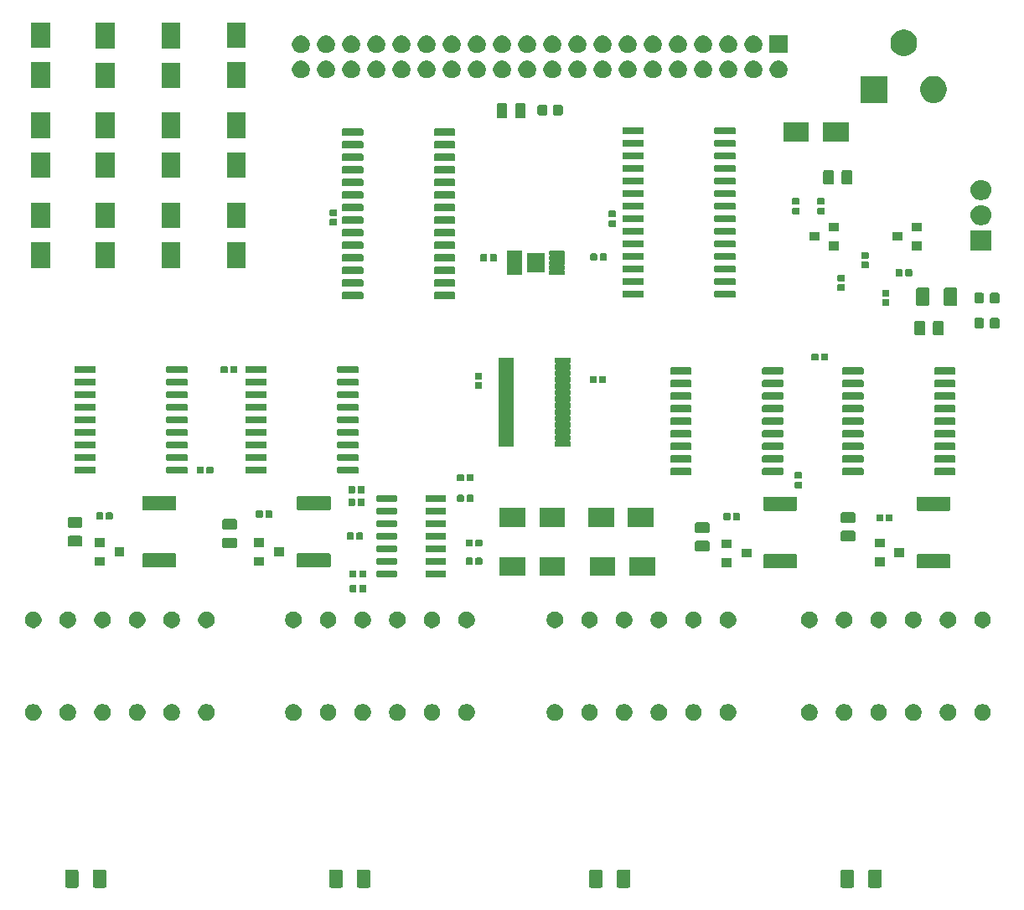
<source format=gbr>
G04 #@! TF.GenerationSoftware,KiCad,Pcbnew,5.1.5*
G04 #@! TF.CreationDate,2020-05-11T18:57:52-04:00*
G04 #@! TF.ProjectId,EVE-PCB-V4,4556452d-5043-4422-9d56-342e6b696361,rev?*
G04 #@! TF.SameCoordinates,Original*
G04 #@! TF.FileFunction,Soldermask,Top*
G04 #@! TF.FilePolarity,Negative*
%FSLAX46Y46*%
G04 Gerber Fmt 4.6, Leading zero omitted, Abs format (unit mm)*
G04 Created by KiCad (PCBNEW 5.1.5) date 2020-05-11 18:57:52*
%MOMM*%
%LPD*%
G04 APERTURE LIST*
%ADD10C,0.100000*%
G04 APERTURE END LIST*
D10*
G36*
X176670604Y-120998347D02*
G01*
X176707144Y-121009432D01*
X176740821Y-121027433D01*
X176770341Y-121051659D01*
X176794567Y-121081179D01*
X176812568Y-121114856D01*
X176823653Y-121151396D01*
X176828000Y-121195538D01*
X176828000Y-122644462D01*
X176823653Y-122688604D01*
X176812568Y-122725144D01*
X176794567Y-122758821D01*
X176770341Y-122788341D01*
X176740821Y-122812567D01*
X176707144Y-122830568D01*
X176670604Y-122841653D01*
X176626462Y-122846000D01*
X175677538Y-122846000D01*
X175633396Y-122841653D01*
X175596856Y-122830568D01*
X175563179Y-122812567D01*
X175533659Y-122788341D01*
X175509433Y-122758821D01*
X175491432Y-122725144D01*
X175480347Y-122688604D01*
X175476000Y-122644462D01*
X175476000Y-121195538D01*
X175480347Y-121151396D01*
X175491432Y-121114856D01*
X175509433Y-121081179D01*
X175533659Y-121051659D01*
X175563179Y-121027433D01*
X175596856Y-121009432D01*
X175633396Y-120998347D01*
X175677538Y-120994000D01*
X176626462Y-120994000D01*
X176670604Y-120998347D01*
G37*
G36*
X173870604Y-120998347D02*
G01*
X173907144Y-121009432D01*
X173940821Y-121027433D01*
X173970341Y-121051659D01*
X173994567Y-121081179D01*
X174012568Y-121114856D01*
X174023653Y-121151396D01*
X174028000Y-121195538D01*
X174028000Y-122644462D01*
X174023653Y-122688604D01*
X174012568Y-122725144D01*
X173994567Y-122758821D01*
X173970341Y-122788341D01*
X173940821Y-122812567D01*
X173907144Y-122830568D01*
X173870604Y-122841653D01*
X173826462Y-122846000D01*
X172877538Y-122846000D01*
X172833396Y-122841653D01*
X172796856Y-122830568D01*
X172763179Y-122812567D01*
X172733659Y-122788341D01*
X172709433Y-122758821D01*
X172691432Y-122725144D01*
X172680347Y-122688604D01*
X172676000Y-122644462D01*
X172676000Y-121195538D01*
X172680347Y-121151396D01*
X172691432Y-121114856D01*
X172709433Y-121081179D01*
X172733659Y-121051659D01*
X172763179Y-121027433D01*
X172796856Y-121009432D01*
X172833396Y-120998347D01*
X172877538Y-120994000D01*
X173826462Y-120994000D01*
X173870604Y-120998347D01*
G37*
G36*
X148470604Y-120998347D02*
G01*
X148507144Y-121009432D01*
X148540821Y-121027433D01*
X148570341Y-121051659D01*
X148594567Y-121081179D01*
X148612568Y-121114856D01*
X148623653Y-121151396D01*
X148628000Y-121195538D01*
X148628000Y-122644462D01*
X148623653Y-122688604D01*
X148612568Y-122725144D01*
X148594567Y-122758821D01*
X148570341Y-122788341D01*
X148540821Y-122812567D01*
X148507144Y-122830568D01*
X148470604Y-122841653D01*
X148426462Y-122846000D01*
X147477538Y-122846000D01*
X147433396Y-122841653D01*
X147396856Y-122830568D01*
X147363179Y-122812567D01*
X147333659Y-122788341D01*
X147309433Y-122758821D01*
X147291432Y-122725144D01*
X147280347Y-122688604D01*
X147276000Y-122644462D01*
X147276000Y-121195538D01*
X147280347Y-121151396D01*
X147291432Y-121114856D01*
X147309433Y-121081179D01*
X147333659Y-121051659D01*
X147363179Y-121027433D01*
X147396856Y-121009432D01*
X147433396Y-120998347D01*
X147477538Y-120994000D01*
X148426462Y-120994000D01*
X148470604Y-120998347D01*
G37*
G36*
X151270604Y-120998347D02*
G01*
X151307144Y-121009432D01*
X151340821Y-121027433D01*
X151370341Y-121051659D01*
X151394567Y-121081179D01*
X151412568Y-121114856D01*
X151423653Y-121151396D01*
X151428000Y-121195538D01*
X151428000Y-122644462D01*
X151423653Y-122688604D01*
X151412568Y-122725144D01*
X151394567Y-122758821D01*
X151370341Y-122788341D01*
X151340821Y-122812567D01*
X151307144Y-122830568D01*
X151270604Y-122841653D01*
X151226462Y-122846000D01*
X150277538Y-122846000D01*
X150233396Y-122841653D01*
X150196856Y-122830568D01*
X150163179Y-122812567D01*
X150133659Y-122788341D01*
X150109433Y-122758821D01*
X150091432Y-122725144D01*
X150080347Y-122688604D01*
X150076000Y-122644462D01*
X150076000Y-121195538D01*
X150080347Y-121151396D01*
X150091432Y-121114856D01*
X150109433Y-121081179D01*
X150133659Y-121051659D01*
X150163179Y-121027433D01*
X150196856Y-121009432D01*
X150233396Y-120998347D01*
X150277538Y-120994000D01*
X151226462Y-120994000D01*
X151270604Y-120998347D01*
G37*
G36*
X124984604Y-120998347D02*
G01*
X125021144Y-121009432D01*
X125054821Y-121027433D01*
X125084341Y-121051659D01*
X125108567Y-121081179D01*
X125126568Y-121114856D01*
X125137653Y-121151396D01*
X125142000Y-121195538D01*
X125142000Y-122644462D01*
X125137653Y-122688604D01*
X125126568Y-122725144D01*
X125108567Y-122758821D01*
X125084341Y-122788341D01*
X125054821Y-122812567D01*
X125021144Y-122830568D01*
X124984604Y-122841653D01*
X124940462Y-122846000D01*
X123991538Y-122846000D01*
X123947396Y-122841653D01*
X123910856Y-122830568D01*
X123877179Y-122812567D01*
X123847659Y-122788341D01*
X123823433Y-122758821D01*
X123805432Y-122725144D01*
X123794347Y-122688604D01*
X123790000Y-122644462D01*
X123790000Y-121195538D01*
X123794347Y-121151396D01*
X123805432Y-121114856D01*
X123823433Y-121081179D01*
X123847659Y-121051659D01*
X123877179Y-121027433D01*
X123910856Y-121009432D01*
X123947396Y-120998347D01*
X123991538Y-120994000D01*
X124940462Y-120994000D01*
X124984604Y-120998347D01*
G37*
G36*
X95508604Y-120998347D02*
G01*
X95545144Y-121009432D01*
X95578821Y-121027433D01*
X95608341Y-121051659D01*
X95632567Y-121081179D01*
X95650568Y-121114856D01*
X95661653Y-121151396D01*
X95666000Y-121195538D01*
X95666000Y-122644462D01*
X95661653Y-122688604D01*
X95650568Y-122725144D01*
X95632567Y-122758821D01*
X95608341Y-122788341D01*
X95578821Y-122812567D01*
X95545144Y-122830568D01*
X95508604Y-122841653D01*
X95464462Y-122846000D01*
X94515538Y-122846000D01*
X94471396Y-122841653D01*
X94434856Y-122830568D01*
X94401179Y-122812567D01*
X94371659Y-122788341D01*
X94347433Y-122758821D01*
X94329432Y-122725144D01*
X94318347Y-122688604D01*
X94314000Y-122644462D01*
X94314000Y-121195538D01*
X94318347Y-121151396D01*
X94329432Y-121114856D01*
X94347433Y-121081179D01*
X94371659Y-121051659D01*
X94401179Y-121027433D01*
X94434856Y-121009432D01*
X94471396Y-120998347D01*
X94515538Y-120994000D01*
X95464462Y-120994000D01*
X95508604Y-120998347D01*
G37*
G36*
X122184604Y-120998347D02*
G01*
X122221144Y-121009432D01*
X122254821Y-121027433D01*
X122284341Y-121051659D01*
X122308567Y-121081179D01*
X122326568Y-121114856D01*
X122337653Y-121151396D01*
X122342000Y-121195538D01*
X122342000Y-122644462D01*
X122337653Y-122688604D01*
X122326568Y-122725144D01*
X122308567Y-122758821D01*
X122284341Y-122788341D01*
X122254821Y-122812567D01*
X122221144Y-122830568D01*
X122184604Y-122841653D01*
X122140462Y-122846000D01*
X121191538Y-122846000D01*
X121147396Y-122841653D01*
X121110856Y-122830568D01*
X121077179Y-122812567D01*
X121047659Y-122788341D01*
X121023433Y-122758821D01*
X121005432Y-122725144D01*
X120994347Y-122688604D01*
X120990000Y-122644462D01*
X120990000Y-121195538D01*
X120994347Y-121151396D01*
X121005432Y-121114856D01*
X121023433Y-121081179D01*
X121047659Y-121051659D01*
X121077179Y-121027433D01*
X121110856Y-121009432D01*
X121147396Y-120998347D01*
X121191538Y-120994000D01*
X122140462Y-120994000D01*
X122184604Y-120998347D01*
G37*
G36*
X98308604Y-120998347D02*
G01*
X98345144Y-121009432D01*
X98378821Y-121027433D01*
X98408341Y-121051659D01*
X98432567Y-121081179D01*
X98450568Y-121114856D01*
X98461653Y-121151396D01*
X98466000Y-121195538D01*
X98466000Y-122644462D01*
X98461653Y-122688604D01*
X98450568Y-122725144D01*
X98432567Y-122758821D01*
X98408341Y-122788341D01*
X98378821Y-122812567D01*
X98345144Y-122830568D01*
X98308604Y-122841653D01*
X98264462Y-122846000D01*
X97315538Y-122846000D01*
X97271396Y-122841653D01*
X97234856Y-122830568D01*
X97201179Y-122812567D01*
X97171659Y-122788341D01*
X97147433Y-122758821D01*
X97129432Y-122725144D01*
X97118347Y-122688604D01*
X97114000Y-122644462D01*
X97114000Y-121195538D01*
X97118347Y-121151396D01*
X97129432Y-121114856D01*
X97147433Y-121081179D01*
X97171659Y-121051659D01*
X97201179Y-121027433D01*
X97234856Y-121009432D01*
X97271396Y-120998347D01*
X97315538Y-120994000D01*
X98264462Y-120994000D01*
X98308604Y-120998347D01*
G37*
G36*
X176759427Y-104303723D02*
G01*
X176912024Y-104366930D01*
X177049358Y-104458694D01*
X177166152Y-104575488D01*
X177257916Y-104712822D01*
X177321123Y-104865419D01*
X177353346Y-105027414D01*
X177353346Y-105192586D01*
X177321123Y-105354581D01*
X177257916Y-105507178D01*
X177166152Y-105644512D01*
X177049358Y-105761306D01*
X176912024Y-105853070D01*
X176759427Y-105916277D01*
X176597432Y-105948500D01*
X176432260Y-105948500D01*
X176270265Y-105916277D01*
X176117668Y-105853070D01*
X175980334Y-105761306D01*
X175863540Y-105644512D01*
X175771776Y-105507178D01*
X175708569Y-105354581D01*
X175676346Y-105192586D01*
X175676346Y-105027414D01*
X175708569Y-104865419D01*
X175771776Y-104712822D01*
X175863540Y-104575488D01*
X175980334Y-104458694D01*
X176117668Y-104366930D01*
X176270265Y-104303723D01*
X176432260Y-104271500D01*
X176597432Y-104271500D01*
X176759427Y-104303723D01*
G37*
G36*
X101836927Y-104303723D02*
G01*
X101989524Y-104366930D01*
X102126858Y-104458694D01*
X102243652Y-104575488D01*
X102335416Y-104712822D01*
X102398623Y-104865419D01*
X102430846Y-105027414D01*
X102430846Y-105192586D01*
X102398623Y-105354581D01*
X102335416Y-105507178D01*
X102243652Y-105644512D01*
X102126858Y-105761306D01*
X101989524Y-105853070D01*
X101836927Y-105916277D01*
X101674932Y-105948500D01*
X101509760Y-105948500D01*
X101347765Y-105916277D01*
X101195168Y-105853070D01*
X101057834Y-105761306D01*
X100941040Y-105644512D01*
X100849276Y-105507178D01*
X100786069Y-105354581D01*
X100753846Y-105192586D01*
X100753846Y-105027414D01*
X100786069Y-104865419D01*
X100849276Y-104712822D01*
X100941040Y-104575488D01*
X101057834Y-104458694D01*
X101195168Y-104366930D01*
X101347765Y-104303723D01*
X101509760Y-104271500D01*
X101674932Y-104271500D01*
X101836927Y-104303723D01*
G37*
G36*
X105336927Y-104303723D02*
G01*
X105489524Y-104366930D01*
X105626858Y-104458694D01*
X105743652Y-104575488D01*
X105835416Y-104712822D01*
X105898623Y-104865419D01*
X105930846Y-105027414D01*
X105930846Y-105192586D01*
X105898623Y-105354581D01*
X105835416Y-105507178D01*
X105743652Y-105644512D01*
X105626858Y-105761306D01*
X105489524Y-105853070D01*
X105336927Y-105916277D01*
X105174932Y-105948500D01*
X105009760Y-105948500D01*
X104847765Y-105916277D01*
X104695168Y-105853070D01*
X104557834Y-105761306D01*
X104441040Y-105644512D01*
X104349276Y-105507178D01*
X104286069Y-105354581D01*
X104253846Y-105192586D01*
X104253846Y-105027414D01*
X104286069Y-104865419D01*
X104349276Y-104712822D01*
X104441040Y-104575488D01*
X104557834Y-104458694D01*
X104695168Y-104366930D01*
X104847765Y-104303723D01*
X105009760Y-104271500D01*
X105174932Y-104271500D01*
X105336927Y-104303723D01*
G37*
G36*
X108836927Y-104303723D02*
G01*
X108989524Y-104366930D01*
X109126858Y-104458694D01*
X109243652Y-104575488D01*
X109335416Y-104712822D01*
X109398623Y-104865419D01*
X109430846Y-105027414D01*
X109430846Y-105192586D01*
X109398623Y-105354581D01*
X109335416Y-105507178D01*
X109243652Y-105644512D01*
X109126858Y-105761306D01*
X108989524Y-105853070D01*
X108836927Y-105916277D01*
X108674932Y-105948500D01*
X108509760Y-105948500D01*
X108347765Y-105916277D01*
X108195168Y-105853070D01*
X108057834Y-105761306D01*
X107941040Y-105644512D01*
X107849276Y-105507178D01*
X107786069Y-105354581D01*
X107753846Y-105192586D01*
X107753846Y-105027414D01*
X107786069Y-104865419D01*
X107849276Y-104712822D01*
X107941040Y-104575488D01*
X108057834Y-104458694D01*
X108195168Y-104366930D01*
X108347765Y-104303723D01*
X108509760Y-104271500D01*
X108674932Y-104271500D01*
X108836927Y-104303723D01*
G37*
G36*
X98336927Y-104303723D02*
G01*
X98489524Y-104366930D01*
X98626858Y-104458694D01*
X98743652Y-104575488D01*
X98835416Y-104712822D01*
X98898623Y-104865419D01*
X98930846Y-105027414D01*
X98930846Y-105192586D01*
X98898623Y-105354581D01*
X98835416Y-105507178D01*
X98743652Y-105644512D01*
X98626858Y-105761306D01*
X98489524Y-105853070D01*
X98336927Y-105916277D01*
X98174932Y-105948500D01*
X98009760Y-105948500D01*
X97847765Y-105916277D01*
X97695168Y-105853070D01*
X97557834Y-105761306D01*
X97441040Y-105644512D01*
X97349276Y-105507178D01*
X97286069Y-105354581D01*
X97253846Y-105192586D01*
X97253846Y-105027414D01*
X97286069Y-104865419D01*
X97349276Y-104712822D01*
X97441040Y-104575488D01*
X97557834Y-104458694D01*
X97695168Y-104366930D01*
X97847765Y-104303723D01*
X98009760Y-104271500D01*
X98174932Y-104271500D01*
X98336927Y-104303723D01*
G37*
G36*
X131625927Y-104303723D02*
G01*
X131778524Y-104366930D01*
X131915858Y-104458694D01*
X132032652Y-104575488D01*
X132124416Y-104712822D01*
X132187623Y-104865419D01*
X132219846Y-105027414D01*
X132219846Y-105192586D01*
X132187623Y-105354581D01*
X132124416Y-105507178D01*
X132032652Y-105644512D01*
X131915858Y-105761306D01*
X131778524Y-105853070D01*
X131625927Y-105916277D01*
X131463932Y-105948500D01*
X131298760Y-105948500D01*
X131136765Y-105916277D01*
X130984168Y-105853070D01*
X130846834Y-105761306D01*
X130730040Y-105644512D01*
X130638276Y-105507178D01*
X130575069Y-105354581D01*
X130542846Y-105192586D01*
X130542846Y-105027414D01*
X130575069Y-104865419D01*
X130638276Y-104712822D01*
X130730040Y-104575488D01*
X130846834Y-104458694D01*
X130984168Y-104366930D01*
X131136765Y-104303723D01*
X131298760Y-104271500D01*
X131463932Y-104271500D01*
X131625927Y-104303723D01*
G37*
G36*
X144041927Y-104303723D02*
G01*
X144194524Y-104366930D01*
X144331858Y-104458694D01*
X144448652Y-104575488D01*
X144540416Y-104712822D01*
X144603623Y-104865419D01*
X144635846Y-105027414D01*
X144635846Y-105192586D01*
X144603623Y-105354581D01*
X144540416Y-105507178D01*
X144448652Y-105644512D01*
X144331858Y-105761306D01*
X144194524Y-105853070D01*
X144041927Y-105916277D01*
X143879932Y-105948500D01*
X143714760Y-105948500D01*
X143552765Y-105916277D01*
X143400168Y-105853070D01*
X143262834Y-105761306D01*
X143146040Y-105644512D01*
X143054276Y-105507178D01*
X142991069Y-105354581D01*
X142958846Y-105192586D01*
X142958846Y-105027414D01*
X142991069Y-104865419D01*
X143054276Y-104712822D01*
X143146040Y-104575488D01*
X143262834Y-104458694D01*
X143400168Y-104366930D01*
X143552765Y-104303723D01*
X143714760Y-104271500D01*
X143879932Y-104271500D01*
X144041927Y-104303723D01*
G37*
G36*
X147541927Y-104303723D02*
G01*
X147694524Y-104366930D01*
X147831858Y-104458694D01*
X147948652Y-104575488D01*
X148040416Y-104712822D01*
X148103623Y-104865419D01*
X148135846Y-105027414D01*
X148135846Y-105192586D01*
X148103623Y-105354581D01*
X148040416Y-105507178D01*
X147948652Y-105644512D01*
X147831858Y-105761306D01*
X147694524Y-105853070D01*
X147541927Y-105916277D01*
X147379932Y-105948500D01*
X147214760Y-105948500D01*
X147052765Y-105916277D01*
X146900168Y-105853070D01*
X146762834Y-105761306D01*
X146646040Y-105644512D01*
X146554276Y-105507178D01*
X146491069Y-105354581D01*
X146458846Y-105192586D01*
X146458846Y-105027414D01*
X146491069Y-104865419D01*
X146554276Y-104712822D01*
X146646040Y-104575488D01*
X146762834Y-104458694D01*
X146900168Y-104366930D01*
X147052765Y-104303723D01*
X147214760Y-104271500D01*
X147379932Y-104271500D01*
X147541927Y-104303723D01*
G37*
G36*
X128125927Y-104303723D02*
G01*
X128278524Y-104366930D01*
X128415858Y-104458694D01*
X128532652Y-104575488D01*
X128624416Y-104712822D01*
X128687623Y-104865419D01*
X128719846Y-105027414D01*
X128719846Y-105192586D01*
X128687623Y-105354581D01*
X128624416Y-105507178D01*
X128532652Y-105644512D01*
X128415858Y-105761306D01*
X128278524Y-105853070D01*
X128125927Y-105916277D01*
X127963932Y-105948500D01*
X127798760Y-105948500D01*
X127636765Y-105916277D01*
X127484168Y-105853070D01*
X127346834Y-105761306D01*
X127230040Y-105644512D01*
X127138276Y-105507178D01*
X127075069Y-105354581D01*
X127042846Y-105192586D01*
X127042846Y-105027414D01*
X127075069Y-104865419D01*
X127138276Y-104712822D01*
X127230040Y-104575488D01*
X127346834Y-104458694D01*
X127484168Y-104366930D01*
X127636765Y-104303723D01*
X127798760Y-104271500D01*
X127963932Y-104271500D01*
X128125927Y-104303723D01*
G37*
G36*
X151041927Y-104303723D02*
G01*
X151194524Y-104366930D01*
X151331858Y-104458694D01*
X151448652Y-104575488D01*
X151540416Y-104712822D01*
X151603623Y-104865419D01*
X151635846Y-105027414D01*
X151635846Y-105192586D01*
X151603623Y-105354581D01*
X151540416Y-105507178D01*
X151448652Y-105644512D01*
X151331858Y-105761306D01*
X151194524Y-105853070D01*
X151041927Y-105916277D01*
X150879932Y-105948500D01*
X150714760Y-105948500D01*
X150552765Y-105916277D01*
X150400168Y-105853070D01*
X150262834Y-105761306D01*
X150146040Y-105644512D01*
X150054276Y-105507178D01*
X149991069Y-105354581D01*
X149958846Y-105192586D01*
X149958846Y-105027414D01*
X149991069Y-104865419D01*
X150054276Y-104712822D01*
X150146040Y-104575488D01*
X150262834Y-104458694D01*
X150400168Y-104366930D01*
X150552765Y-104303723D01*
X150714760Y-104271500D01*
X150879932Y-104271500D01*
X151041927Y-104303723D01*
G37*
G36*
X154541927Y-104303723D02*
G01*
X154694524Y-104366930D01*
X154831858Y-104458694D01*
X154948652Y-104575488D01*
X155040416Y-104712822D01*
X155103623Y-104865419D01*
X155135846Y-105027414D01*
X155135846Y-105192586D01*
X155103623Y-105354581D01*
X155040416Y-105507178D01*
X154948652Y-105644512D01*
X154831858Y-105761306D01*
X154694524Y-105853070D01*
X154541927Y-105916277D01*
X154379932Y-105948500D01*
X154214760Y-105948500D01*
X154052765Y-105916277D01*
X153900168Y-105853070D01*
X153762834Y-105761306D01*
X153646040Y-105644512D01*
X153554276Y-105507178D01*
X153491069Y-105354581D01*
X153458846Y-105192586D01*
X153458846Y-105027414D01*
X153491069Y-104865419D01*
X153554276Y-104712822D01*
X153646040Y-104575488D01*
X153762834Y-104458694D01*
X153900168Y-104366930D01*
X154052765Y-104303723D01*
X154214760Y-104271500D01*
X154379932Y-104271500D01*
X154541927Y-104303723D01*
G37*
G36*
X124625927Y-104303723D02*
G01*
X124778524Y-104366930D01*
X124915858Y-104458694D01*
X125032652Y-104575488D01*
X125124416Y-104712822D01*
X125187623Y-104865419D01*
X125219846Y-105027414D01*
X125219846Y-105192586D01*
X125187623Y-105354581D01*
X125124416Y-105507178D01*
X125032652Y-105644512D01*
X124915858Y-105761306D01*
X124778524Y-105853070D01*
X124625927Y-105916277D01*
X124463932Y-105948500D01*
X124298760Y-105948500D01*
X124136765Y-105916277D01*
X123984168Y-105853070D01*
X123846834Y-105761306D01*
X123730040Y-105644512D01*
X123638276Y-105507178D01*
X123575069Y-105354581D01*
X123542846Y-105192586D01*
X123542846Y-105027414D01*
X123575069Y-104865419D01*
X123638276Y-104712822D01*
X123730040Y-104575488D01*
X123846834Y-104458694D01*
X123984168Y-104366930D01*
X124136765Y-104303723D01*
X124298760Y-104271500D01*
X124463932Y-104271500D01*
X124625927Y-104303723D01*
G37*
G36*
X161541927Y-104303723D02*
G01*
X161694524Y-104366930D01*
X161831858Y-104458694D01*
X161948652Y-104575488D01*
X162040416Y-104712822D01*
X162103623Y-104865419D01*
X162135846Y-105027414D01*
X162135846Y-105192586D01*
X162103623Y-105354581D01*
X162040416Y-105507178D01*
X161948652Y-105644512D01*
X161831858Y-105761306D01*
X161694524Y-105853070D01*
X161541927Y-105916277D01*
X161379932Y-105948500D01*
X161214760Y-105948500D01*
X161052765Y-105916277D01*
X160900168Y-105853070D01*
X160762834Y-105761306D01*
X160646040Y-105644512D01*
X160554276Y-105507178D01*
X160491069Y-105354581D01*
X160458846Y-105192586D01*
X160458846Y-105027414D01*
X160491069Y-104865419D01*
X160554276Y-104712822D01*
X160646040Y-104575488D01*
X160762834Y-104458694D01*
X160900168Y-104366930D01*
X161052765Y-104303723D01*
X161214760Y-104271500D01*
X161379932Y-104271500D01*
X161541927Y-104303723D01*
G37*
G36*
X158041927Y-104303723D02*
G01*
X158194524Y-104366930D01*
X158331858Y-104458694D01*
X158448652Y-104575488D01*
X158540416Y-104712822D01*
X158603623Y-104865419D01*
X158635846Y-105027414D01*
X158635846Y-105192586D01*
X158603623Y-105354581D01*
X158540416Y-105507178D01*
X158448652Y-105644512D01*
X158331858Y-105761306D01*
X158194524Y-105853070D01*
X158041927Y-105916277D01*
X157879932Y-105948500D01*
X157714760Y-105948500D01*
X157552765Y-105916277D01*
X157400168Y-105853070D01*
X157262834Y-105761306D01*
X157146040Y-105644512D01*
X157054276Y-105507178D01*
X156991069Y-105354581D01*
X156958846Y-105192586D01*
X156958846Y-105027414D01*
X156991069Y-104865419D01*
X157054276Y-104712822D01*
X157146040Y-104575488D01*
X157262834Y-104458694D01*
X157400168Y-104366930D01*
X157552765Y-104303723D01*
X157714760Y-104271500D01*
X157879932Y-104271500D01*
X158041927Y-104303723D01*
G37*
G36*
X94836927Y-104303723D02*
G01*
X94989524Y-104366930D01*
X95126858Y-104458694D01*
X95243652Y-104575488D01*
X95335416Y-104712822D01*
X95398623Y-104865419D01*
X95430846Y-105027414D01*
X95430846Y-105192586D01*
X95398623Y-105354581D01*
X95335416Y-105507178D01*
X95243652Y-105644512D01*
X95126858Y-105761306D01*
X94989524Y-105853070D01*
X94836927Y-105916277D01*
X94674932Y-105948500D01*
X94509760Y-105948500D01*
X94347765Y-105916277D01*
X94195168Y-105853070D01*
X94057834Y-105761306D01*
X93941040Y-105644512D01*
X93849276Y-105507178D01*
X93786069Y-105354581D01*
X93753846Y-105192586D01*
X93753846Y-105027414D01*
X93786069Y-104865419D01*
X93849276Y-104712822D01*
X93941040Y-104575488D01*
X94057834Y-104458694D01*
X94195168Y-104366930D01*
X94347765Y-104303723D01*
X94509760Y-104271500D01*
X94674932Y-104271500D01*
X94836927Y-104303723D01*
G37*
G36*
X91336927Y-104303723D02*
G01*
X91489524Y-104366930D01*
X91626858Y-104458694D01*
X91743652Y-104575488D01*
X91835416Y-104712822D01*
X91898623Y-104865419D01*
X91930846Y-105027414D01*
X91930846Y-105192586D01*
X91898623Y-105354581D01*
X91835416Y-105507178D01*
X91743652Y-105644512D01*
X91626858Y-105761306D01*
X91489524Y-105853070D01*
X91336927Y-105916277D01*
X91174932Y-105948500D01*
X91009760Y-105948500D01*
X90847765Y-105916277D01*
X90695168Y-105853070D01*
X90557834Y-105761306D01*
X90441040Y-105644512D01*
X90349276Y-105507178D01*
X90286069Y-105354581D01*
X90253846Y-105192586D01*
X90253846Y-105027414D01*
X90286069Y-104865419D01*
X90349276Y-104712822D01*
X90441040Y-104575488D01*
X90557834Y-104458694D01*
X90695168Y-104366930D01*
X90847765Y-104303723D01*
X91009760Y-104271500D01*
X91174932Y-104271500D01*
X91336927Y-104303723D01*
G37*
G36*
X187259427Y-104303723D02*
G01*
X187412024Y-104366930D01*
X187549358Y-104458694D01*
X187666152Y-104575488D01*
X187757916Y-104712822D01*
X187821123Y-104865419D01*
X187853346Y-105027414D01*
X187853346Y-105192586D01*
X187821123Y-105354581D01*
X187757916Y-105507178D01*
X187666152Y-105644512D01*
X187549358Y-105761306D01*
X187412024Y-105853070D01*
X187259427Y-105916277D01*
X187097432Y-105948500D01*
X186932260Y-105948500D01*
X186770265Y-105916277D01*
X186617668Y-105853070D01*
X186480334Y-105761306D01*
X186363540Y-105644512D01*
X186271776Y-105507178D01*
X186208569Y-105354581D01*
X186176346Y-105192586D01*
X186176346Y-105027414D01*
X186208569Y-104865419D01*
X186271776Y-104712822D01*
X186363540Y-104575488D01*
X186480334Y-104458694D01*
X186617668Y-104366930D01*
X186770265Y-104303723D01*
X186932260Y-104271500D01*
X187097432Y-104271500D01*
X187259427Y-104303723D01*
G37*
G36*
X183759427Y-104303723D02*
G01*
X183912024Y-104366930D01*
X184049358Y-104458694D01*
X184166152Y-104575488D01*
X184257916Y-104712822D01*
X184321123Y-104865419D01*
X184353346Y-105027414D01*
X184353346Y-105192586D01*
X184321123Y-105354581D01*
X184257916Y-105507178D01*
X184166152Y-105644512D01*
X184049358Y-105761306D01*
X183912024Y-105853070D01*
X183759427Y-105916277D01*
X183597432Y-105948500D01*
X183432260Y-105948500D01*
X183270265Y-105916277D01*
X183117668Y-105853070D01*
X182980334Y-105761306D01*
X182863540Y-105644512D01*
X182771776Y-105507178D01*
X182708569Y-105354581D01*
X182676346Y-105192586D01*
X182676346Y-105027414D01*
X182708569Y-104865419D01*
X182771776Y-104712822D01*
X182863540Y-104575488D01*
X182980334Y-104458694D01*
X183117668Y-104366930D01*
X183270265Y-104303723D01*
X183432260Y-104271500D01*
X183597432Y-104271500D01*
X183759427Y-104303723D01*
G37*
G36*
X180259427Y-104303723D02*
G01*
X180412024Y-104366930D01*
X180549358Y-104458694D01*
X180666152Y-104575488D01*
X180757916Y-104712822D01*
X180821123Y-104865419D01*
X180853346Y-105027414D01*
X180853346Y-105192586D01*
X180821123Y-105354581D01*
X180757916Y-105507178D01*
X180666152Y-105644512D01*
X180549358Y-105761306D01*
X180412024Y-105853070D01*
X180259427Y-105916277D01*
X180097432Y-105948500D01*
X179932260Y-105948500D01*
X179770265Y-105916277D01*
X179617668Y-105853070D01*
X179480334Y-105761306D01*
X179363540Y-105644512D01*
X179271776Y-105507178D01*
X179208569Y-105354581D01*
X179176346Y-105192586D01*
X179176346Y-105027414D01*
X179208569Y-104865419D01*
X179271776Y-104712822D01*
X179363540Y-104575488D01*
X179480334Y-104458694D01*
X179617668Y-104366930D01*
X179770265Y-104303723D01*
X179932260Y-104271500D01*
X180097432Y-104271500D01*
X180259427Y-104303723D01*
G37*
G36*
X135125927Y-104303723D02*
G01*
X135278524Y-104366930D01*
X135415858Y-104458694D01*
X135532652Y-104575488D01*
X135624416Y-104712822D01*
X135687623Y-104865419D01*
X135719846Y-105027414D01*
X135719846Y-105192586D01*
X135687623Y-105354581D01*
X135624416Y-105507178D01*
X135532652Y-105644512D01*
X135415858Y-105761306D01*
X135278524Y-105853070D01*
X135125927Y-105916277D01*
X134963932Y-105948500D01*
X134798760Y-105948500D01*
X134636765Y-105916277D01*
X134484168Y-105853070D01*
X134346834Y-105761306D01*
X134230040Y-105644512D01*
X134138276Y-105507178D01*
X134075069Y-105354581D01*
X134042846Y-105192586D01*
X134042846Y-105027414D01*
X134075069Y-104865419D01*
X134138276Y-104712822D01*
X134230040Y-104575488D01*
X134346834Y-104458694D01*
X134484168Y-104366930D01*
X134636765Y-104303723D01*
X134798760Y-104271500D01*
X134963932Y-104271500D01*
X135125927Y-104303723D01*
G37*
G36*
X117625927Y-104303723D02*
G01*
X117778524Y-104366930D01*
X117915858Y-104458694D01*
X118032652Y-104575488D01*
X118124416Y-104712822D01*
X118187623Y-104865419D01*
X118219846Y-105027414D01*
X118219846Y-105192586D01*
X118187623Y-105354581D01*
X118124416Y-105507178D01*
X118032652Y-105644512D01*
X117915858Y-105761306D01*
X117778524Y-105853070D01*
X117625927Y-105916277D01*
X117463932Y-105948500D01*
X117298760Y-105948500D01*
X117136765Y-105916277D01*
X116984168Y-105853070D01*
X116846834Y-105761306D01*
X116730040Y-105644512D01*
X116638276Y-105507178D01*
X116575069Y-105354581D01*
X116542846Y-105192586D01*
X116542846Y-105027414D01*
X116575069Y-104865419D01*
X116638276Y-104712822D01*
X116730040Y-104575488D01*
X116846834Y-104458694D01*
X116984168Y-104366930D01*
X117136765Y-104303723D01*
X117298760Y-104271500D01*
X117463932Y-104271500D01*
X117625927Y-104303723D01*
G37*
G36*
X173259427Y-104303723D02*
G01*
X173412024Y-104366930D01*
X173549358Y-104458694D01*
X173666152Y-104575488D01*
X173757916Y-104712822D01*
X173821123Y-104865419D01*
X173853346Y-105027414D01*
X173853346Y-105192586D01*
X173821123Y-105354581D01*
X173757916Y-105507178D01*
X173666152Y-105644512D01*
X173549358Y-105761306D01*
X173412024Y-105853070D01*
X173259427Y-105916277D01*
X173097432Y-105948500D01*
X172932260Y-105948500D01*
X172770265Y-105916277D01*
X172617668Y-105853070D01*
X172480334Y-105761306D01*
X172363540Y-105644512D01*
X172271776Y-105507178D01*
X172208569Y-105354581D01*
X172176346Y-105192586D01*
X172176346Y-105027414D01*
X172208569Y-104865419D01*
X172271776Y-104712822D01*
X172363540Y-104575488D01*
X172480334Y-104458694D01*
X172617668Y-104366930D01*
X172770265Y-104303723D01*
X172932260Y-104271500D01*
X173097432Y-104271500D01*
X173259427Y-104303723D01*
G37*
G36*
X169759427Y-104303723D02*
G01*
X169912024Y-104366930D01*
X170049358Y-104458694D01*
X170166152Y-104575488D01*
X170257916Y-104712822D01*
X170321123Y-104865419D01*
X170353346Y-105027414D01*
X170353346Y-105192586D01*
X170321123Y-105354581D01*
X170257916Y-105507178D01*
X170166152Y-105644512D01*
X170049358Y-105761306D01*
X169912024Y-105853070D01*
X169759427Y-105916277D01*
X169597432Y-105948500D01*
X169432260Y-105948500D01*
X169270265Y-105916277D01*
X169117668Y-105853070D01*
X168980334Y-105761306D01*
X168863540Y-105644512D01*
X168771776Y-105507178D01*
X168708569Y-105354581D01*
X168676346Y-105192586D01*
X168676346Y-105027414D01*
X168708569Y-104865419D01*
X168771776Y-104712822D01*
X168863540Y-104575488D01*
X168980334Y-104458694D01*
X169117668Y-104366930D01*
X169270265Y-104303723D01*
X169432260Y-104271500D01*
X169597432Y-104271500D01*
X169759427Y-104303723D01*
G37*
G36*
X121125927Y-104303723D02*
G01*
X121278524Y-104366930D01*
X121415858Y-104458694D01*
X121532652Y-104575488D01*
X121624416Y-104712822D01*
X121687623Y-104865419D01*
X121719846Y-105027414D01*
X121719846Y-105192586D01*
X121687623Y-105354581D01*
X121624416Y-105507178D01*
X121532652Y-105644512D01*
X121415858Y-105761306D01*
X121278524Y-105853070D01*
X121125927Y-105916277D01*
X120963932Y-105948500D01*
X120798760Y-105948500D01*
X120636765Y-105916277D01*
X120484168Y-105853070D01*
X120346834Y-105761306D01*
X120230040Y-105644512D01*
X120138276Y-105507178D01*
X120075069Y-105354581D01*
X120042846Y-105192586D01*
X120042846Y-105027414D01*
X120075069Y-104865419D01*
X120138276Y-104712822D01*
X120230040Y-104575488D01*
X120346834Y-104458694D01*
X120484168Y-104366930D01*
X120636765Y-104303723D01*
X120798760Y-104271500D01*
X120963932Y-104271500D01*
X121125927Y-104303723D01*
G37*
G36*
X183759427Y-94953723D02*
G01*
X183912024Y-95016930D01*
X184049358Y-95108694D01*
X184166152Y-95225488D01*
X184257916Y-95362822D01*
X184321123Y-95515419D01*
X184353346Y-95677414D01*
X184353346Y-95842586D01*
X184321123Y-96004581D01*
X184257916Y-96157178D01*
X184166152Y-96294512D01*
X184049358Y-96411306D01*
X183912024Y-96503070D01*
X183759427Y-96566277D01*
X183597432Y-96598500D01*
X183432260Y-96598500D01*
X183270265Y-96566277D01*
X183117668Y-96503070D01*
X182980334Y-96411306D01*
X182863540Y-96294512D01*
X182771776Y-96157178D01*
X182708569Y-96004581D01*
X182676346Y-95842586D01*
X182676346Y-95677414D01*
X182708569Y-95515419D01*
X182771776Y-95362822D01*
X182863540Y-95225488D01*
X182980334Y-95108694D01*
X183117668Y-95016930D01*
X183270265Y-94953723D01*
X183432260Y-94921500D01*
X183597432Y-94921500D01*
X183759427Y-94953723D01*
G37*
G36*
X180259427Y-94953723D02*
G01*
X180412024Y-95016930D01*
X180549358Y-95108694D01*
X180666152Y-95225488D01*
X180757916Y-95362822D01*
X180821123Y-95515419D01*
X180853346Y-95677414D01*
X180853346Y-95842586D01*
X180821123Y-96004581D01*
X180757916Y-96157178D01*
X180666152Y-96294512D01*
X180549358Y-96411306D01*
X180412024Y-96503070D01*
X180259427Y-96566277D01*
X180097432Y-96598500D01*
X179932260Y-96598500D01*
X179770265Y-96566277D01*
X179617668Y-96503070D01*
X179480334Y-96411306D01*
X179363540Y-96294512D01*
X179271776Y-96157178D01*
X179208569Y-96004581D01*
X179176346Y-95842586D01*
X179176346Y-95677414D01*
X179208569Y-95515419D01*
X179271776Y-95362822D01*
X179363540Y-95225488D01*
X179480334Y-95108694D01*
X179617668Y-95016930D01*
X179770265Y-94953723D01*
X179932260Y-94921500D01*
X180097432Y-94921500D01*
X180259427Y-94953723D01*
G37*
G36*
X176759427Y-94953723D02*
G01*
X176912024Y-95016930D01*
X177049358Y-95108694D01*
X177166152Y-95225488D01*
X177257916Y-95362822D01*
X177321123Y-95515419D01*
X177353346Y-95677414D01*
X177353346Y-95842586D01*
X177321123Y-96004581D01*
X177257916Y-96157178D01*
X177166152Y-96294512D01*
X177049358Y-96411306D01*
X176912024Y-96503070D01*
X176759427Y-96566277D01*
X176597432Y-96598500D01*
X176432260Y-96598500D01*
X176270265Y-96566277D01*
X176117668Y-96503070D01*
X175980334Y-96411306D01*
X175863540Y-96294512D01*
X175771776Y-96157178D01*
X175708569Y-96004581D01*
X175676346Y-95842586D01*
X175676346Y-95677414D01*
X175708569Y-95515419D01*
X175771776Y-95362822D01*
X175863540Y-95225488D01*
X175980334Y-95108694D01*
X176117668Y-95016930D01*
X176270265Y-94953723D01*
X176432260Y-94921500D01*
X176597432Y-94921500D01*
X176759427Y-94953723D01*
G37*
G36*
X131625927Y-94953723D02*
G01*
X131778524Y-95016930D01*
X131915858Y-95108694D01*
X132032652Y-95225488D01*
X132124416Y-95362822D01*
X132187623Y-95515419D01*
X132219846Y-95677414D01*
X132219846Y-95842586D01*
X132187623Y-96004581D01*
X132124416Y-96157178D01*
X132032652Y-96294512D01*
X131915858Y-96411306D01*
X131778524Y-96503070D01*
X131625927Y-96566277D01*
X131463932Y-96598500D01*
X131298760Y-96598500D01*
X131136765Y-96566277D01*
X130984168Y-96503070D01*
X130846834Y-96411306D01*
X130730040Y-96294512D01*
X130638276Y-96157178D01*
X130575069Y-96004581D01*
X130542846Y-95842586D01*
X130542846Y-95677414D01*
X130575069Y-95515419D01*
X130638276Y-95362822D01*
X130730040Y-95225488D01*
X130846834Y-95108694D01*
X130984168Y-95016930D01*
X131136765Y-94953723D01*
X131298760Y-94921500D01*
X131463932Y-94921500D01*
X131625927Y-94953723D01*
G37*
G36*
X169759427Y-94953723D02*
G01*
X169912024Y-95016930D01*
X170049358Y-95108694D01*
X170166152Y-95225488D01*
X170257916Y-95362822D01*
X170321123Y-95515419D01*
X170353346Y-95677414D01*
X170353346Y-95842586D01*
X170321123Y-96004581D01*
X170257916Y-96157178D01*
X170166152Y-96294512D01*
X170049358Y-96411306D01*
X169912024Y-96503070D01*
X169759427Y-96566277D01*
X169597432Y-96598500D01*
X169432260Y-96598500D01*
X169270265Y-96566277D01*
X169117668Y-96503070D01*
X168980334Y-96411306D01*
X168863540Y-96294512D01*
X168771776Y-96157178D01*
X168708569Y-96004581D01*
X168676346Y-95842586D01*
X168676346Y-95677414D01*
X168708569Y-95515419D01*
X168771776Y-95362822D01*
X168863540Y-95225488D01*
X168980334Y-95108694D01*
X169117668Y-95016930D01*
X169270265Y-94953723D01*
X169432260Y-94921500D01*
X169597432Y-94921500D01*
X169759427Y-94953723D01*
G37*
G36*
X161541927Y-94953723D02*
G01*
X161694524Y-95016930D01*
X161831858Y-95108694D01*
X161948652Y-95225488D01*
X162040416Y-95362822D01*
X162103623Y-95515419D01*
X162135846Y-95677414D01*
X162135846Y-95842586D01*
X162103623Y-96004581D01*
X162040416Y-96157178D01*
X161948652Y-96294512D01*
X161831858Y-96411306D01*
X161694524Y-96503070D01*
X161541927Y-96566277D01*
X161379932Y-96598500D01*
X161214760Y-96598500D01*
X161052765Y-96566277D01*
X160900168Y-96503070D01*
X160762834Y-96411306D01*
X160646040Y-96294512D01*
X160554276Y-96157178D01*
X160491069Y-96004581D01*
X160458846Y-95842586D01*
X160458846Y-95677414D01*
X160491069Y-95515419D01*
X160554276Y-95362822D01*
X160646040Y-95225488D01*
X160762834Y-95108694D01*
X160900168Y-95016930D01*
X161052765Y-94953723D01*
X161214760Y-94921500D01*
X161379932Y-94921500D01*
X161541927Y-94953723D01*
G37*
G36*
X158041927Y-94953723D02*
G01*
X158194524Y-95016930D01*
X158331858Y-95108694D01*
X158448652Y-95225488D01*
X158540416Y-95362822D01*
X158603623Y-95515419D01*
X158635846Y-95677414D01*
X158635846Y-95842586D01*
X158603623Y-96004581D01*
X158540416Y-96157178D01*
X158448652Y-96294512D01*
X158331858Y-96411306D01*
X158194524Y-96503070D01*
X158041927Y-96566277D01*
X157879932Y-96598500D01*
X157714760Y-96598500D01*
X157552765Y-96566277D01*
X157400168Y-96503070D01*
X157262834Y-96411306D01*
X157146040Y-96294512D01*
X157054276Y-96157178D01*
X156991069Y-96004581D01*
X156958846Y-95842586D01*
X156958846Y-95677414D01*
X156991069Y-95515419D01*
X157054276Y-95362822D01*
X157146040Y-95225488D01*
X157262834Y-95108694D01*
X157400168Y-95016930D01*
X157552765Y-94953723D01*
X157714760Y-94921500D01*
X157879932Y-94921500D01*
X158041927Y-94953723D01*
G37*
G36*
X154541927Y-94953723D02*
G01*
X154694524Y-95016930D01*
X154831858Y-95108694D01*
X154948652Y-95225488D01*
X155040416Y-95362822D01*
X155103623Y-95515419D01*
X155135846Y-95677414D01*
X155135846Y-95842586D01*
X155103623Y-96004581D01*
X155040416Y-96157178D01*
X154948652Y-96294512D01*
X154831858Y-96411306D01*
X154694524Y-96503070D01*
X154541927Y-96566277D01*
X154379932Y-96598500D01*
X154214760Y-96598500D01*
X154052765Y-96566277D01*
X153900168Y-96503070D01*
X153762834Y-96411306D01*
X153646040Y-96294512D01*
X153554276Y-96157178D01*
X153491069Y-96004581D01*
X153458846Y-95842586D01*
X153458846Y-95677414D01*
X153491069Y-95515419D01*
X153554276Y-95362822D01*
X153646040Y-95225488D01*
X153762834Y-95108694D01*
X153900168Y-95016930D01*
X154052765Y-94953723D01*
X154214760Y-94921500D01*
X154379932Y-94921500D01*
X154541927Y-94953723D01*
G37*
G36*
X151041927Y-94953723D02*
G01*
X151194524Y-95016930D01*
X151331858Y-95108694D01*
X151448652Y-95225488D01*
X151540416Y-95362822D01*
X151603623Y-95515419D01*
X151635846Y-95677414D01*
X151635846Y-95842586D01*
X151603623Y-96004581D01*
X151540416Y-96157178D01*
X151448652Y-96294512D01*
X151331858Y-96411306D01*
X151194524Y-96503070D01*
X151041927Y-96566277D01*
X150879932Y-96598500D01*
X150714760Y-96598500D01*
X150552765Y-96566277D01*
X150400168Y-96503070D01*
X150262834Y-96411306D01*
X150146040Y-96294512D01*
X150054276Y-96157178D01*
X149991069Y-96004581D01*
X149958846Y-95842586D01*
X149958846Y-95677414D01*
X149991069Y-95515419D01*
X150054276Y-95362822D01*
X150146040Y-95225488D01*
X150262834Y-95108694D01*
X150400168Y-95016930D01*
X150552765Y-94953723D01*
X150714760Y-94921500D01*
X150879932Y-94921500D01*
X151041927Y-94953723D01*
G37*
G36*
X147541927Y-94953723D02*
G01*
X147694524Y-95016930D01*
X147831858Y-95108694D01*
X147948652Y-95225488D01*
X148040416Y-95362822D01*
X148103623Y-95515419D01*
X148135846Y-95677414D01*
X148135846Y-95842586D01*
X148103623Y-96004581D01*
X148040416Y-96157178D01*
X147948652Y-96294512D01*
X147831858Y-96411306D01*
X147694524Y-96503070D01*
X147541927Y-96566277D01*
X147379932Y-96598500D01*
X147214760Y-96598500D01*
X147052765Y-96566277D01*
X146900168Y-96503070D01*
X146762834Y-96411306D01*
X146646040Y-96294512D01*
X146554276Y-96157178D01*
X146491069Y-96004581D01*
X146458846Y-95842586D01*
X146458846Y-95677414D01*
X146491069Y-95515419D01*
X146554276Y-95362822D01*
X146646040Y-95225488D01*
X146762834Y-95108694D01*
X146900168Y-95016930D01*
X147052765Y-94953723D01*
X147214760Y-94921500D01*
X147379932Y-94921500D01*
X147541927Y-94953723D01*
G37*
G36*
X144041927Y-94953723D02*
G01*
X144194524Y-95016930D01*
X144331858Y-95108694D01*
X144448652Y-95225488D01*
X144540416Y-95362822D01*
X144603623Y-95515419D01*
X144635846Y-95677414D01*
X144635846Y-95842586D01*
X144603623Y-96004581D01*
X144540416Y-96157178D01*
X144448652Y-96294512D01*
X144331858Y-96411306D01*
X144194524Y-96503070D01*
X144041927Y-96566277D01*
X143879932Y-96598500D01*
X143714760Y-96598500D01*
X143552765Y-96566277D01*
X143400168Y-96503070D01*
X143262834Y-96411306D01*
X143146040Y-96294512D01*
X143054276Y-96157178D01*
X142991069Y-96004581D01*
X142958846Y-95842586D01*
X142958846Y-95677414D01*
X142991069Y-95515419D01*
X143054276Y-95362822D01*
X143146040Y-95225488D01*
X143262834Y-95108694D01*
X143400168Y-95016930D01*
X143552765Y-94953723D01*
X143714760Y-94921500D01*
X143879932Y-94921500D01*
X144041927Y-94953723D01*
G37*
G36*
X135125927Y-94953723D02*
G01*
X135278524Y-95016930D01*
X135415858Y-95108694D01*
X135532652Y-95225488D01*
X135624416Y-95362822D01*
X135687623Y-95515419D01*
X135719846Y-95677414D01*
X135719846Y-95842586D01*
X135687623Y-96004581D01*
X135624416Y-96157178D01*
X135532652Y-96294512D01*
X135415858Y-96411306D01*
X135278524Y-96503070D01*
X135125927Y-96566277D01*
X134963932Y-96598500D01*
X134798760Y-96598500D01*
X134636765Y-96566277D01*
X134484168Y-96503070D01*
X134346834Y-96411306D01*
X134230040Y-96294512D01*
X134138276Y-96157178D01*
X134075069Y-96004581D01*
X134042846Y-95842586D01*
X134042846Y-95677414D01*
X134075069Y-95515419D01*
X134138276Y-95362822D01*
X134230040Y-95225488D01*
X134346834Y-95108694D01*
X134484168Y-95016930D01*
X134636765Y-94953723D01*
X134798760Y-94921500D01*
X134963932Y-94921500D01*
X135125927Y-94953723D01*
G37*
G36*
X91336927Y-94953723D02*
G01*
X91489524Y-95016930D01*
X91626858Y-95108694D01*
X91743652Y-95225488D01*
X91835416Y-95362822D01*
X91898623Y-95515419D01*
X91930846Y-95677414D01*
X91930846Y-95842586D01*
X91898623Y-96004581D01*
X91835416Y-96157178D01*
X91743652Y-96294512D01*
X91626858Y-96411306D01*
X91489524Y-96503070D01*
X91336927Y-96566277D01*
X91174932Y-96598500D01*
X91009760Y-96598500D01*
X90847765Y-96566277D01*
X90695168Y-96503070D01*
X90557834Y-96411306D01*
X90441040Y-96294512D01*
X90349276Y-96157178D01*
X90286069Y-96004581D01*
X90253846Y-95842586D01*
X90253846Y-95677414D01*
X90286069Y-95515419D01*
X90349276Y-95362822D01*
X90441040Y-95225488D01*
X90557834Y-95108694D01*
X90695168Y-95016930D01*
X90847765Y-94953723D01*
X91009760Y-94921500D01*
X91174932Y-94921500D01*
X91336927Y-94953723D01*
G37*
G36*
X187259427Y-94953723D02*
G01*
X187412024Y-95016930D01*
X187549358Y-95108694D01*
X187666152Y-95225488D01*
X187757916Y-95362822D01*
X187821123Y-95515419D01*
X187853346Y-95677414D01*
X187853346Y-95842586D01*
X187821123Y-96004581D01*
X187757916Y-96157178D01*
X187666152Y-96294512D01*
X187549358Y-96411306D01*
X187412024Y-96503070D01*
X187259427Y-96566277D01*
X187097432Y-96598500D01*
X186932260Y-96598500D01*
X186770265Y-96566277D01*
X186617668Y-96503070D01*
X186480334Y-96411306D01*
X186363540Y-96294512D01*
X186271776Y-96157178D01*
X186208569Y-96004581D01*
X186176346Y-95842586D01*
X186176346Y-95677414D01*
X186208569Y-95515419D01*
X186271776Y-95362822D01*
X186363540Y-95225488D01*
X186480334Y-95108694D01*
X186617668Y-95016930D01*
X186770265Y-94953723D01*
X186932260Y-94921500D01*
X187097432Y-94921500D01*
X187259427Y-94953723D01*
G37*
G36*
X108836927Y-94953723D02*
G01*
X108989524Y-95016930D01*
X109126858Y-95108694D01*
X109243652Y-95225488D01*
X109335416Y-95362822D01*
X109398623Y-95515419D01*
X109430846Y-95677414D01*
X109430846Y-95842586D01*
X109398623Y-96004581D01*
X109335416Y-96157178D01*
X109243652Y-96294512D01*
X109126858Y-96411306D01*
X108989524Y-96503070D01*
X108836927Y-96566277D01*
X108674932Y-96598500D01*
X108509760Y-96598500D01*
X108347765Y-96566277D01*
X108195168Y-96503070D01*
X108057834Y-96411306D01*
X107941040Y-96294512D01*
X107849276Y-96157178D01*
X107786069Y-96004581D01*
X107753846Y-95842586D01*
X107753846Y-95677414D01*
X107786069Y-95515419D01*
X107849276Y-95362822D01*
X107941040Y-95225488D01*
X108057834Y-95108694D01*
X108195168Y-95016930D01*
X108347765Y-94953723D01*
X108509760Y-94921500D01*
X108674932Y-94921500D01*
X108836927Y-94953723D01*
G37*
G36*
X128125927Y-94953723D02*
G01*
X128278524Y-95016930D01*
X128415858Y-95108694D01*
X128532652Y-95225488D01*
X128624416Y-95362822D01*
X128687623Y-95515419D01*
X128719846Y-95677414D01*
X128719846Y-95842586D01*
X128687623Y-96004581D01*
X128624416Y-96157178D01*
X128532652Y-96294512D01*
X128415858Y-96411306D01*
X128278524Y-96503070D01*
X128125927Y-96566277D01*
X127963932Y-96598500D01*
X127798760Y-96598500D01*
X127636765Y-96566277D01*
X127484168Y-96503070D01*
X127346834Y-96411306D01*
X127230040Y-96294512D01*
X127138276Y-96157178D01*
X127075069Y-96004581D01*
X127042846Y-95842586D01*
X127042846Y-95677414D01*
X127075069Y-95515419D01*
X127138276Y-95362822D01*
X127230040Y-95225488D01*
X127346834Y-95108694D01*
X127484168Y-95016930D01*
X127636765Y-94953723D01*
X127798760Y-94921500D01*
X127963932Y-94921500D01*
X128125927Y-94953723D01*
G37*
G36*
X124625927Y-94953723D02*
G01*
X124778524Y-95016930D01*
X124915858Y-95108694D01*
X125032652Y-95225488D01*
X125124416Y-95362822D01*
X125187623Y-95515419D01*
X125219846Y-95677414D01*
X125219846Y-95842586D01*
X125187623Y-96004581D01*
X125124416Y-96157178D01*
X125032652Y-96294512D01*
X124915858Y-96411306D01*
X124778524Y-96503070D01*
X124625927Y-96566277D01*
X124463932Y-96598500D01*
X124298760Y-96598500D01*
X124136765Y-96566277D01*
X123984168Y-96503070D01*
X123846834Y-96411306D01*
X123730040Y-96294512D01*
X123638276Y-96157178D01*
X123575069Y-96004581D01*
X123542846Y-95842586D01*
X123542846Y-95677414D01*
X123575069Y-95515419D01*
X123638276Y-95362822D01*
X123730040Y-95225488D01*
X123846834Y-95108694D01*
X123984168Y-95016930D01*
X124136765Y-94953723D01*
X124298760Y-94921500D01*
X124463932Y-94921500D01*
X124625927Y-94953723D01*
G37*
G36*
X121125927Y-94953723D02*
G01*
X121278524Y-95016930D01*
X121415858Y-95108694D01*
X121532652Y-95225488D01*
X121624416Y-95362822D01*
X121687623Y-95515419D01*
X121719846Y-95677414D01*
X121719846Y-95842586D01*
X121687623Y-96004581D01*
X121624416Y-96157178D01*
X121532652Y-96294512D01*
X121415858Y-96411306D01*
X121278524Y-96503070D01*
X121125927Y-96566277D01*
X120963932Y-96598500D01*
X120798760Y-96598500D01*
X120636765Y-96566277D01*
X120484168Y-96503070D01*
X120346834Y-96411306D01*
X120230040Y-96294512D01*
X120138276Y-96157178D01*
X120075069Y-96004581D01*
X120042846Y-95842586D01*
X120042846Y-95677414D01*
X120075069Y-95515419D01*
X120138276Y-95362822D01*
X120230040Y-95225488D01*
X120346834Y-95108694D01*
X120484168Y-95016930D01*
X120636765Y-94953723D01*
X120798760Y-94921500D01*
X120963932Y-94921500D01*
X121125927Y-94953723D01*
G37*
G36*
X117625927Y-94953723D02*
G01*
X117778524Y-95016930D01*
X117915858Y-95108694D01*
X118032652Y-95225488D01*
X118124416Y-95362822D01*
X118187623Y-95515419D01*
X118219846Y-95677414D01*
X118219846Y-95842586D01*
X118187623Y-96004581D01*
X118124416Y-96157178D01*
X118032652Y-96294512D01*
X117915858Y-96411306D01*
X117778524Y-96503070D01*
X117625927Y-96566277D01*
X117463932Y-96598500D01*
X117298760Y-96598500D01*
X117136765Y-96566277D01*
X116984168Y-96503070D01*
X116846834Y-96411306D01*
X116730040Y-96294512D01*
X116638276Y-96157178D01*
X116575069Y-96004581D01*
X116542846Y-95842586D01*
X116542846Y-95677414D01*
X116575069Y-95515419D01*
X116638276Y-95362822D01*
X116730040Y-95225488D01*
X116846834Y-95108694D01*
X116984168Y-95016930D01*
X117136765Y-94953723D01*
X117298760Y-94921500D01*
X117463932Y-94921500D01*
X117625927Y-94953723D01*
G37*
G36*
X105336927Y-94953723D02*
G01*
X105489524Y-95016930D01*
X105626858Y-95108694D01*
X105743652Y-95225488D01*
X105835416Y-95362822D01*
X105898623Y-95515419D01*
X105930846Y-95677414D01*
X105930846Y-95842586D01*
X105898623Y-96004581D01*
X105835416Y-96157178D01*
X105743652Y-96294512D01*
X105626858Y-96411306D01*
X105489524Y-96503070D01*
X105336927Y-96566277D01*
X105174932Y-96598500D01*
X105009760Y-96598500D01*
X104847765Y-96566277D01*
X104695168Y-96503070D01*
X104557834Y-96411306D01*
X104441040Y-96294512D01*
X104349276Y-96157178D01*
X104286069Y-96004581D01*
X104253846Y-95842586D01*
X104253846Y-95677414D01*
X104286069Y-95515419D01*
X104349276Y-95362822D01*
X104441040Y-95225488D01*
X104557834Y-95108694D01*
X104695168Y-95016930D01*
X104847765Y-94953723D01*
X105009760Y-94921500D01*
X105174932Y-94921500D01*
X105336927Y-94953723D01*
G37*
G36*
X101836927Y-94953723D02*
G01*
X101989524Y-95016930D01*
X102126858Y-95108694D01*
X102243652Y-95225488D01*
X102335416Y-95362822D01*
X102398623Y-95515419D01*
X102430846Y-95677414D01*
X102430846Y-95842586D01*
X102398623Y-96004581D01*
X102335416Y-96157178D01*
X102243652Y-96294512D01*
X102126858Y-96411306D01*
X101989524Y-96503070D01*
X101836927Y-96566277D01*
X101674932Y-96598500D01*
X101509760Y-96598500D01*
X101347765Y-96566277D01*
X101195168Y-96503070D01*
X101057834Y-96411306D01*
X100941040Y-96294512D01*
X100849276Y-96157178D01*
X100786069Y-96004581D01*
X100753846Y-95842586D01*
X100753846Y-95677414D01*
X100786069Y-95515419D01*
X100849276Y-95362822D01*
X100941040Y-95225488D01*
X101057834Y-95108694D01*
X101195168Y-95016930D01*
X101347765Y-94953723D01*
X101509760Y-94921500D01*
X101674932Y-94921500D01*
X101836927Y-94953723D01*
G37*
G36*
X98336927Y-94953723D02*
G01*
X98489524Y-95016930D01*
X98626858Y-95108694D01*
X98743652Y-95225488D01*
X98835416Y-95362822D01*
X98898623Y-95515419D01*
X98930846Y-95677414D01*
X98930846Y-95842586D01*
X98898623Y-96004581D01*
X98835416Y-96157178D01*
X98743652Y-96294512D01*
X98626858Y-96411306D01*
X98489524Y-96503070D01*
X98336927Y-96566277D01*
X98174932Y-96598500D01*
X98009760Y-96598500D01*
X97847765Y-96566277D01*
X97695168Y-96503070D01*
X97557834Y-96411306D01*
X97441040Y-96294512D01*
X97349276Y-96157178D01*
X97286069Y-96004581D01*
X97253846Y-95842586D01*
X97253846Y-95677414D01*
X97286069Y-95515419D01*
X97349276Y-95362822D01*
X97441040Y-95225488D01*
X97557834Y-95108694D01*
X97695168Y-95016930D01*
X97847765Y-94953723D01*
X98009760Y-94921500D01*
X98174932Y-94921500D01*
X98336927Y-94953723D01*
G37*
G36*
X94836927Y-94953723D02*
G01*
X94989524Y-95016930D01*
X95126858Y-95108694D01*
X95243652Y-95225488D01*
X95335416Y-95362822D01*
X95398623Y-95515419D01*
X95430846Y-95677414D01*
X95430846Y-95842586D01*
X95398623Y-96004581D01*
X95335416Y-96157178D01*
X95243652Y-96294512D01*
X95126858Y-96411306D01*
X94989524Y-96503070D01*
X94836927Y-96566277D01*
X94674932Y-96598500D01*
X94509760Y-96598500D01*
X94347765Y-96566277D01*
X94195168Y-96503070D01*
X94057834Y-96411306D01*
X93941040Y-96294512D01*
X93849276Y-96157178D01*
X93786069Y-96004581D01*
X93753846Y-95842586D01*
X93753846Y-95677414D01*
X93786069Y-95515419D01*
X93849276Y-95362822D01*
X93941040Y-95225488D01*
X94057834Y-95108694D01*
X94195168Y-95016930D01*
X94347765Y-94953723D01*
X94509760Y-94921500D01*
X94674932Y-94921500D01*
X94836927Y-94953723D01*
G37*
G36*
X173259427Y-94953723D02*
G01*
X173412024Y-95016930D01*
X173549358Y-95108694D01*
X173666152Y-95225488D01*
X173757916Y-95362822D01*
X173821123Y-95515419D01*
X173853346Y-95677414D01*
X173853346Y-95842586D01*
X173821123Y-96004581D01*
X173757916Y-96157178D01*
X173666152Y-96294512D01*
X173549358Y-96411306D01*
X173412024Y-96503070D01*
X173259427Y-96566277D01*
X173097432Y-96598500D01*
X172932260Y-96598500D01*
X172770265Y-96566277D01*
X172617668Y-96503070D01*
X172480334Y-96411306D01*
X172363540Y-96294512D01*
X172271776Y-96157178D01*
X172208569Y-96004581D01*
X172176346Y-95842586D01*
X172176346Y-95677414D01*
X172208569Y-95515419D01*
X172271776Y-95362822D01*
X172363540Y-95225488D01*
X172480334Y-95108694D01*
X172617668Y-95016930D01*
X172770265Y-94953723D01*
X172932260Y-94921500D01*
X173097432Y-94921500D01*
X173259427Y-94953723D01*
G37*
G36*
X123673138Y-92240116D02*
G01*
X123693757Y-92246371D01*
X123712753Y-92256524D01*
X123729408Y-92270192D01*
X123743076Y-92286847D01*
X123753229Y-92305843D01*
X123759484Y-92326462D01*
X123762200Y-92354040D01*
X123762200Y-92862760D01*
X123759484Y-92890338D01*
X123753229Y-92910957D01*
X123743076Y-92929953D01*
X123729408Y-92946608D01*
X123712753Y-92960276D01*
X123693757Y-92970429D01*
X123673138Y-92976684D01*
X123645560Y-92979400D01*
X123186840Y-92979400D01*
X123159262Y-92976684D01*
X123138643Y-92970429D01*
X123119647Y-92960276D01*
X123102992Y-92946608D01*
X123089324Y-92929953D01*
X123079171Y-92910957D01*
X123072916Y-92890338D01*
X123070200Y-92862760D01*
X123070200Y-92354040D01*
X123072916Y-92326462D01*
X123079171Y-92305843D01*
X123089324Y-92286847D01*
X123102992Y-92270192D01*
X123119647Y-92256524D01*
X123138643Y-92246371D01*
X123159262Y-92240116D01*
X123186840Y-92237400D01*
X123645560Y-92237400D01*
X123673138Y-92240116D01*
G37*
G36*
X124643138Y-92240116D02*
G01*
X124663757Y-92246371D01*
X124682753Y-92256524D01*
X124699408Y-92270192D01*
X124713076Y-92286847D01*
X124723229Y-92305843D01*
X124729484Y-92326462D01*
X124732200Y-92354040D01*
X124732200Y-92862760D01*
X124729484Y-92890338D01*
X124723229Y-92910957D01*
X124713076Y-92929953D01*
X124699408Y-92946608D01*
X124682753Y-92960276D01*
X124663757Y-92970429D01*
X124643138Y-92976684D01*
X124615560Y-92979400D01*
X124156840Y-92979400D01*
X124129262Y-92976684D01*
X124108643Y-92970429D01*
X124089647Y-92960276D01*
X124072992Y-92946608D01*
X124059324Y-92929953D01*
X124049171Y-92910957D01*
X124042916Y-92890338D01*
X124040200Y-92862760D01*
X124040200Y-92354040D01*
X124042916Y-92326462D01*
X124049171Y-92305843D01*
X124059324Y-92286847D01*
X124072992Y-92270192D01*
X124089647Y-92256524D01*
X124108643Y-92246371D01*
X124129262Y-92240116D01*
X124156840Y-92237400D01*
X124615560Y-92237400D01*
X124643138Y-92240116D01*
G37*
G36*
X124643138Y-90766916D02*
G01*
X124663757Y-90773171D01*
X124682753Y-90783324D01*
X124699408Y-90796992D01*
X124713076Y-90813647D01*
X124723229Y-90832643D01*
X124729484Y-90853262D01*
X124732200Y-90880840D01*
X124732200Y-91389560D01*
X124729484Y-91417138D01*
X124723229Y-91437757D01*
X124713076Y-91456753D01*
X124699408Y-91473408D01*
X124682753Y-91487076D01*
X124663757Y-91497229D01*
X124643138Y-91503484D01*
X124615560Y-91506200D01*
X124156840Y-91506200D01*
X124129262Y-91503484D01*
X124108643Y-91497229D01*
X124089647Y-91487076D01*
X124072992Y-91473408D01*
X124059324Y-91456753D01*
X124049171Y-91437757D01*
X124042916Y-91417138D01*
X124040200Y-91389560D01*
X124040200Y-90880840D01*
X124042916Y-90853262D01*
X124049171Y-90832643D01*
X124059324Y-90813647D01*
X124072992Y-90796992D01*
X124089647Y-90783324D01*
X124108643Y-90773171D01*
X124129262Y-90766916D01*
X124156840Y-90764200D01*
X124615560Y-90764200D01*
X124643138Y-90766916D01*
G37*
G36*
X123673138Y-90766916D02*
G01*
X123693757Y-90773171D01*
X123712753Y-90783324D01*
X123729408Y-90796992D01*
X123743076Y-90813647D01*
X123753229Y-90832643D01*
X123759484Y-90853262D01*
X123762200Y-90880840D01*
X123762200Y-91389560D01*
X123759484Y-91417138D01*
X123753229Y-91437757D01*
X123743076Y-91456753D01*
X123729408Y-91473408D01*
X123712753Y-91487076D01*
X123693757Y-91497229D01*
X123673138Y-91503484D01*
X123645560Y-91506200D01*
X123186840Y-91506200D01*
X123159262Y-91503484D01*
X123138643Y-91497229D01*
X123119647Y-91487076D01*
X123102992Y-91473408D01*
X123089324Y-91456753D01*
X123079171Y-91437757D01*
X123072916Y-91417138D01*
X123070200Y-91389560D01*
X123070200Y-90880840D01*
X123072916Y-90853262D01*
X123079171Y-90832643D01*
X123089324Y-90813647D01*
X123102992Y-90796992D01*
X123119647Y-90783324D01*
X123138643Y-90773171D01*
X123159262Y-90766916D01*
X123186840Y-90764200D01*
X123645560Y-90764200D01*
X123673138Y-90766916D01*
G37*
G36*
X132695928Y-90774264D02*
G01*
X132717009Y-90780660D01*
X132736445Y-90791048D01*
X132753476Y-90805024D01*
X132767452Y-90822055D01*
X132777840Y-90841491D01*
X132784236Y-90862572D01*
X132787000Y-90890640D01*
X132787000Y-91354360D01*
X132784236Y-91382428D01*
X132777840Y-91403509D01*
X132767452Y-91422945D01*
X132753476Y-91439976D01*
X132736445Y-91453952D01*
X132717009Y-91464340D01*
X132695928Y-91470736D01*
X132667860Y-91473500D01*
X130854140Y-91473500D01*
X130826072Y-91470736D01*
X130804991Y-91464340D01*
X130785555Y-91453952D01*
X130768524Y-91439976D01*
X130754548Y-91422945D01*
X130744160Y-91403509D01*
X130737764Y-91382428D01*
X130735000Y-91354360D01*
X130735000Y-90890640D01*
X130737764Y-90862572D01*
X130744160Y-90841491D01*
X130754548Y-90822055D01*
X130768524Y-90805024D01*
X130785555Y-90791048D01*
X130804991Y-90780660D01*
X130826072Y-90774264D01*
X130854140Y-90771500D01*
X132667860Y-90771500D01*
X132695928Y-90774264D01*
G37*
G36*
X127745928Y-90774264D02*
G01*
X127767009Y-90780660D01*
X127786445Y-90791048D01*
X127803476Y-90805024D01*
X127817452Y-90822055D01*
X127827840Y-90841491D01*
X127834236Y-90862572D01*
X127837000Y-90890640D01*
X127837000Y-91354360D01*
X127834236Y-91382428D01*
X127827840Y-91403509D01*
X127817452Y-91422945D01*
X127803476Y-91439976D01*
X127786445Y-91453952D01*
X127767009Y-91464340D01*
X127745928Y-91470736D01*
X127717860Y-91473500D01*
X125904140Y-91473500D01*
X125876072Y-91470736D01*
X125854991Y-91464340D01*
X125835555Y-91453952D01*
X125818524Y-91439976D01*
X125804548Y-91422945D01*
X125794160Y-91403509D01*
X125787764Y-91382428D01*
X125785000Y-91354360D01*
X125785000Y-90890640D01*
X125787764Y-90862572D01*
X125794160Y-90841491D01*
X125804548Y-90822055D01*
X125818524Y-90805024D01*
X125835555Y-90791048D01*
X125854991Y-90780660D01*
X125876072Y-90774264D01*
X125904140Y-90771500D01*
X127717860Y-90771500D01*
X127745928Y-90774264D01*
G37*
G36*
X144842500Y-91311500D02*
G01*
X142240500Y-91311500D01*
X142240500Y-89409500D01*
X144842500Y-89409500D01*
X144842500Y-91311500D01*
G37*
G36*
X153923000Y-91311500D02*
G01*
X151321000Y-91311500D01*
X151321000Y-89409500D01*
X153923000Y-89409500D01*
X153923000Y-91311500D01*
G37*
G36*
X149923000Y-91311500D02*
G01*
X147321000Y-91311500D01*
X147321000Y-89409500D01*
X149923000Y-89409500D01*
X149923000Y-91311500D01*
G37*
G36*
X140842500Y-91311500D02*
G01*
X138240500Y-91311500D01*
X138240500Y-89409500D01*
X140842500Y-89409500D01*
X140842500Y-91311500D01*
G37*
G36*
X183627298Y-89109747D02*
G01*
X183662867Y-89120537D01*
X183695639Y-89138054D01*
X183724369Y-89161631D01*
X183747946Y-89190361D01*
X183765463Y-89223133D01*
X183776253Y-89258702D01*
X183780500Y-89301825D01*
X183780500Y-90361175D01*
X183776253Y-90404298D01*
X183765463Y-90439867D01*
X183747946Y-90472639D01*
X183724369Y-90501369D01*
X183695639Y-90524946D01*
X183662867Y-90542463D01*
X183627298Y-90553253D01*
X183584175Y-90557500D01*
X180524825Y-90557500D01*
X180481702Y-90553253D01*
X180446133Y-90542463D01*
X180413361Y-90524946D01*
X180384631Y-90501369D01*
X180361054Y-90472639D01*
X180343537Y-90439867D01*
X180332747Y-90404298D01*
X180328500Y-90361175D01*
X180328500Y-89301825D01*
X180332747Y-89258702D01*
X180343537Y-89223133D01*
X180361054Y-89190361D01*
X180384631Y-89161631D01*
X180413361Y-89138054D01*
X180446133Y-89120537D01*
X180481702Y-89109747D01*
X180524825Y-89105500D01*
X183584175Y-89105500D01*
X183627298Y-89109747D01*
G37*
G36*
X168133298Y-89109747D02*
G01*
X168168867Y-89120537D01*
X168201639Y-89138054D01*
X168230369Y-89161631D01*
X168253946Y-89190361D01*
X168271463Y-89223133D01*
X168282253Y-89258702D01*
X168286500Y-89301825D01*
X168286500Y-90361175D01*
X168282253Y-90404298D01*
X168271463Y-90439867D01*
X168253946Y-90472639D01*
X168230369Y-90501369D01*
X168201639Y-90524946D01*
X168168867Y-90542463D01*
X168133298Y-90553253D01*
X168090175Y-90557500D01*
X165030825Y-90557500D01*
X164987702Y-90553253D01*
X164952133Y-90542463D01*
X164919361Y-90524946D01*
X164890631Y-90501369D01*
X164867054Y-90472639D01*
X164849537Y-90439867D01*
X164838747Y-90404298D01*
X164834500Y-90361175D01*
X164834500Y-89301825D01*
X164838747Y-89258702D01*
X164849537Y-89223133D01*
X164867054Y-89190361D01*
X164890631Y-89161631D01*
X164919361Y-89138054D01*
X164952133Y-89120537D01*
X164987702Y-89109747D01*
X165030825Y-89105500D01*
X168090175Y-89105500D01*
X168133298Y-89109747D01*
G37*
G36*
X105395298Y-89046247D02*
G01*
X105430867Y-89057037D01*
X105463639Y-89074554D01*
X105492369Y-89098131D01*
X105515946Y-89126861D01*
X105533463Y-89159633D01*
X105544253Y-89195202D01*
X105548500Y-89238325D01*
X105548500Y-90297675D01*
X105544253Y-90340798D01*
X105533463Y-90376367D01*
X105515946Y-90409139D01*
X105492369Y-90437869D01*
X105463639Y-90461446D01*
X105430867Y-90478963D01*
X105395298Y-90489753D01*
X105352175Y-90494000D01*
X102292825Y-90494000D01*
X102249702Y-90489753D01*
X102214133Y-90478963D01*
X102181361Y-90461446D01*
X102152631Y-90437869D01*
X102129054Y-90409139D01*
X102111537Y-90376367D01*
X102100747Y-90340798D01*
X102096500Y-90297675D01*
X102096500Y-89238325D01*
X102100747Y-89195202D01*
X102111537Y-89159633D01*
X102129054Y-89126861D01*
X102152631Y-89098131D01*
X102181361Y-89074554D01*
X102214133Y-89057037D01*
X102249702Y-89046247D01*
X102292825Y-89042000D01*
X105352175Y-89042000D01*
X105395298Y-89046247D01*
G37*
G36*
X121016298Y-89046247D02*
G01*
X121051867Y-89057037D01*
X121084639Y-89074554D01*
X121113369Y-89098131D01*
X121136946Y-89126861D01*
X121154463Y-89159633D01*
X121165253Y-89195202D01*
X121169500Y-89238325D01*
X121169500Y-90297675D01*
X121165253Y-90340798D01*
X121154463Y-90376367D01*
X121136946Y-90409139D01*
X121113369Y-90437869D01*
X121084639Y-90461446D01*
X121051867Y-90478963D01*
X121016298Y-90489753D01*
X120973175Y-90494000D01*
X117913825Y-90494000D01*
X117870702Y-90489753D01*
X117835133Y-90478963D01*
X117802361Y-90461446D01*
X117773631Y-90437869D01*
X117750054Y-90409139D01*
X117732537Y-90376367D01*
X117721747Y-90340798D01*
X117717500Y-90297675D01*
X117717500Y-89238325D01*
X117721747Y-89195202D01*
X117732537Y-89159633D01*
X117750054Y-89126861D01*
X117773631Y-89098131D01*
X117802361Y-89074554D01*
X117835133Y-89057037D01*
X117870702Y-89046247D01*
X117913825Y-89042000D01*
X120973175Y-89042000D01*
X121016298Y-89046247D01*
G37*
G36*
X161680000Y-90428000D02*
G01*
X160678000Y-90428000D01*
X160678000Y-89526000D01*
X161680000Y-89526000D01*
X161680000Y-90428000D01*
G37*
G36*
X177110500Y-90364500D02*
G01*
X176108500Y-90364500D01*
X176108500Y-89462500D01*
X177110500Y-89462500D01*
X177110500Y-90364500D01*
G37*
G36*
X114436000Y-90301000D02*
G01*
X113434000Y-90301000D01*
X113434000Y-89399000D01*
X114436000Y-89399000D01*
X114436000Y-90301000D01*
G37*
G36*
X98307000Y-90301000D02*
G01*
X97305000Y-90301000D01*
X97305000Y-89399000D01*
X98307000Y-89399000D01*
X98307000Y-90301000D01*
G37*
G36*
X135407938Y-89484216D02*
G01*
X135428557Y-89490471D01*
X135447553Y-89500624D01*
X135464208Y-89514292D01*
X135477876Y-89530947D01*
X135488029Y-89549943D01*
X135494284Y-89570562D01*
X135497000Y-89598140D01*
X135497000Y-90106860D01*
X135494284Y-90134438D01*
X135488029Y-90155057D01*
X135477876Y-90174053D01*
X135464208Y-90190708D01*
X135447553Y-90204376D01*
X135428557Y-90214529D01*
X135407938Y-90220784D01*
X135380360Y-90223500D01*
X134921640Y-90223500D01*
X134894062Y-90220784D01*
X134873443Y-90214529D01*
X134854447Y-90204376D01*
X134837792Y-90190708D01*
X134824124Y-90174053D01*
X134813971Y-90155057D01*
X134807716Y-90134438D01*
X134805000Y-90106860D01*
X134805000Y-89598140D01*
X134807716Y-89570562D01*
X134813971Y-89549943D01*
X134824124Y-89530947D01*
X134837792Y-89514292D01*
X134854447Y-89500624D01*
X134873443Y-89490471D01*
X134894062Y-89484216D01*
X134921640Y-89481500D01*
X135380360Y-89481500D01*
X135407938Y-89484216D01*
G37*
G36*
X136377938Y-89484216D02*
G01*
X136398557Y-89490471D01*
X136417553Y-89500624D01*
X136434208Y-89514292D01*
X136447876Y-89530947D01*
X136458029Y-89549943D01*
X136464284Y-89570562D01*
X136467000Y-89598140D01*
X136467000Y-90106860D01*
X136464284Y-90134438D01*
X136458029Y-90155057D01*
X136447876Y-90174053D01*
X136434208Y-90190708D01*
X136417553Y-90204376D01*
X136398557Y-90214529D01*
X136377938Y-90220784D01*
X136350360Y-90223500D01*
X135891640Y-90223500D01*
X135864062Y-90220784D01*
X135843443Y-90214529D01*
X135824447Y-90204376D01*
X135807792Y-90190708D01*
X135794124Y-90174053D01*
X135783971Y-90155057D01*
X135777716Y-90134438D01*
X135775000Y-90106860D01*
X135775000Y-89598140D01*
X135777716Y-89570562D01*
X135783971Y-89549943D01*
X135794124Y-89530947D01*
X135807792Y-89514292D01*
X135824447Y-89500624D01*
X135843443Y-89490471D01*
X135864062Y-89484216D01*
X135891640Y-89481500D01*
X136350360Y-89481500D01*
X136377938Y-89484216D01*
G37*
G36*
X127745928Y-89504264D02*
G01*
X127767009Y-89510660D01*
X127786445Y-89521048D01*
X127803476Y-89535024D01*
X127817452Y-89552055D01*
X127827840Y-89571491D01*
X127834236Y-89592572D01*
X127837000Y-89620640D01*
X127837000Y-90084360D01*
X127834236Y-90112428D01*
X127827840Y-90133509D01*
X127817452Y-90152945D01*
X127803476Y-90169976D01*
X127786445Y-90183952D01*
X127767009Y-90194340D01*
X127745928Y-90200736D01*
X127717860Y-90203500D01*
X125904140Y-90203500D01*
X125876072Y-90200736D01*
X125854991Y-90194340D01*
X125835555Y-90183952D01*
X125818524Y-90169976D01*
X125804548Y-90152945D01*
X125794160Y-90133509D01*
X125787764Y-90112428D01*
X125785000Y-90084360D01*
X125785000Y-89620640D01*
X125787764Y-89592572D01*
X125794160Y-89571491D01*
X125804548Y-89552055D01*
X125818524Y-89535024D01*
X125835555Y-89521048D01*
X125854991Y-89510660D01*
X125876072Y-89504264D01*
X125904140Y-89501500D01*
X127717860Y-89501500D01*
X127745928Y-89504264D01*
G37*
G36*
X132695928Y-89504264D02*
G01*
X132717009Y-89510660D01*
X132736445Y-89521048D01*
X132753476Y-89535024D01*
X132767452Y-89552055D01*
X132777840Y-89571491D01*
X132784236Y-89592572D01*
X132787000Y-89620640D01*
X132787000Y-90084360D01*
X132784236Y-90112428D01*
X132777840Y-90133509D01*
X132767452Y-90152945D01*
X132753476Y-90169976D01*
X132736445Y-90183952D01*
X132717009Y-90194340D01*
X132695928Y-90200736D01*
X132667860Y-90203500D01*
X130854140Y-90203500D01*
X130826072Y-90200736D01*
X130804991Y-90194340D01*
X130785555Y-90183952D01*
X130768524Y-90169976D01*
X130754548Y-90152945D01*
X130744160Y-90133509D01*
X130737764Y-90112428D01*
X130735000Y-90084360D01*
X130735000Y-89620640D01*
X130737764Y-89592572D01*
X130744160Y-89571491D01*
X130754548Y-89552055D01*
X130768524Y-89535024D01*
X130785555Y-89521048D01*
X130804991Y-89510660D01*
X130826072Y-89504264D01*
X130854140Y-89501500D01*
X132667860Y-89501500D01*
X132695928Y-89504264D01*
G37*
G36*
X163680000Y-89478000D02*
G01*
X162678000Y-89478000D01*
X162678000Y-88576000D01*
X163680000Y-88576000D01*
X163680000Y-89478000D01*
G37*
G36*
X179110500Y-89414500D02*
G01*
X178108500Y-89414500D01*
X178108500Y-88512500D01*
X179110500Y-88512500D01*
X179110500Y-89414500D01*
G37*
G36*
X100307000Y-89351000D02*
G01*
X99305000Y-89351000D01*
X99305000Y-88449000D01*
X100307000Y-88449000D01*
X100307000Y-89351000D01*
G37*
G36*
X116436000Y-89351000D02*
G01*
X115434000Y-89351000D01*
X115434000Y-88449000D01*
X116436000Y-88449000D01*
X116436000Y-89351000D01*
G37*
G36*
X127745928Y-88234264D02*
G01*
X127767009Y-88240660D01*
X127786445Y-88251048D01*
X127803476Y-88265024D01*
X127817452Y-88282055D01*
X127827840Y-88301491D01*
X127834236Y-88322572D01*
X127837000Y-88350640D01*
X127837000Y-88814360D01*
X127834236Y-88842428D01*
X127827840Y-88863509D01*
X127817452Y-88882945D01*
X127803476Y-88899976D01*
X127786445Y-88913952D01*
X127767009Y-88924340D01*
X127745928Y-88930736D01*
X127717860Y-88933500D01*
X125904140Y-88933500D01*
X125876072Y-88930736D01*
X125854991Y-88924340D01*
X125835555Y-88913952D01*
X125818524Y-88899976D01*
X125804548Y-88882945D01*
X125794160Y-88863509D01*
X125787764Y-88842428D01*
X125785000Y-88814360D01*
X125785000Y-88350640D01*
X125787764Y-88322572D01*
X125794160Y-88301491D01*
X125804548Y-88282055D01*
X125818524Y-88265024D01*
X125835555Y-88251048D01*
X125854991Y-88240660D01*
X125876072Y-88234264D01*
X125904140Y-88231500D01*
X127717860Y-88231500D01*
X127745928Y-88234264D01*
G37*
G36*
X132695928Y-88234264D02*
G01*
X132717009Y-88240660D01*
X132736445Y-88251048D01*
X132753476Y-88265024D01*
X132767452Y-88282055D01*
X132777840Y-88301491D01*
X132784236Y-88322572D01*
X132787000Y-88350640D01*
X132787000Y-88814360D01*
X132784236Y-88842428D01*
X132777840Y-88863509D01*
X132767452Y-88882945D01*
X132753476Y-88899976D01*
X132736445Y-88913952D01*
X132717009Y-88924340D01*
X132695928Y-88930736D01*
X132667860Y-88933500D01*
X130854140Y-88933500D01*
X130826072Y-88930736D01*
X130804991Y-88924340D01*
X130785555Y-88913952D01*
X130768524Y-88899976D01*
X130754548Y-88882945D01*
X130744160Y-88863509D01*
X130737764Y-88842428D01*
X130735000Y-88814360D01*
X130735000Y-88350640D01*
X130737764Y-88322572D01*
X130744160Y-88301491D01*
X130754548Y-88282055D01*
X130768524Y-88265024D01*
X130785555Y-88251048D01*
X130804991Y-88240660D01*
X130826072Y-88234264D01*
X130854140Y-88231500D01*
X132667860Y-88231500D01*
X132695928Y-88234264D01*
G37*
G36*
X159270968Y-87779565D02*
G01*
X159309638Y-87791296D01*
X159345277Y-87810346D01*
X159376517Y-87835983D01*
X159402154Y-87867223D01*
X159421204Y-87902862D01*
X159432935Y-87941532D01*
X159437500Y-87987888D01*
X159437500Y-88639112D01*
X159432935Y-88685468D01*
X159421204Y-88724138D01*
X159402154Y-88759777D01*
X159376517Y-88791017D01*
X159345277Y-88816654D01*
X159309638Y-88835704D01*
X159270968Y-88847435D01*
X159224612Y-88852000D01*
X158148388Y-88852000D01*
X158102032Y-88847435D01*
X158063362Y-88835704D01*
X158027723Y-88816654D01*
X157996483Y-88791017D01*
X157970846Y-88759777D01*
X157951796Y-88724138D01*
X157940065Y-88685468D01*
X157935500Y-88639112D01*
X157935500Y-87987888D01*
X157940065Y-87941532D01*
X157951796Y-87902862D01*
X157970846Y-87867223D01*
X157996483Y-87835983D01*
X158027723Y-87810346D01*
X158063362Y-87791296D01*
X158102032Y-87779565D01*
X158148388Y-87775000D01*
X159224612Y-87775000D01*
X159270968Y-87779565D01*
G37*
G36*
X111518968Y-87462065D02*
G01*
X111557638Y-87473796D01*
X111593277Y-87492846D01*
X111624517Y-87518483D01*
X111650154Y-87549723D01*
X111669204Y-87585362D01*
X111680935Y-87624032D01*
X111685500Y-87670388D01*
X111685500Y-88321612D01*
X111680935Y-88367968D01*
X111669204Y-88406638D01*
X111650154Y-88442277D01*
X111624517Y-88473517D01*
X111593277Y-88499154D01*
X111557638Y-88518204D01*
X111518968Y-88529935D01*
X111472612Y-88534500D01*
X110396388Y-88534500D01*
X110350032Y-88529935D01*
X110311362Y-88518204D01*
X110275723Y-88499154D01*
X110244483Y-88473517D01*
X110218846Y-88442277D01*
X110199796Y-88406638D01*
X110188065Y-88367968D01*
X110183500Y-88321612D01*
X110183500Y-87670388D01*
X110188065Y-87624032D01*
X110199796Y-87585362D01*
X110218846Y-87549723D01*
X110244483Y-87518483D01*
X110275723Y-87492846D01*
X110311362Y-87473796D01*
X110350032Y-87462065D01*
X110396388Y-87457500D01*
X111472612Y-87457500D01*
X111518968Y-87462065D01*
G37*
G36*
X161680000Y-88528000D02*
G01*
X160678000Y-88528000D01*
X160678000Y-87626000D01*
X161680000Y-87626000D01*
X161680000Y-88528000D01*
G37*
G36*
X177110500Y-88464500D02*
G01*
X176108500Y-88464500D01*
X176108500Y-87562500D01*
X177110500Y-87562500D01*
X177110500Y-88464500D01*
G37*
G36*
X114436000Y-88401000D02*
G01*
X113434000Y-88401000D01*
X113434000Y-87499000D01*
X114436000Y-87499000D01*
X114436000Y-88401000D01*
G37*
G36*
X98307000Y-88401000D02*
G01*
X97305000Y-88401000D01*
X97305000Y-87499000D01*
X98307000Y-87499000D01*
X98307000Y-88401000D01*
G37*
G36*
X136377938Y-87642716D02*
G01*
X136398557Y-87648971D01*
X136417553Y-87659124D01*
X136434208Y-87672792D01*
X136447876Y-87689447D01*
X136458029Y-87708443D01*
X136464284Y-87729062D01*
X136467000Y-87756640D01*
X136467000Y-88265360D01*
X136464284Y-88292938D01*
X136458029Y-88313557D01*
X136447876Y-88332553D01*
X136434208Y-88349208D01*
X136417553Y-88362876D01*
X136398557Y-88373029D01*
X136377938Y-88379284D01*
X136350360Y-88382000D01*
X135891640Y-88382000D01*
X135864062Y-88379284D01*
X135843443Y-88373029D01*
X135824447Y-88362876D01*
X135807792Y-88349208D01*
X135794124Y-88332553D01*
X135783971Y-88313557D01*
X135777716Y-88292938D01*
X135775000Y-88265360D01*
X135775000Y-87756640D01*
X135777716Y-87729062D01*
X135783971Y-87708443D01*
X135794124Y-87689447D01*
X135807792Y-87672792D01*
X135824447Y-87659124D01*
X135843443Y-87648971D01*
X135864062Y-87642716D01*
X135891640Y-87640000D01*
X136350360Y-87640000D01*
X136377938Y-87642716D01*
G37*
G36*
X135407938Y-87642716D02*
G01*
X135428557Y-87648971D01*
X135447553Y-87659124D01*
X135464208Y-87672792D01*
X135477876Y-87689447D01*
X135488029Y-87708443D01*
X135494284Y-87729062D01*
X135497000Y-87756640D01*
X135497000Y-88265360D01*
X135494284Y-88292938D01*
X135488029Y-88313557D01*
X135477876Y-88332553D01*
X135464208Y-88349208D01*
X135447553Y-88362876D01*
X135428557Y-88373029D01*
X135407938Y-88379284D01*
X135380360Y-88382000D01*
X134921640Y-88382000D01*
X134894062Y-88379284D01*
X134873443Y-88373029D01*
X134854447Y-88362876D01*
X134837792Y-88349208D01*
X134824124Y-88332553D01*
X134813971Y-88313557D01*
X134807716Y-88292938D01*
X134805000Y-88265360D01*
X134805000Y-87756640D01*
X134807716Y-87729062D01*
X134813971Y-87708443D01*
X134824124Y-87689447D01*
X134837792Y-87672792D01*
X134854447Y-87659124D01*
X134873443Y-87648971D01*
X134894062Y-87642716D01*
X134921640Y-87640000D01*
X135380360Y-87640000D01*
X135407938Y-87642716D01*
G37*
G36*
X95897968Y-87271565D02*
G01*
X95936638Y-87283296D01*
X95972277Y-87302346D01*
X96003517Y-87327983D01*
X96029154Y-87359223D01*
X96048204Y-87394862D01*
X96059935Y-87433532D01*
X96064500Y-87479888D01*
X96064500Y-88131112D01*
X96059935Y-88177468D01*
X96048204Y-88216138D01*
X96029154Y-88251777D01*
X96003517Y-88283017D01*
X95972277Y-88308654D01*
X95936638Y-88327704D01*
X95897968Y-88339435D01*
X95851612Y-88344000D01*
X94775388Y-88344000D01*
X94729032Y-88339435D01*
X94690362Y-88327704D01*
X94654723Y-88308654D01*
X94623483Y-88283017D01*
X94597846Y-88251777D01*
X94578796Y-88216138D01*
X94567065Y-88177468D01*
X94562500Y-88131112D01*
X94562500Y-87479888D01*
X94567065Y-87433532D01*
X94578796Y-87394862D01*
X94597846Y-87359223D01*
X94623483Y-87327983D01*
X94654723Y-87302346D01*
X94690362Y-87283296D01*
X94729032Y-87271565D01*
X94775388Y-87267000D01*
X95851612Y-87267000D01*
X95897968Y-87271565D01*
G37*
G36*
X174002968Y-86763565D02*
G01*
X174041638Y-86775296D01*
X174077277Y-86794346D01*
X174108517Y-86819983D01*
X174134154Y-86851223D01*
X174153204Y-86886862D01*
X174164935Y-86925532D01*
X174169500Y-86971888D01*
X174169500Y-87623112D01*
X174164935Y-87669468D01*
X174153204Y-87708138D01*
X174134154Y-87743777D01*
X174108517Y-87775017D01*
X174077277Y-87800654D01*
X174041638Y-87819704D01*
X174002968Y-87831435D01*
X173956612Y-87836000D01*
X172880388Y-87836000D01*
X172834032Y-87831435D01*
X172795362Y-87819704D01*
X172759723Y-87800654D01*
X172728483Y-87775017D01*
X172702846Y-87743777D01*
X172683796Y-87708138D01*
X172672065Y-87669468D01*
X172667500Y-87623112D01*
X172667500Y-86971888D01*
X172672065Y-86925532D01*
X172683796Y-86886862D01*
X172702846Y-86851223D01*
X172728483Y-86819983D01*
X172759723Y-86794346D01*
X172795362Y-86775296D01*
X172834032Y-86763565D01*
X172880388Y-86759000D01*
X173956612Y-86759000D01*
X174002968Y-86763565D01*
G37*
G36*
X123370438Y-86944216D02*
G01*
X123391057Y-86950471D01*
X123410053Y-86960624D01*
X123426708Y-86974292D01*
X123440376Y-86990947D01*
X123450529Y-87009943D01*
X123456784Y-87030562D01*
X123459500Y-87058140D01*
X123459500Y-87566860D01*
X123456784Y-87594438D01*
X123450529Y-87615057D01*
X123440376Y-87634053D01*
X123426708Y-87650708D01*
X123410053Y-87664376D01*
X123391057Y-87674529D01*
X123370438Y-87680784D01*
X123342860Y-87683500D01*
X122884140Y-87683500D01*
X122856562Y-87680784D01*
X122835943Y-87674529D01*
X122816947Y-87664376D01*
X122800292Y-87650708D01*
X122786624Y-87634053D01*
X122776471Y-87615057D01*
X122770216Y-87594438D01*
X122767500Y-87566860D01*
X122767500Y-87058140D01*
X122770216Y-87030562D01*
X122776471Y-87009943D01*
X122786624Y-86990947D01*
X122800292Y-86974292D01*
X122816947Y-86960624D01*
X122835943Y-86950471D01*
X122856562Y-86944216D01*
X122884140Y-86941500D01*
X123342860Y-86941500D01*
X123370438Y-86944216D01*
G37*
G36*
X124340438Y-86944216D02*
G01*
X124361057Y-86950471D01*
X124380053Y-86960624D01*
X124396708Y-86974292D01*
X124410376Y-86990947D01*
X124420529Y-87009943D01*
X124426784Y-87030562D01*
X124429500Y-87058140D01*
X124429500Y-87566860D01*
X124426784Y-87594438D01*
X124420529Y-87615057D01*
X124410376Y-87634053D01*
X124396708Y-87650708D01*
X124380053Y-87664376D01*
X124361057Y-87674529D01*
X124340438Y-87680784D01*
X124312860Y-87683500D01*
X123854140Y-87683500D01*
X123826562Y-87680784D01*
X123805943Y-87674529D01*
X123786947Y-87664376D01*
X123770292Y-87650708D01*
X123756624Y-87634053D01*
X123746471Y-87615057D01*
X123740216Y-87594438D01*
X123737500Y-87566860D01*
X123737500Y-87058140D01*
X123740216Y-87030562D01*
X123746471Y-87009943D01*
X123756624Y-86990947D01*
X123770292Y-86974292D01*
X123786947Y-86960624D01*
X123805943Y-86950471D01*
X123826562Y-86944216D01*
X123854140Y-86941500D01*
X124312860Y-86941500D01*
X124340438Y-86944216D01*
G37*
G36*
X127745928Y-86964264D02*
G01*
X127767009Y-86970660D01*
X127786445Y-86981048D01*
X127803476Y-86995024D01*
X127817452Y-87012055D01*
X127827840Y-87031491D01*
X127834236Y-87052572D01*
X127837000Y-87080640D01*
X127837000Y-87544360D01*
X127834236Y-87572428D01*
X127827840Y-87593509D01*
X127817452Y-87612945D01*
X127803476Y-87629976D01*
X127786445Y-87643952D01*
X127767009Y-87654340D01*
X127745928Y-87660736D01*
X127717860Y-87663500D01*
X125904140Y-87663500D01*
X125876072Y-87660736D01*
X125854991Y-87654340D01*
X125835555Y-87643952D01*
X125818524Y-87629976D01*
X125804548Y-87612945D01*
X125794160Y-87593509D01*
X125787764Y-87572428D01*
X125785000Y-87544360D01*
X125785000Y-87080640D01*
X125787764Y-87052572D01*
X125794160Y-87031491D01*
X125804548Y-87012055D01*
X125818524Y-86995024D01*
X125835555Y-86981048D01*
X125854991Y-86970660D01*
X125876072Y-86964264D01*
X125904140Y-86961500D01*
X127717860Y-86961500D01*
X127745928Y-86964264D01*
G37*
G36*
X132695928Y-86964264D02*
G01*
X132717009Y-86970660D01*
X132736445Y-86981048D01*
X132753476Y-86995024D01*
X132767452Y-87012055D01*
X132777840Y-87031491D01*
X132784236Y-87052572D01*
X132787000Y-87080640D01*
X132787000Y-87544360D01*
X132784236Y-87572428D01*
X132777840Y-87593509D01*
X132767452Y-87612945D01*
X132753476Y-87629976D01*
X132736445Y-87643952D01*
X132717009Y-87654340D01*
X132695928Y-87660736D01*
X132667860Y-87663500D01*
X130854140Y-87663500D01*
X130826072Y-87660736D01*
X130804991Y-87654340D01*
X130785555Y-87643952D01*
X130768524Y-87629976D01*
X130754548Y-87612945D01*
X130744160Y-87593509D01*
X130737764Y-87572428D01*
X130735000Y-87544360D01*
X130735000Y-87080640D01*
X130737764Y-87052572D01*
X130744160Y-87031491D01*
X130754548Y-87012055D01*
X130768524Y-86995024D01*
X130785555Y-86981048D01*
X130804991Y-86970660D01*
X130826072Y-86964264D01*
X130854140Y-86961500D01*
X132667860Y-86961500D01*
X132695928Y-86964264D01*
G37*
G36*
X159270968Y-85904565D02*
G01*
X159309638Y-85916296D01*
X159345277Y-85935346D01*
X159376517Y-85960983D01*
X159402154Y-85992223D01*
X159421204Y-86027862D01*
X159432935Y-86066532D01*
X159437500Y-86112888D01*
X159437500Y-86764112D01*
X159432935Y-86810466D01*
X159421204Y-86849138D01*
X159402154Y-86884777D01*
X159376517Y-86916017D01*
X159345277Y-86941654D01*
X159309638Y-86960704D01*
X159270968Y-86972435D01*
X159224612Y-86977000D01*
X158148388Y-86977000D01*
X158102032Y-86972435D01*
X158063362Y-86960704D01*
X158027723Y-86941654D01*
X157996483Y-86916017D01*
X157970846Y-86884777D01*
X157951796Y-86849138D01*
X157940065Y-86810466D01*
X157935500Y-86764112D01*
X157935500Y-86112888D01*
X157940065Y-86066532D01*
X157951796Y-86027862D01*
X157970846Y-85992223D01*
X157996483Y-85960983D01*
X158027723Y-85935346D01*
X158063362Y-85916296D01*
X158102032Y-85904565D01*
X158148388Y-85900000D01*
X159224612Y-85900000D01*
X159270968Y-85904565D01*
G37*
G36*
X111518968Y-85587065D02*
G01*
X111557638Y-85598796D01*
X111593277Y-85617846D01*
X111624517Y-85643483D01*
X111650154Y-85674723D01*
X111669204Y-85710362D01*
X111680935Y-85749032D01*
X111685500Y-85795388D01*
X111685500Y-86446612D01*
X111680935Y-86492968D01*
X111669204Y-86531638D01*
X111650154Y-86567277D01*
X111624517Y-86598517D01*
X111593277Y-86624154D01*
X111557638Y-86643204D01*
X111518968Y-86654935D01*
X111472612Y-86659500D01*
X110396388Y-86659500D01*
X110350032Y-86654935D01*
X110311362Y-86643204D01*
X110275723Y-86624154D01*
X110244483Y-86598517D01*
X110218846Y-86567277D01*
X110199796Y-86531638D01*
X110188065Y-86492968D01*
X110183500Y-86446612D01*
X110183500Y-85795388D01*
X110188065Y-85749032D01*
X110199796Y-85710362D01*
X110218846Y-85674723D01*
X110244483Y-85643483D01*
X110275723Y-85617846D01*
X110311362Y-85598796D01*
X110350032Y-85587065D01*
X110396388Y-85582500D01*
X111472612Y-85582500D01*
X111518968Y-85587065D01*
G37*
G36*
X95897968Y-85396565D02*
G01*
X95936638Y-85408296D01*
X95972277Y-85427346D01*
X96003517Y-85452983D01*
X96029154Y-85484223D01*
X96048204Y-85519862D01*
X96059935Y-85558532D01*
X96064500Y-85604888D01*
X96064500Y-86256112D01*
X96059935Y-86302468D01*
X96048204Y-86341138D01*
X96029154Y-86376777D01*
X96003517Y-86408017D01*
X95972277Y-86433654D01*
X95936638Y-86452704D01*
X95897968Y-86464435D01*
X95851612Y-86469000D01*
X94775388Y-86469000D01*
X94729032Y-86464435D01*
X94690362Y-86452704D01*
X94654723Y-86433654D01*
X94623483Y-86408017D01*
X94597846Y-86376777D01*
X94578796Y-86341138D01*
X94567065Y-86302468D01*
X94562500Y-86256112D01*
X94562500Y-85604888D01*
X94567065Y-85558532D01*
X94578796Y-85519862D01*
X94597846Y-85484223D01*
X94623483Y-85452983D01*
X94654723Y-85427346D01*
X94690362Y-85408296D01*
X94729032Y-85396565D01*
X94775388Y-85392000D01*
X95851612Y-85392000D01*
X95897968Y-85396565D01*
G37*
G36*
X127745928Y-85694264D02*
G01*
X127767009Y-85700660D01*
X127786445Y-85711048D01*
X127803476Y-85725024D01*
X127817452Y-85742055D01*
X127827840Y-85761491D01*
X127834236Y-85782572D01*
X127837000Y-85810640D01*
X127837000Y-86274360D01*
X127834236Y-86302428D01*
X127827840Y-86323509D01*
X127817452Y-86342945D01*
X127803476Y-86359976D01*
X127786445Y-86373952D01*
X127767009Y-86384340D01*
X127745928Y-86390736D01*
X127717860Y-86393500D01*
X125904140Y-86393500D01*
X125876072Y-86390736D01*
X125854991Y-86384340D01*
X125835555Y-86373952D01*
X125818524Y-86359976D01*
X125804548Y-86342945D01*
X125794160Y-86323509D01*
X125787764Y-86302428D01*
X125785000Y-86274360D01*
X125785000Y-85810640D01*
X125787764Y-85782572D01*
X125794160Y-85761491D01*
X125804548Y-85742055D01*
X125818524Y-85725024D01*
X125835555Y-85711048D01*
X125854991Y-85700660D01*
X125876072Y-85694264D01*
X125904140Y-85691500D01*
X127717860Y-85691500D01*
X127745928Y-85694264D01*
G37*
G36*
X132695928Y-85694264D02*
G01*
X132717009Y-85700660D01*
X132736445Y-85711048D01*
X132753476Y-85725024D01*
X132767452Y-85742055D01*
X132777840Y-85761491D01*
X132784236Y-85782572D01*
X132787000Y-85810640D01*
X132787000Y-86274360D01*
X132784236Y-86302428D01*
X132777840Y-86323509D01*
X132767452Y-86342945D01*
X132753476Y-86359976D01*
X132736445Y-86373952D01*
X132717009Y-86384340D01*
X132695928Y-86390736D01*
X132667860Y-86393500D01*
X130854140Y-86393500D01*
X130826072Y-86390736D01*
X130804991Y-86384340D01*
X130785555Y-86373952D01*
X130768524Y-86359976D01*
X130754548Y-86342945D01*
X130744160Y-86323509D01*
X130737764Y-86302428D01*
X130735000Y-86274360D01*
X130735000Y-85810640D01*
X130737764Y-85782572D01*
X130744160Y-85761491D01*
X130754548Y-85742055D01*
X130768524Y-85725024D01*
X130785555Y-85711048D01*
X130804991Y-85700660D01*
X130826072Y-85694264D01*
X130854140Y-85691500D01*
X132667860Y-85691500D01*
X132695928Y-85694264D01*
G37*
G36*
X153796000Y-86358500D02*
G01*
X151194000Y-86358500D01*
X151194000Y-84456500D01*
X153796000Y-84456500D01*
X153796000Y-86358500D01*
G37*
G36*
X140842500Y-86358500D02*
G01*
X138240500Y-86358500D01*
X138240500Y-84456500D01*
X140842500Y-84456500D01*
X140842500Y-86358500D01*
G37*
G36*
X144842500Y-86358500D02*
G01*
X142240500Y-86358500D01*
X142240500Y-84456500D01*
X144842500Y-84456500D01*
X144842500Y-86358500D01*
G37*
G36*
X149796000Y-86358500D02*
G01*
X147194000Y-86358500D01*
X147194000Y-84456500D01*
X149796000Y-84456500D01*
X149796000Y-86358500D01*
G37*
G36*
X174002968Y-84888565D02*
G01*
X174041638Y-84900296D01*
X174077277Y-84919346D01*
X174108517Y-84944983D01*
X174134154Y-84976223D01*
X174153204Y-85011862D01*
X174164935Y-85050532D01*
X174169500Y-85096888D01*
X174169500Y-85748112D01*
X174164935Y-85794468D01*
X174153204Y-85833138D01*
X174134154Y-85868777D01*
X174108517Y-85900017D01*
X174077277Y-85925654D01*
X174041638Y-85944704D01*
X174002968Y-85956435D01*
X173956612Y-85961000D01*
X172880388Y-85961000D01*
X172834032Y-85956435D01*
X172795362Y-85944704D01*
X172759723Y-85925654D01*
X172728483Y-85900017D01*
X172702846Y-85868777D01*
X172683796Y-85833138D01*
X172672065Y-85794468D01*
X172667500Y-85748112D01*
X172667500Y-85096888D01*
X172672065Y-85050532D01*
X172683796Y-85011862D01*
X172702846Y-84976223D01*
X172728483Y-84944983D01*
X172759723Y-84919346D01*
X172795362Y-84900296D01*
X172834032Y-84888565D01*
X172880388Y-84884000D01*
X173956612Y-84884000D01*
X174002968Y-84888565D01*
G37*
G36*
X176873438Y-85102716D02*
G01*
X176894057Y-85108971D01*
X176913053Y-85119124D01*
X176929708Y-85132792D01*
X176943376Y-85149447D01*
X176953529Y-85168443D01*
X176959784Y-85189062D01*
X176962500Y-85216640D01*
X176962500Y-85725360D01*
X176959784Y-85752938D01*
X176953529Y-85773557D01*
X176943376Y-85792553D01*
X176929708Y-85809208D01*
X176913053Y-85822876D01*
X176894057Y-85833029D01*
X176873438Y-85839284D01*
X176845860Y-85842000D01*
X176387140Y-85842000D01*
X176359562Y-85839284D01*
X176338943Y-85833029D01*
X176319947Y-85822876D01*
X176303292Y-85809208D01*
X176289624Y-85792553D01*
X176279471Y-85773557D01*
X176273216Y-85752938D01*
X176270500Y-85725360D01*
X176270500Y-85216640D01*
X176273216Y-85189062D01*
X176279471Y-85168443D01*
X176289624Y-85149447D01*
X176303292Y-85132792D01*
X176319947Y-85119124D01*
X176338943Y-85108971D01*
X176359562Y-85102716D01*
X176387140Y-85100000D01*
X176845860Y-85100000D01*
X176873438Y-85102716D01*
G37*
G36*
X177843438Y-85102716D02*
G01*
X177864057Y-85108971D01*
X177883053Y-85119124D01*
X177899708Y-85132792D01*
X177913376Y-85149447D01*
X177923529Y-85168443D01*
X177929784Y-85189062D01*
X177932500Y-85216640D01*
X177932500Y-85725360D01*
X177929784Y-85752938D01*
X177923529Y-85773557D01*
X177913376Y-85792553D01*
X177899708Y-85809208D01*
X177883053Y-85822876D01*
X177864057Y-85833029D01*
X177843438Y-85839284D01*
X177815860Y-85842000D01*
X177357140Y-85842000D01*
X177329562Y-85839284D01*
X177308943Y-85833029D01*
X177289947Y-85822876D01*
X177273292Y-85809208D01*
X177259624Y-85792553D01*
X177249471Y-85773557D01*
X177243216Y-85752938D01*
X177240500Y-85725360D01*
X177240500Y-85216640D01*
X177243216Y-85189062D01*
X177249471Y-85168443D01*
X177259624Y-85149447D01*
X177273292Y-85132792D01*
X177289947Y-85119124D01*
X177308943Y-85108971D01*
X177329562Y-85102716D01*
X177357140Y-85100000D01*
X177815860Y-85100000D01*
X177843438Y-85102716D01*
G37*
G36*
X162412938Y-84975716D02*
G01*
X162433557Y-84981971D01*
X162452553Y-84992124D01*
X162469208Y-85005792D01*
X162482876Y-85022447D01*
X162493029Y-85041443D01*
X162499284Y-85062062D01*
X162502000Y-85089640D01*
X162502000Y-85598360D01*
X162499284Y-85625938D01*
X162493029Y-85646557D01*
X162482876Y-85665553D01*
X162469208Y-85682208D01*
X162452553Y-85695876D01*
X162433557Y-85706029D01*
X162412938Y-85712284D01*
X162385360Y-85715000D01*
X161926640Y-85715000D01*
X161899062Y-85712284D01*
X161878443Y-85706029D01*
X161859447Y-85695876D01*
X161842792Y-85682208D01*
X161829124Y-85665553D01*
X161818971Y-85646557D01*
X161812716Y-85625938D01*
X161810000Y-85598360D01*
X161810000Y-85089640D01*
X161812716Y-85062062D01*
X161818971Y-85041443D01*
X161829124Y-85022447D01*
X161842792Y-85005792D01*
X161859447Y-84992124D01*
X161878443Y-84981971D01*
X161899062Y-84975716D01*
X161926640Y-84973000D01*
X162385360Y-84973000D01*
X162412938Y-84975716D01*
G37*
G36*
X161442938Y-84975716D02*
G01*
X161463557Y-84981971D01*
X161482553Y-84992124D01*
X161499208Y-85005792D01*
X161512876Y-85022447D01*
X161523029Y-85041443D01*
X161529284Y-85062062D01*
X161532000Y-85089640D01*
X161532000Y-85598360D01*
X161529284Y-85625938D01*
X161523029Y-85646557D01*
X161512876Y-85665553D01*
X161499208Y-85682208D01*
X161482553Y-85695876D01*
X161463557Y-85706029D01*
X161442938Y-85712284D01*
X161415360Y-85715000D01*
X160956640Y-85715000D01*
X160929062Y-85712284D01*
X160908443Y-85706029D01*
X160889447Y-85695876D01*
X160872792Y-85682208D01*
X160859124Y-85665553D01*
X160848971Y-85646557D01*
X160842716Y-85625938D01*
X160840000Y-85598360D01*
X160840000Y-85089640D01*
X160842716Y-85062062D01*
X160848971Y-85041443D01*
X160859124Y-85022447D01*
X160872792Y-85005792D01*
X160889447Y-84992124D01*
X160908443Y-84981971D01*
X160929062Y-84975716D01*
X160956640Y-84973000D01*
X161415360Y-84973000D01*
X161442938Y-84975716D01*
G37*
G36*
X98069938Y-84912216D02*
G01*
X98090557Y-84918471D01*
X98109553Y-84928624D01*
X98126208Y-84942292D01*
X98139876Y-84958947D01*
X98150029Y-84977943D01*
X98156284Y-84998562D01*
X98159000Y-85026140D01*
X98159000Y-85534860D01*
X98156284Y-85562438D01*
X98150029Y-85583057D01*
X98139876Y-85602053D01*
X98126208Y-85618708D01*
X98109553Y-85632376D01*
X98090557Y-85642529D01*
X98069938Y-85648784D01*
X98042360Y-85651500D01*
X97583640Y-85651500D01*
X97556062Y-85648784D01*
X97535443Y-85642529D01*
X97516447Y-85632376D01*
X97499792Y-85618708D01*
X97486124Y-85602053D01*
X97475971Y-85583057D01*
X97469716Y-85562438D01*
X97467000Y-85534860D01*
X97467000Y-85026140D01*
X97469716Y-84998562D01*
X97475971Y-84977943D01*
X97486124Y-84958947D01*
X97499792Y-84942292D01*
X97516447Y-84928624D01*
X97535443Y-84918471D01*
X97556062Y-84912216D01*
X97583640Y-84909500D01*
X98042360Y-84909500D01*
X98069938Y-84912216D01*
G37*
G36*
X99039938Y-84912216D02*
G01*
X99060557Y-84918471D01*
X99079553Y-84928624D01*
X99096208Y-84942292D01*
X99109876Y-84958947D01*
X99120029Y-84977943D01*
X99126284Y-84998562D01*
X99129000Y-85026140D01*
X99129000Y-85534860D01*
X99126284Y-85562438D01*
X99120029Y-85583057D01*
X99109876Y-85602053D01*
X99096208Y-85618708D01*
X99079553Y-85632376D01*
X99060557Y-85642529D01*
X99039938Y-85648784D01*
X99012360Y-85651500D01*
X98553640Y-85651500D01*
X98526062Y-85648784D01*
X98505443Y-85642529D01*
X98486447Y-85632376D01*
X98469792Y-85618708D01*
X98456124Y-85602053D01*
X98445971Y-85583057D01*
X98439716Y-85562438D01*
X98437000Y-85534860D01*
X98437000Y-85026140D01*
X98439716Y-84998562D01*
X98445971Y-84977943D01*
X98456124Y-84958947D01*
X98469792Y-84942292D01*
X98486447Y-84928624D01*
X98505443Y-84918471D01*
X98526062Y-84912216D01*
X98553640Y-84909500D01*
X99012360Y-84909500D01*
X99039938Y-84912216D01*
G37*
G36*
X115168938Y-84721716D02*
G01*
X115189557Y-84727971D01*
X115208553Y-84738124D01*
X115225208Y-84751792D01*
X115238876Y-84768447D01*
X115249029Y-84787443D01*
X115255284Y-84808062D01*
X115258000Y-84835640D01*
X115258000Y-85344360D01*
X115255284Y-85371938D01*
X115249029Y-85392557D01*
X115238876Y-85411553D01*
X115225208Y-85428208D01*
X115208553Y-85441876D01*
X115189557Y-85452029D01*
X115168938Y-85458284D01*
X115141360Y-85461000D01*
X114682640Y-85461000D01*
X114655062Y-85458284D01*
X114634443Y-85452029D01*
X114615447Y-85441876D01*
X114598792Y-85428208D01*
X114585124Y-85411553D01*
X114574971Y-85392557D01*
X114568716Y-85371938D01*
X114566000Y-85344360D01*
X114566000Y-84835640D01*
X114568716Y-84808062D01*
X114574971Y-84787443D01*
X114585124Y-84768447D01*
X114598792Y-84751792D01*
X114615447Y-84738124D01*
X114634443Y-84727971D01*
X114655062Y-84721716D01*
X114682640Y-84719000D01*
X115141360Y-84719000D01*
X115168938Y-84721716D01*
G37*
G36*
X114198938Y-84721716D02*
G01*
X114219557Y-84727971D01*
X114238553Y-84738124D01*
X114255208Y-84751792D01*
X114268876Y-84768447D01*
X114279029Y-84787443D01*
X114285284Y-84808062D01*
X114288000Y-84835640D01*
X114288000Y-85344360D01*
X114285284Y-85371938D01*
X114279029Y-85392557D01*
X114268876Y-85411553D01*
X114255208Y-85428208D01*
X114238553Y-85441876D01*
X114219557Y-85452029D01*
X114198938Y-85458284D01*
X114171360Y-85461000D01*
X113712640Y-85461000D01*
X113685062Y-85458284D01*
X113664443Y-85452029D01*
X113645447Y-85441876D01*
X113628792Y-85428208D01*
X113615124Y-85411553D01*
X113604971Y-85392557D01*
X113598716Y-85371938D01*
X113596000Y-85344360D01*
X113596000Y-84835640D01*
X113598716Y-84808062D01*
X113604971Y-84787443D01*
X113615124Y-84768447D01*
X113628792Y-84751792D01*
X113645447Y-84738124D01*
X113664443Y-84727971D01*
X113685062Y-84721716D01*
X113712640Y-84719000D01*
X114171360Y-84719000D01*
X114198938Y-84721716D01*
G37*
G36*
X127745928Y-84424264D02*
G01*
X127767009Y-84430660D01*
X127786445Y-84441048D01*
X127803476Y-84455024D01*
X127817452Y-84472055D01*
X127827840Y-84491491D01*
X127834236Y-84512572D01*
X127837000Y-84540640D01*
X127837000Y-85004360D01*
X127834236Y-85032428D01*
X127827840Y-85053509D01*
X127817452Y-85072945D01*
X127803476Y-85089976D01*
X127786445Y-85103952D01*
X127767009Y-85114340D01*
X127745928Y-85120736D01*
X127717860Y-85123500D01*
X125904140Y-85123500D01*
X125876072Y-85120736D01*
X125854991Y-85114340D01*
X125835555Y-85103952D01*
X125818524Y-85089976D01*
X125804548Y-85072945D01*
X125794160Y-85053509D01*
X125787764Y-85032428D01*
X125785000Y-85004360D01*
X125785000Y-84540640D01*
X125787764Y-84512572D01*
X125794160Y-84491491D01*
X125804548Y-84472055D01*
X125818524Y-84455024D01*
X125835555Y-84441048D01*
X125854991Y-84430660D01*
X125876072Y-84424264D01*
X125904140Y-84421500D01*
X127717860Y-84421500D01*
X127745928Y-84424264D01*
G37*
G36*
X132695928Y-84424264D02*
G01*
X132717009Y-84430660D01*
X132736445Y-84441048D01*
X132753476Y-84455024D01*
X132767452Y-84472055D01*
X132777840Y-84491491D01*
X132784236Y-84512572D01*
X132787000Y-84540640D01*
X132787000Y-85004360D01*
X132784236Y-85032428D01*
X132777840Y-85053509D01*
X132767452Y-85072945D01*
X132753476Y-85089976D01*
X132736445Y-85103952D01*
X132717009Y-85114340D01*
X132695928Y-85120736D01*
X132667860Y-85123500D01*
X130854140Y-85123500D01*
X130826072Y-85120736D01*
X130804991Y-85114340D01*
X130785555Y-85103952D01*
X130768524Y-85089976D01*
X130754548Y-85072945D01*
X130744160Y-85053509D01*
X130737764Y-85032428D01*
X130735000Y-85004360D01*
X130735000Y-84540640D01*
X130737764Y-84512572D01*
X130744160Y-84491491D01*
X130754548Y-84472055D01*
X130768524Y-84455024D01*
X130785555Y-84441048D01*
X130804991Y-84430660D01*
X130826072Y-84424264D01*
X130854140Y-84421500D01*
X132667860Y-84421500D01*
X132695928Y-84424264D01*
G37*
G36*
X183627298Y-83309747D02*
G01*
X183662867Y-83320537D01*
X183695639Y-83338054D01*
X183724369Y-83361631D01*
X183747946Y-83390361D01*
X183765463Y-83423133D01*
X183776253Y-83458702D01*
X183780500Y-83501825D01*
X183780500Y-84561175D01*
X183776253Y-84604298D01*
X183765463Y-84639867D01*
X183747946Y-84672639D01*
X183724369Y-84701369D01*
X183695639Y-84724946D01*
X183662867Y-84742463D01*
X183627298Y-84753253D01*
X183584175Y-84757500D01*
X180524825Y-84757500D01*
X180481702Y-84753253D01*
X180446133Y-84742463D01*
X180413361Y-84724946D01*
X180384631Y-84701369D01*
X180361054Y-84672639D01*
X180343537Y-84639867D01*
X180332747Y-84604298D01*
X180328500Y-84561175D01*
X180328500Y-83501825D01*
X180332747Y-83458702D01*
X180343537Y-83423133D01*
X180361054Y-83390361D01*
X180384631Y-83361631D01*
X180413361Y-83338054D01*
X180446133Y-83320537D01*
X180481702Y-83309747D01*
X180524825Y-83305500D01*
X183584175Y-83305500D01*
X183627298Y-83309747D01*
G37*
G36*
X168133298Y-83309747D02*
G01*
X168168867Y-83320537D01*
X168201639Y-83338054D01*
X168230369Y-83361631D01*
X168253946Y-83390361D01*
X168271463Y-83423133D01*
X168282253Y-83458702D01*
X168286500Y-83501825D01*
X168286500Y-84561175D01*
X168282253Y-84604298D01*
X168271463Y-84639867D01*
X168253946Y-84672639D01*
X168230369Y-84701369D01*
X168201639Y-84724946D01*
X168168867Y-84742463D01*
X168133298Y-84753253D01*
X168090175Y-84757500D01*
X165030825Y-84757500D01*
X164987702Y-84753253D01*
X164952133Y-84742463D01*
X164919361Y-84724946D01*
X164890631Y-84701369D01*
X164867054Y-84672639D01*
X164849537Y-84639867D01*
X164838747Y-84604298D01*
X164834500Y-84561175D01*
X164834500Y-83501825D01*
X164838747Y-83458702D01*
X164849537Y-83423133D01*
X164867054Y-83390361D01*
X164890631Y-83361631D01*
X164919361Y-83338054D01*
X164952133Y-83320537D01*
X164987702Y-83309747D01*
X165030825Y-83305500D01*
X168090175Y-83305500D01*
X168133298Y-83309747D01*
G37*
G36*
X121016298Y-83246247D02*
G01*
X121051867Y-83257037D01*
X121084639Y-83274554D01*
X121113369Y-83298131D01*
X121136946Y-83326861D01*
X121154463Y-83359633D01*
X121165253Y-83395202D01*
X121169500Y-83438325D01*
X121169500Y-84497675D01*
X121165253Y-84540798D01*
X121154463Y-84576367D01*
X121136946Y-84609139D01*
X121113369Y-84637869D01*
X121084639Y-84661446D01*
X121051867Y-84678963D01*
X121016298Y-84689753D01*
X120973175Y-84694000D01*
X117913825Y-84694000D01*
X117870702Y-84689753D01*
X117835133Y-84678963D01*
X117802361Y-84661446D01*
X117773631Y-84637869D01*
X117750054Y-84609139D01*
X117732537Y-84576367D01*
X117721747Y-84540798D01*
X117717500Y-84497675D01*
X117717500Y-83438325D01*
X117721747Y-83395202D01*
X117732537Y-83359633D01*
X117750054Y-83326861D01*
X117773631Y-83298131D01*
X117802361Y-83274554D01*
X117835133Y-83257037D01*
X117870702Y-83246247D01*
X117913825Y-83242000D01*
X120973175Y-83242000D01*
X121016298Y-83246247D01*
G37*
G36*
X105395298Y-83246247D02*
G01*
X105430867Y-83257037D01*
X105463639Y-83274554D01*
X105492369Y-83298131D01*
X105515946Y-83326861D01*
X105533463Y-83359633D01*
X105544253Y-83395202D01*
X105548500Y-83438325D01*
X105548500Y-84497675D01*
X105544253Y-84540798D01*
X105533463Y-84576367D01*
X105515946Y-84609139D01*
X105492369Y-84637869D01*
X105463639Y-84661446D01*
X105430867Y-84678963D01*
X105395298Y-84689753D01*
X105352175Y-84694000D01*
X102292825Y-84694000D01*
X102249702Y-84689753D01*
X102214133Y-84678963D01*
X102181361Y-84661446D01*
X102152631Y-84637869D01*
X102129054Y-84609139D01*
X102111537Y-84576367D01*
X102100747Y-84540798D01*
X102096500Y-84497675D01*
X102096500Y-83438325D01*
X102100747Y-83395202D01*
X102111537Y-83359633D01*
X102129054Y-83326861D01*
X102152631Y-83298131D01*
X102181361Y-83274554D01*
X102214133Y-83257037D01*
X102249702Y-83246247D01*
X102292825Y-83242000D01*
X105352175Y-83242000D01*
X105395298Y-83246247D01*
G37*
G36*
X124503438Y-83515216D02*
G01*
X124524057Y-83521471D01*
X124543053Y-83531624D01*
X124559708Y-83545292D01*
X124573376Y-83561947D01*
X124583529Y-83580943D01*
X124589784Y-83601562D01*
X124592500Y-83629140D01*
X124592500Y-84137860D01*
X124589784Y-84165438D01*
X124583529Y-84186057D01*
X124573376Y-84205053D01*
X124559708Y-84221708D01*
X124543053Y-84235376D01*
X124524057Y-84245529D01*
X124503438Y-84251784D01*
X124475860Y-84254500D01*
X124017140Y-84254500D01*
X123989562Y-84251784D01*
X123968943Y-84245529D01*
X123949947Y-84235376D01*
X123933292Y-84221708D01*
X123919624Y-84205053D01*
X123909471Y-84186057D01*
X123903216Y-84165438D01*
X123900500Y-84137860D01*
X123900500Y-83629140D01*
X123903216Y-83601562D01*
X123909471Y-83580943D01*
X123919624Y-83561947D01*
X123933292Y-83545292D01*
X123949947Y-83531624D01*
X123968943Y-83521471D01*
X123989562Y-83515216D01*
X124017140Y-83512500D01*
X124475860Y-83512500D01*
X124503438Y-83515216D01*
G37*
G36*
X123533438Y-83515216D02*
G01*
X123554057Y-83521471D01*
X123573053Y-83531624D01*
X123589708Y-83545292D01*
X123603376Y-83561947D01*
X123613529Y-83580943D01*
X123619784Y-83601562D01*
X123622500Y-83629140D01*
X123622500Y-84137860D01*
X123619784Y-84165438D01*
X123613529Y-84186057D01*
X123603376Y-84205053D01*
X123589708Y-84221708D01*
X123573053Y-84235376D01*
X123554057Y-84245529D01*
X123533438Y-84251784D01*
X123505860Y-84254500D01*
X123047140Y-84254500D01*
X123019562Y-84251784D01*
X122998943Y-84245529D01*
X122979947Y-84235376D01*
X122963292Y-84221708D01*
X122949624Y-84205053D01*
X122939471Y-84186057D01*
X122933216Y-84165438D01*
X122930500Y-84137860D01*
X122930500Y-83629140D01*
X122933216Y-83601562D01*
X122939471Y-83580943D01*
X122949624Y-83561947D01*
X122963292Y-83545292D01*
X122979947Y-83531624D01*
X122998943Y-83521471D01*
X123019562Y-83515216D01*
X123047140Y-83512500D01*
X123505860Y-83512500D01*
X123533438Y-83515216D01*
G37*
G36*
X134518938Y-83134216D02*
G01*
X134539557Y-83140471D01*
X134558553Y-83150624D01*
X134575208Y-83164292D01*
X134588876Y-83180947D01*
X134599029Y-83199943D01*
X134605284Y-83220562D01*
X134608000Y-83248140D01*
X134608000Y-83756860D01*
X134605284Y-83784438D01*
X134599029Y-83805057D01*
X134588876Y-83824053D01*
X134575208Y-83840708D01*
X134558553Y-83854376D01*
X134539557Y-83864529D01*
X134518938Y-83870784D01*
X134491360Y-83873500D01*
X134032640Y-83873500D01*
X134005062Y-83870784D01*
X133984443Y-83864529D01*
X133965447Y-83854376D01*
X133948792Y-83840708D01*
X133935124Y-83824053D01*
X133924971Y-83805057D01*
X133918716Y-83784438D01*
X133916000Y-83756860D01*
X133916000Y-83248140D01*
X133918716Y-83220562D01*
X133924971Y-83199943D01*
X133935124Y-83180947D01*
X133948792Y-83164292D01*
X133965447Y-83150624D01*
X133984443Y-83140471D01*
X134005062Y-83134216D01*
X134032640Y-83131500D01*
X134491360Y-83131500D01*
X134518938Y-83134216D01*
G37*
G36*
X135488938Y-83134216D02*
G01*
X135509557Y-83140471D01*
X135528553Y-83150624D01*
X135545208Y-83164292D01*
X135558876Y-83180947D01*
X135569029Y-83199943D01*
X135575284Y-83220562D01*
X135578000Y-83248140D01*
X135578000Y-83756860D01*
X135575284Y-83784438D01*
X135569029Y-83805057D01*
X135558876Y-83824053D01*
X135545208Y-83840708D01*
X135528553Y-83854376D01*
X135509557Y-83864529D01*
X135488938Y-83870784D01*
X135461360Y-83873500D01*
X135002640Y-83873500D01*
X134975062Y-83870784D01*
X134954443Y-83864529D01*
X134935447Y-83854376D01*
X134918792Y-83840708D01*
X134905124Y-83824053D01*
X134894971Y-83805057D01*
X134888716Y-83784438D01*
X134886000Y-83756860D01*
X134886000Y-83248140D01*
X134888716Y-83220562D01*
X134894971Y-83199943D01*
X134905124Y-83180947D01*
X134918792Y-83164292D01*
X134935447Y-83150624D01*
X134954443Y-83140471D01*
X134975062Y-83134216D01*
X135002640Y-83131500D01*
X135461360Y-83131500D01*
X135488938Y-83134216D01*
G37*
G36*
X132695928Y-83154264D02*
G01*
X132717009Y-83160660D01*
X132736445Y-83171048D01*
X132753476Y-83185024D01*
X132767452Y-83202055D01*
X132777840Y-83221491D01*
X132784236Y-83242572D01*
X132787000Y-83270640D01*
X132787000Y-83734360D01*
X132784236Y-83762428D01*
X132777840Y-83783509D01*
X132767452Y-83802945D01*
X132753476Y-83819976D01*
X132736445Y-83833952D01*
X132717009Y-83844340D01*
X132695928Y-83850736D01*
X132667860Y-83853500D01*
X130854140Y-83853500D01*
X130826072Y-83850736D01*
X130804991Y-83844340D01*
X130785555Y-83833952D01*
X130768524Y-83819976D01*
X130754548Y-83802945D01*
X130744160Y-83783509D01*
X130737764Y-83762428D01*
X130735000Y-83734360D01*
X130735000Y-83270640D01*
X130737764Y-83242572D01*
X130744160Y-83221491D01*
X130754548Y-83202055D01*
X130768524Y-83185024D01*
X130785555Y-83171048D01*
X130804991Y-83160660D01*
X130826072Y-83154264D01*
X130854140Y-83151500D01*
X132667860Y-83151500D01*
X132695928Y-83154264D01*
G37*
G36*
X127745928Y-83154264D02*
G01*
X127767009Y-83160660D01*
X127786445Y-83171048D01*
X127803476Y-83185024D01*
X127817452Y-83202055D01*
X127827840Y-83221491D01*
X127834236Y-83242572D01*
X127837000Y-83270640D01*
X127837000Y-83734360D01*
X127834236Y-83762428D01*
X127827840Y-83783509D01*
X127817452Y-83802945D01*
X127803476Y-83819976D01*
X127786445Y-83833952D01*
X127767009Y-83844340D01*
X127745928Y-83850736D01*
X127717860Y-83853500D01*
X125904140Y-83853500D01*
X125876072Y-83850736D01*
X125854991Y-83844340D01*
X125835555Y-83833952D01*
X125818524Y-83819976D01*
X125804548Y-83802945D01*
X125794160Y-83783509D01*
X125787764Y-83762428D01*
X125785000Y-83734360D01*
X125785000Y-83270640D01*
X125787764Y-83242572D01*
X125794160Y-83221491D01*
X125804548Y-83202055D01*
X125818524Y-83185024D01*
X125835555Y-83171048D01*
X125854991Y-83160660D01*
X125876072Y-83154264D01*
X125904140Y-83151500D01*
X127717860Y-83151500D01*
X127745928Y-83154264D01*
G37*
G36*
X124503438Y-82245216D02*
G01*
X124524057Y-82251471D01*
X124543053Y-82261624D01*
X124559708Y-82275292D01*
X124573376Y-82291947D01*
X124583529Y-82310943D01*
X124589784Y-82331562D01*
X124592500Y-82359140D01*
X124592500Y-82867860D01*
X124589784Y-82895438D01*
X124583529Y-82916057D01*
X124573376Y-82935053D01*
X124559708Y-82951708D01*
X124543053Y-82965376D01*
X124524057Y-82975529D01*
X124503438Y-82981784D01*
X124475860Y-82984500D01*
X124017140Y-82984500D01*
X123989562Y-82981784D01*
X123968943Y-82975529D01*
X123949947Y-82965376D01*
X123933292Y-82951708D01*
X123919624Y-82935053D01*
X123909471Y-82916057D01*
X123903216Y-82895438D01*
X123900500Y-82867860D01*
X123900500Y-82359140D01*
X123903216Y-82331562D01*
X123909471Y-82310943D01*
X123919624Y-82291947D01*
X123933292Y-82275292D01*
X123949947Y-82261624D01*
X123968943Y-82251471D01*
X123989562Y-82245216D01*
X124017140Y-82242500D01*
X124475860Y-82242500D01*
X124503438Y-82245216D01*
G37*
G36*
X123533438Y-82245216D02*
G01*
X123554057Y-82251471D01*
X123573053Y-82261624D01*
X123589708Y-82275292D01*
X123603376Y-82291947D01*
X123613529Y-82310943D01*
X123619784Y-82331562D01*
X123622500Y-82359140D01*
X123622500Y-82867860D01*
X123619784Y-82895438D01*
X123613529Y-82916057D01*
X123603376Y-82935053D01*
X123589708Y-82951708D01*
X123573053Y-82965376D01*
X123554057Y-82975529D01*
X123533438Y-82981784D01*
X123505860Y-82984500D01*
X123047140Y-82984500D01*
X123019562Y-82981784D01*
X122998943Y-82975529D01*
X122979947Y-82965376D01*
X122963292Y-82951708D01*
X122949624Y-82935053D01*
X122939471Y-82916057D01*
X122933216Y-82895438D01*
X122930500Y-82867860D01*
X122930500Y-82359140D01*
X122933216Y-82331562D01*
X122939471Y-82310943D01*
X122949624Y-82291947D01*
X122963292Y-82275292D01*
X122979947Y-82261624D01*
X122998943Y-82251471D01*
X123019562Y-82245216D01*
X123047140Y-82242500D01*
X123505860Y-82242500D01*
X123533438Y-82245216D01*
G37*
G36*
X168683938Y-81802716D02*
G01*
X168704557Y-81808971D01*
X168723553Y-81819124D01*
X168740208Y-81832792D01*
X168753876Y-81849447D01*
X168764029Y-81868443D01*
X168770284Y-81889062D01*
X168773000Y-81916640D01*
X168773000Y-82375360D01*
X168770284Y-82402938D01*
X168764029Y-82423557D01*
X168753876Y-82442553D01*
X168740208Y-82459208D01*
X168723553Y-82472876D01*
X168704557Y-82483029D01*
X168683938Y-82489284D01*
X168656360Y-82492000D01*
X168147640Y-82492000D01*
X168120062Y-82489284D01*
X168099443Y-82483029D01*
X168080447Y-82472876D01*
X168063792Y-82459208D01*
X168050124Y-82442553D01*
X168039971Y-82423557D01*
X168033716Y-82402938D01*
X168031000Y-82375360D01*
X168031000Y-81916640D01*
X168033716Y-81889062D01*
X168039971Y-81868443D01*
X168050124Y-81849447D01*
X168063792Y-81832792D01*
X168080447Y-81819124D01*
X168099443Y-81808971D01*
X168120062Y-81802716D01*
X168147640Y-81800000D01*
X168656360Y-81800000D01*
X168683938Y-81802716D01*
G37*
G36*
X134518938Y-81038716D02*
G01*
X134539557Y-81044971D01*
X134558553Y-81055124D01*
X134575208Y-81068792D01*
X134588876Y-81085447D01*
X134599029Y-81104443D01*
X134605284Y-81125062D01*
X134608000Y-81152640D01*
X134608000Y-81661360D01*
X134605284Y-81688938D01*
X134599029Y-81709557D01*
X134588876Y-81728553D01*
X134575208Y-81745208D01*
X134558553Y-81758876D01*
X134539557Y-81769029D01*
X134518938Y-81775284D01*
X134491360Y-81778000D01*
X134032640Y-81778000D01*
X134005062Y-81775284D01*
X133984443Y-81769029D01*
X133965447Y-81758876D01*
X133948792Y-81745208D01*
X133935124Y-81728553D01*
X133924971Y-81709557D01*
X133918716Y-81688938D01*
X133916000Y-81661360D01*
X133916000Y-81152640D01*
X133918716Y-81125062D01*
X133924971Y-81104443D01*
X133935124Y-81085447D01*
X133948792Y-81068792D01*
X133965447Y-81055124D01*
X133984443Y-81044971D01*
X134005062Y-81038716D01*
X134032640Y-81036000D01*
X134491360Y-81036000D01*
X134518938Y-81038716D01*
G37*
G36*
X135488938Y-81038716D02*
G01*
X135509557Y-81044971D01*
X135528553Y-81055124D01*
X135545208Y-81068792D01*
X135558876Y-81085447D01*
X135569029Y-81104443D01*
X135575284Y-81125062D01*
X135578000Y-81152640D01*
X135578000Y-81661360D01*
X135575284Y-81688938D01*
X135569029Y-81709557D01*
X135558876Y-81728553D01*
X135545208Y-81745208D01*
X135528553Y-81758876D01*
X135509557Y-81769029D01*
X135488938Y-81775284D01*
X135461360Y-81778000D01*
X135002640Y-81778000D01*
X134975062Y-81775284D01*
X134954443Y-81769029D01*
X134935447Y-81758876D01*
X134918792Y-81745208D01*
X134905124Y-81728553D01*
X134894971Y-81709557D01*
X134888716Y-81688938D01*
X134886000Y-81661360D01*
X134886000Y-81152640D01*
X134888716Y-81125062D01*
X134894971Y-81104443D01*
X134905124Y-81085447D01*
X134918792Y-81068792D01*
X134935447Y-81055124D01*
X134954443Y-81044971D01*
X134975062Y-81038716D01*
X135002640Y-81036000D01*
X135461360Y-81036000D01*
X135488938Y-81038716D01*
G37*
G36*
X168683938Y-80832716D02*
G01*
X168704557Y-80838971D01*
X168723553Y-80849124D01*
X168740208Y-80862792D01*
X168753876Y-80879447D01*
X168764029Y-80898443D01*
X168770284Y-80919062D01*
X168773000Y-80946640D01*
X168773000Y-81405360D01*
X168770284Y-81432938D01*
X168764029Y-81453557D01*
X168753876Y-81472553D01*
X168740208Y-81489208D01*
X168723553Y-81502876D01*
X168704557Y-81513029D01*
X168683938Y-81519284D01*
X168656360Y-81522000D01*
X168147640Y-81522000D01*
X168120062Y-81519284D01*
X168099443Y-81513029D01*
X168080447Y-81502876D01*
X168063792Y-81489208D01*
X168050124Y-81472553D01*
X168039971Y-81453557D01*
X168033716Y-81432938D01*
X168031000Y-81405360D01*
X168031000Y-80946640D01*
X168033716Y-80919062D01*
X168039971Y-80898443D01*
X168050124Y-80879447D01*
X168063792Y-80862792D01*
X168080447Y-80849124D01*
X168099443Y-80838971D01*
X168120062Y-80832716D01*
X168147640Y-80830000D01*
X168656360Y-80830000D01*
X168683938Y-80832716D01*
G37*
G36*
X157497928Y-80423764D02*
G01*
X157519009Y-80430160D01*
X157538445Y-80440548D01*
X157555476Y-80454524D01*
X157569452Y-80471555D01*
X157579840Y-80490991D01*
X157586236Y-80512072D01*
X157589000Y-80540140D01*
X157589000Y-81003860D01*
X157586236Y-81031928D01*
X157579840Y-81053009D01*
X157569452Y-81072445D01*
X157555476Y-81089476D01*
X157538445Y-81103452D01*
X157519009Y-81113840D01*
X157497928Y-81120236D01*
X157469860Y-81123000D01*
X155556140Y-81123000D01*
X155528072Y-81120236D01*
X155506991Y-81113840D01*
X155487555Y-81103452D01*
X155470524Y-81089476D01*
X155456548Y-81072445D01*
X155446160Y-81053009D01*
X155439764Y-81031928D01*
X155437000Y-81003860D01*
X155437000Y-80540140D01*
X155439764Y-80512072D01*
X155446160Y-80490991D01*
X155456548Y-80471555D01*
X155470524Y-80454524D01*
X155487555Y-80440548D01*
X155506991Y-80430160D01*
X155528072Y-80423764D01*
X155556140Y-80421000D01*
X157469860Y-80421000D01*
X157497928Y-80423764D01*
G37*
G36*
X166797928Y-80423764D02*
G01*
X166819009Y-80430160D01*
X166838445Y-80440548D01*
X166855476Y-80454524D01*
X166869452Y-80471555D01*
X166879840Y-80490991D01*
X166886236Y-80512072D01*
X166889000Y-80540140D01*
X166889000Y-81003860D01*
X166886236Y-81031928D01*
X166879840Y-81053009D01*
X166869452Y-81072445D01*
X166855476Y-81089476D01*
X166838445Y-81103452D01*
X166819009Y-81113840D01*
X166797928Y-81120236D01*
X166769860Y-81123000D01*
X164856140Y-81123000D01*
X164828072Y-81120236D01*
X164806991Y-81113840D01*
X164787555Y-81103452D01*
X164770524Y-81089476D01*
X164756548Y-81072445D01*
X164746160Y-81053009D01*
X164739764Y-81031928D01*
X164737000Y-81003860D01*
X164737000Y-80540140D01*
X164739764Y-80512072D01*
X164746160Y-80490991D01*
X164756548Y-80471555D01*
X164770524Y-80454524D01*
X164787555Y-80440548D01*
X164806991Y-80430160D01*
X164828072Y-80423764D01*
X164856140Y-80421000D01*
X166769860Y-80421000D01*
X166797928Y-80423764D01*
G37*
G36*
X174896928Y-80423764D02*
G01*
X174918009Y-80430160D01*
X174937445Y-80440548D01*
X174954476Y-80454524D01*
X174968452Y-80471555D01*
X174978840Y-80490991D01*
X174985236Y-80512072D01*
X174988000Y-80540140D01*
X174988000Y-81003860D01*
X174985236Y-81031928D01*
X174978840Y-81053009D01*
X174968452Y-81072445D01*
X174954476Y-81089476D01*
X174937445Y-81103452D01*
X174918009Y-81113840D01*
X174896928Y-81120236D01*
X174868860Y-81123000D01*
X172955140Y-81123000D01*
X172927072Y-81120236D01*
X172905991Y-81113840D01*
X172886555Y-81103452D01*
X172869524Y-81089476D01*
X172855548Y-81072445D01*
X172845160Y-81053009D01*
X172838764Y-81031928D01*
X172836000Y-81003860D01*
X172836000Y-80540140D01*
X172838764Y-80512072D01*
X172845160Y-80490991D01*
X172855548Y-80471555D01*
X172869524Y-80454524D01*
X172886555Y-80440548D01*
X172905991Y-80430160D01*
X172927072Y-80423764D01*
X172955140Y-80421000D01*
X174868860Y-80421000D01*
X174896928Y-80423764D01*
G37*
G36*
X184196928Y-80423764D02*
G01*
X184218009Y-80430160D01*
X184237445Y-80440548D01*
X184254476Y-80454524D01*
X184268452Y-80471555D01*
X184278840Y-80490991D01*
X184285236Y-80512072D01*
X184288000Y-80540140D01*
X184288000Y-81003860D01*
X184285236Y-81031928D01*
X184278840Y-81053009D01*
X184268452Y-81072445D01*
X184254476Y-81089476D01*
X184237445Y-81103452D01*
X184218009Y-81113840D01*
X184196928Y-81120236D01*
X184168860Y-81123000D01*
X182255140Y-81123000D01*
X182227072Y-81120236D01*
X182205991Y-81113840D01*
X182186555Y-81103452D01*
X182169524Y-81089476D01*
X182155548Y-81072445D01*
X182145160Y-81053009D01*
X182138764Y-81031928D01*
X182136000Y-81003860D01*
X182136000Y-80540140D01*
X182138764Y-80512072D01*
X182145160Y-80490991D01*
X182155548Y-80471555D01*
X182169524Y-80454524D01*
X182186555Y-80440548D01*
X182205991Y-80430160D01*
X182227072Y-80423764D01*
X182255140Y-80421000D01*
X184168860Y-80421000D01*
X184196928Y-80423764D01*
G37*
G36*
X108229938Y-80276716D02*
G01*
X108250557Y-80282971D01*
X108269553Y-80293124D01*
X108286208Y-80306792D01*
X108299876Y-80323447D01*
X108310029Y-80342443D01*
X108316284Y-80363062D01*
X108319000Y-80390640D01*
X108319000Y-80899360D01*
X108316284Y-80926938D01*
X108310029Y-80947557D01*
X108299876Y-80966553D01*
X108286208Y-80983208D01*
X108269553Y-80996876D01*
X108250557Y-81007029D01*
X108229938Y-81013284D01*
X108202360Y-81016000D01*
X107743640Y-81016000D01*
X107716062Y-81013284D01*
X107695443Y-81007029D01*
X107676447Y-80996876D01*
X107659792Y-80983208D01*
X107646124Y-80966553D01*
X107635971Y-80947557D01*
X107629716Y-80926938D01*
X107627000Y-80899360D01*
X107627000Y-80390640D01*
X107629716Y-80363062D01*
X107635971Y-80342443D01*
X107646124Y-80323447D01*
X107659792Y-80306792D01*
X107676447Y-80293124D01*
X107695443Y-80282971D01*
X107716062Y-80276716D01*
X107743640Y-80274000D01*
X108202360Y-80274000D01*
X108229938Y-80276716D01*
G37*
G36*
X109199938Y-80276716D02*
G01*
X109220557Y-80282971D01*
X109239553Y-80293124D01*
X109256208Y-80306792D01*
X109269876Y-80323447D01*
X109280029Y-80342443D01*
X109286284Y-80363062D01*
X109289000Y-80390640D01*
X109289000Y-80899360D01*
X109286284Y-80926938D01*
X109280029Y-80947557D01*
X109269876Y-80966553D01*
X109256208Y-80983208D01*
X109239553Y-80996876D01*
X109220557Y-81007029D01*
X109199938Y-81013284D01*
X109172360Y-81016000D01*
X108713640Y-81016000D01*
X108686062Y-81013284D01*
X108665443Y-81007029D01*
X108646447Y-80996876D01*
X108629792Y-80983208D01*
X108616124Y-80966553D01*
X108605971Y-80947557D01*
X108599716Y-80926938D01*
X108597000Y-80899360D01*
X108597000Y-80390640D01*
X108599716Y-80363062D01*
X108605971Y-80342443D01*
X108616124Y-80323447D01*
X108629792Y-80306792D01*
X108646447Y-80293124D01*
X108665443Y-80282971D01*
X108686062Y-80276716D01*
X108713640Y-80274000D01*
X109172360Y-80274000D01*
X109199938Y-80276716D01*
G37*
G36*
X123871928Y-80296764D02*
G01*
X123893009Y-80303160D01*
X123912445Y-80313548D01*
X123929476Y-80327524D01*
X123943452Y-80344555D01*
X123953840Y-80363991D01*
X123960236Y-80385072D01*
X123963000Y-80413140D01*
X123963000Y-80876860D01*
X123960236Y-80904928D01*
X123953840Y-80926009D01*
X123943452Y-80945445D01*
X123929476Y-80962476D01*
X123912445Y-80976452D01*
X123893009Y-80986840D01*
X123871928Y-80993236D01*
X123843860Y-80996000D01*
X121930140Y-80996000D01*
X121902072Y-80993236D01*
X121880991Y-80986840D01*
X121861555Y-80976452D01*
X121844524Y-80962476D01*
X121830548Y-80945445D01*
X121820160Y-80926009D01*
X121813764Y-80904928D01*
X121811000Y-80876860D01*
X121811000Y-80413140D01*
X121813764Y-80385072D01*
X121820160Y-80363991D01*
X121830548Y-80344555D01*
X121844524Y-80327524D01*
X121861555Y-80313548D01*
X121880991Y-80303160D01*
X121902072Y-80296764D01*
X121930140Y-80294000D01*
X123843860Y-80294000D01*
X123871928Y-80296764D01*
G37*
G36*
X114571928Y-80296764D02*
G01*
X114593009Y-80303160D01*
X114612445Y-80313548D01*
X114629476Y-80327524D01*
X114643452Y-80344555D01*
X114653840Y-80363991D01*
X114660236Y-80385072D01*
X114663000Y-80413140D01*
X114663000Y-80876860D01*
X114660236Y-80904928D01*
X114653840Y-80926009D01*
X114643452Y-80945445D01*
X114629476Y-80962476D01*
X114612445Y-80976452D01*
X114593009Y-80986840D01*
X114571928Y-80993236D01*
X114543860Y-80996000D01*
X112630140Y-80996000D01*
X112602072Y-80993236D01*
X112580991Y-80986840D01*
X112561555Y-80976452D01*
X112544524Y-80962476D01*
X112530548Y-80945445D01*
X112520160Y-80926009D01*
X112513764Y-80904928D01*
X112511000Y-80876860D01*
X112511000Y-80413140D01*
X112513764Y-80385072D01*
X112520160Y-80363991D01*
X112530548Y-80344555D01*
X112544524Y-80327524D01*
X112561555Y-80313548D01*
X112580991Y-80303160D01*
X112602072Y-80296764D01*
X112630140Y-80294000D01*
X114543860Y-80294000D01*
X114571928Y-80296764D01*
G37*
G36*
X106599928Y-80296764D02*
G01*
X106621009Y-80303160D01*
X106640445Y-80313548D01*
X106657476Y-80327524D01*
X106671452Y-80344555D01*
X106681840Y-80363991D01*
X106688236Y-80385072D01*
X106691000Y-80413140D01*
X106691000Y-80876860D01*
X106688236Y-80904928D01*
X106681840Y-80926009D01*
X106671452Y-80945445D01*
X106657476Y-80962476D01*
X106640445Y-80976452D01*
X106621009Y-80986840D01*
X106599928Y-80993236D01*
X106571860Y-80996000D01*
X104658140Y-80996000D01*
X104630072Y-80993236D01*
X104608991Y-80986840D01*
X104589555Y-80976452D01*
X104572524Y-80962476D01*
X104558548Y-80945445D01*
X104548160Y-80926009D01*
X104541764Y-80904928D01*
X104539000Y-80876860D01*
X104539000Y-80413140D01*
X104541764Y-80385072D01*
X104548160Y-80363991D01*
X104558548Y-80344555D01*
X104572524Y-80327524D01*
X104589555Y-80313548D01*
X104608991Y-80303160D01*
X104630072Y-80296764D01*
X104658140Y-80294000D01*
X106571860Y-80294000D01*
X106599928Y-80296764D01*
G37*
G36*
X97299928Y-80296764D02*
G01*
X97321009Y-80303160D01*
X97340445Y-80313548D01*
X97357476Y-80327524D01*
X97371452Y-80344555D01*
X97381840Y-80363991D01*
X97388236Y-80385072D01*
X97391000Y-80413140D01*
X97391000Y-80876860D01*
X97388236Y-80904928D01*
X97381840Y-80926009D01*
X97371452Y-80945445D01*
X97357476Y-80962476D01*
X97340445Y-80976452D01*
X97321009Y-80986840D01*
X97299928Y-80993236D01*
X97271860Y-80996000D01*
X95358140Y-80996000D01*
X95330072Y-80993236D01*
X95308991Y-80986840D01*
X95289555Y-80976452D01*
X95272524Y-80962476D01*
X95258548Y-80945445D01*
X95248160Y-80926009D01*
X95241764Y-80904928D01*
X95239000Y-80876860D01*
X95239000Y-80413140D01*
X95241764Y-80385072D01*
X95248160Y-80363991D01*
X95258548Y-80344555D01*
X95272524Y-80327524D01*
X95289555Y-80313548D01*
X95308991Y-80303160D01*
X95330072Y-80296764D01*
X95358140Y-80294000D01*
X97271860Y-80294000D01*
X97299928Y-80296764D01*
G37*
G36*
X157497928Y-79153764D02*
G01*
X157519009Y-79160160D01*
X157538445Y-79170548D01*
X157555476Y-79184524D01*
X157569452Y-79201555D01*
X157579840Y-79220991D01*
X157586236Y-79242072D01*
X157589000Y-79270140D01*
X157589000Y-79733860D01*
X157586236Y-79761928D01*
X157579840Y-79783009D01*
X157569452Y-79802445D01*
X157555476Y-79819476D01*
X157538445Y-79833452D01*
X157519009Y-79843840D01*
X157497928Y-79850236D01*
X157469860Y-79853000D01*
X155556140Y-79853000D01*
X155528072Y-79850236D01*
X155506991Y-79843840D01*
X155487555Y-79833452D01*
X155470524Y-79819476D01*
X155456548Y-79802445D01*
X155446160Y-79783009D01*
X155439764Y-79761928D01*
X155437000Y-79733860D01*
X155437000Y-79270140D01*
X155439764Y-79242072D01*
X155446160Y-79220991D01*
X155456548Y-79201555D01*
X155470524Y-79184524D01*
X155487555Y-79170548D01*
X155506991Y-79160160D01*
X155528072Y-79153764D01*
X155556140Y-79151000D01*
X157469860Y-79151000D01*
X157497928Y-79153764D01*
G37*
G36*
X174896928Y-79153764D02*
G01*
X174918009Y-79160160D01*
X174937445Y-79170548D01*
X174954476Y-79184524D01*
X174968452Y-79201555D01*
X174978840Y-79220991D01*
X174985236Y-79242072D01*
X174988000Y-79270140D01*
X174988000Y-79733860D01*
X174985236Y-79761928D01*
X174978840Y-79783009D01*
X174968452Y-79802445D01*
X174954476Y-79819476D01*
X174937445Y-79833452D01*
X174918009Y-79843840D01*
X174896928Y-79850236D01*
X174868860Y-79853000D01*
X172955140Y-79853000D01*
X172927072Y-79850236D01*
X172905991Y-79843840D01*
X172886555Y-79833452D01*
X172869524Y-79819476D01*
X172855548Y-79802445D01*
X172845160Y-79783009D01*
X172838764Y-79761928D01*
X172836000Y-79733860D01*
X172836000Y-79270140D01*
X172838764Y-79242072D01*
X172845160Y-79220991D01*
X172855548Y-79201555D01*
X172869524Y-79184524D01*
X172886555Y-79170548D01*
X172905991Y-79160160D01*
X172927072Y-79153764D01*
X172955140Y-79151000D01*
X174868860Y-79151000D01*
X174896928Y-79153764D01*
G37*
G36*
X184196928Y-79153764D02*
G01*
X184218009Y-79160160D01*
X184237445Y-79170548D01*
X184254476Y-79184524D01*
X184268452Y-79201555D01*
X184278840Y-79220991D01*
X184285236Y-79242072D01*
X184288000Y-79270140D01*
X184288000Y-79733860D01*
X184285236Y-79761928D01*
X184278840Y-79783009D01*
X184268452Y-79802445D01*
X184254476Y-79819476D01*
X184237445Y-79833452D01*
X184218009Y-79843840D01*
X184196928Y-79850236D01*
X184168860Y-79853000D01*
X182255140Y-79853000D01*
X182227072Y-79850236D01*
X182205991Y-79843840D01*
X182186555Y-79833452D01*
X182169524Y-79819476D01*
X182155548Y-79802445D01*
X182145160Y-79783009D01*
X182138764Y-79761928D01*
X182136000Y-79733860D01*
X182136000Y-79270140D01*
X182138764Y-79242072D01*
X182145160Y-79220991D01*
X182155548Y-79201555D01*
X182169524Y-79184524D01*
X182186555Y-79170548D01*
X182205991Y-79160160D01*
X182227072Y-79153764D01*
X182255140Y-79151000D01*
X184168860Y-79151000D01*
X184196928Y-79153764D01*
G37*
G36*
X166797928Y-79153764D02*
G01*
X166819009Y-79160160D01*
X166838445Y-79170548D01*
X166855476Y-79184524D01*
X166869452Y-79201555D01*
X166879840Y-79220991D01*
X166886236Y-79242072D01*
X166889000Y-79270140D01*
X166889000Y-79733860D01*
X166886236Y-79761928D01*
X166879840Y-79783009D01*
X166869452Y-79802445D01*
X166855476Y-79819476D01*
X166838445Y-79833452D01*
X166819009Y-79843840D01*
X166797928Y-79850236D01*
X166769860Y-79853000D01*
X164856140Y-79853000D01*
X164828072Y-79850236D01*
X164806991Y-79843840D01*
X164787555Y-79833452D01*
X164770524Y-79819476D01*
X164756548Y-79802445D01*
X164746160Y-79783009D01*
X164739764Y-79761928D01*
X164737000Y-79733860D01*
X164737000Y-79270140D01*
X164739764Y-79242072D01*
X164746160Y-79220991D01*
X164756548Y-79201555D01*
X164770524Y-79184524D01*
X164787555Y-79170548D01*
X164806991Y-79160160D01*
X164828072Y-79153764D01*
X164856140Y-79151000D01*
X166769860Y-79151000D01*
X166797928Y-79153764D01*
G37*
G36*
X106599928Y-79026764D02*
G01*
X106621009Y-79033160D01*
X106640445Y-79043548D01*
X106657476Y-79057524D01*
X106671452Y-79074555D01*
X106681840Y-79093991D01*
X106688236Y-79115072D01*
X106691000Y-79143140D01*
X106691000Y-79606860D01*
X106688236Y-79634928D01*
X106681840Y-79656009D01*
X106671452Y-79675445D01*
X106657476Y-79692476D01*
X106640445Y-79706452D01*
X106621009Y-79716840D01*
X106599928Y-79723236D01*
X106571860Y-79726000D01*
X104658140Y-79726000D01*
X104630072Y-79723236D01*
X104608991Y-79716840D01*
X104589555Y-79706452D01*
X104572524Y-79692476D01*
X104558548Y-79675445D01*
X104548160Y-79656009D01*
X104541764Y-79634928D01*
X104539000Y-79606860D01*
X104539000Y-79143140D01*
X104541764Y-79115072D01*
X104548160Y-79093991D01*
X104558548Y-79074555D01*
X104572524Y-79057524D01*
X104589555Y-79043548D01*
X104608991Y-79033160D01*
X104630072Y-79026764D01*
X104658140Y-79024000D01*
X106571860Y-79024000D01*
X106599928Y-79026764D01*
G37*
G36*
X123871928Y-79026764D02*
G01*
X123893009Y-79033160D01*
X123912445Y-79043548D01*
X123929476Y-79057524D01*
X123943452Y-79074555D01*
X123953840Y-79093991D01*
X123960236Y-79115072D01*
X123963000Y-79143140D01*
X123963000Y-79606860D01*
X123960236Y-79634928D01*
X123953840Y-79656009D01*
X123943452Y-79675445D01*
X123929476Y-79692476D01*
X123912445Y-79706452D01*
X123893009Y-79716840D01*
X123871928Y-79723236D01*
X123843860Y-79726000D01*
X121930140Y-79726000D01*
X121902072Y-79723236D01*
X121880991Y-79716840D01*
X121861555Y-79706452D01*
X121844524Y-79692476D01*
X121830548Y-79675445D01*
X121820160Y-79656009D01*
X121813764Y-79634928D01*
X121811000Y-79606860D01*
X121811000Y-79143140D01*
X121813764Y-79115072D01*
X121820160Y-79093991D01*
X121830548Y-79074555D01*
X121844524Y-79057524D01*
X121861555Y-79043548D01*
X121880991Y-79033160D01*
X121902072Y-79026764D01*
X121930140Y-79024000D01*
X123843860Y-79024000D01*
X123871928Y-79026764D01*
G37*
G36*
X97299928Y-79026764D02*
G01*
X97321009Y-79033160D01*
X97340445Y-79043548D01*
X97357476Y-79057524D01*
X97371452Y-79074555D01*
X97381840Y-79093991D01*
X97388236Y-79115072D01*
X97391000Y-79143140D01*
X97391000Y-79606860D01*
X97388236Y-79634928D01*
X97381840Y-79656009D01*
X97371452Y-79675445D01*
X97357476Y-79692476D01*
X97340445Y-79706452D01*
X97321009Y-79716840D01*
X97299928Y-79723236D01*
X97271860Y-79726000D01*
X95358140Y-79726000D01*
X95330072Y-79723236D01*
X95308991Y-79716840D01*
X95289555Y-79706452D01*
X95272524Y-79692476D01*
X95258548Y-79675445D01*
X95248160Y-79656009D01*
X95241764Y-79634928D01*
X95239000Y-79606860D01*
X95239000Y-79143140D01*
X95241764Y-79115072D01*
X95248160Y-79093991D01*
X95258548Y-79074555D01*
X95272524Y-79057524D01*
X95289555Y-79043548D01*
X95308991Y-79033160D01*
X95330072Y-79026764D01*
X95358140Y-79024000D01*
X97271860Y-79024000D01*
X97299928Y-79026764D01*
G37*
G36*
X114571928Y-79026764D02*
G01*
X114593009Y-79033160D01*
X114612445Y-79043548D01*
X114629476Y-79057524D01*
X114643452Y-79074555D01*
X114653840Y-79093991D01*
X114660236Y-79115072D01*
X114663000Y-79143140D01*
X114663000Y-79606860D01*
X114660236Y-79634928D01*
X114653840Y-79656009D01*
X114643452Y-79675445D01*
X114629476Y-79692476D01*
X114612445Y-79706452D01*
X114593009Y-79716840D01*
X114571928Y-79723236D01*
X114543860Y-79726000D01*
X112630140Y-79726000D01*
X112602072Y-79723236D01*
X112580991Y-79716840D01*
X112561555Y-79706452D01*
X112544524Y-79692476D01*
X112530548Y-79675445D01*
X112520160Y-79656009D01*
X112513764Y-79634928D01*
X112511000Y-79606860D01*
X112511000Y-79143140D01*
X112513764Y-79115072D01*
X112520160Y-79093991D01*
X112530548Y-79074555D01*
X112544524Y-79057524D01*
X112561555Y-79043548D01*
X112580991Y-79033160D01*
X112602072Y-79026764D01*
X112630140Y-79024000D01*
X114543860Y-79024000D01*
X114571928Y-79026764D01*
G37*
G36*
X174896928Y-77883764D02*
G01*
X174918009Y-77890160D01*
X174937445Y-77900548D01*
X174954476Y-77914524D01*
X174968452Y-77931555D01*
X174978840Y-77950991D01*
X174985236Y-77972072D01*
X174988000Y-78000140D01*
X174988000Y-78463860D01*
X174985236Y-78491928D01*
X174978840Y-78513009D01*
X174968452Y-78532445D01*
X174954476Y-78549476D01*
X174937445Y-78563452D01*
X174918009Y-78573840D01*
X174896928Y-78580236D01*
X174868860Y-78583000D01*
X172955140Y-78583000D01*
X172927072Y-78580236D01*
X172905991Y-78573840D01*
X172886555Y-78563452D01*
X172869524Y-78549476D01*
X172855548Y-78532445D01*
X172845160Y-78513009D01*
X172838764Y-78491928D01*
X172836000Y-78463860D01*
X172836000Y-78000140D01*
X172838764Y-77972072D01*
X172845160Y-77950991D01*
X172855548Y-77931555D01*
X172869524Y-77914524D01*
X172886555Y-77900548D01*
X172905991Y-77890160D01*
X172927072Y-77883764D01*
X172955140Y-77881000D01*
X174868860Y-77881000D01*
X174896928Y-77883764D01*
G37*
G36*
X166797928Y-77883764D02*
G01*
X166819009Y-77890160D01*
X166838445Y-77900548D01*
X166855476Y-77914524D01*
X166869452Y-77931555D01*
X166879840Y-77950991D01*
X166886236Y-77972072D01*
X166889000Y-78000140D01*
X166889000Y-78463860D01*
X166886236Y-78491928D01*
X166879840Y-78513009D01*
X166869452Y-78532445D01*
X166855476Y-78549476D01*
X166838445Y-78563452D01*
X166819009Y-78573840D01*
X166797928Y-78580236D01*
X166769860Y-78583000D01*
X164856140Y-78583000D01*
X164828072Y-78580236D01*
X164806991Y-78573840D01*
X164787555Y-78563452D01*
X164770524Y-78549476D01*
X164756548Y-78532445D01*
X164746160Y-78513009D01*
X164739764Y-78491928D01*
X164737000Y-78463860D01*
X164737000Y-78000140D01*
X164739764Y-77972072D01*
X164746160Y-77950991D01*
X164756548Y-77931555D01*
X164770524Y-77914524D01*
X164787555Y-77900548D01*
X164806991Y-77890160D01*
X164828072Y-77883764D01*
X164856140Y-77881000D01*
X166769860Y-77881000D01*
X166797928Y-77883764D01*
G37*
G36*
X157497928Y-77883764D02*
G01*
X157519009Y-77890160D01*
X157538445Y-77900548D01*
X157555476Y-77914524D01*
X157569452Y-77931555D01*
X157579840Y-77950991D01*
X157586236Y-77972072D01*
X157589000Y-78000140D01*
X157589000Y-78463860D01*
X157586236Y-78491928D01*
X157579840Y-78513009D01*
X157569452Y-78532445D01*
X157555476Y-78549476D01*
X157538445Y-78563452D01*
X157519009Y-78573840D01*
X157497928Y-78580236D01*
X157469860Y-78583000D01*
X155556140Y-78583000D01*
X155528072Y-78580236D01*
X155506991Y-78573840D01*
X155487555Y-78563452D01*
X155470524Y-78549476D01*
X155456548Y-78532445D01*
X155446160Y-78513009D01*
X155439764Y-78491928D01*
X155437000Y-78463860D01*
X155437000Y-78000140D01*
X155439764Y-77972072D01*
X155446160Y-77950991D01*
X155456548Y-77931555D01*
X155470524Y-77914524D01*
X155487555Y-77900548D01*
X155506991Y-77890160D01*
X155528072Y-77883764D01*
X155556140Y-77881000D01*
X157469860Y-77881000D01*
X157497928Y-77883764D01*
G37*
G36*
X184196928Y-77883764D02*
G01*
X184218009Y-77890160D01*
X184237445Y-77900548D01*
X184254476Y-77914524D01*
X184268452Y-77931555D01*
X184278840Y-77950991D01*
X184285236Y-77972072D01*
X184288000Y-78000140D01*
X184288000Y-78463860D01*
X184285236Y-78491928D01*
X184278840Y-78513009D01*
X184268452Y-78532445D01*
X184254476Y-78549476D01*
X184237445Y-78563452D01*
X184218009Y-78573840D01*
X184196928Y-78580236D01*
X184168860Y-78583000D01*
X182255140Y-78583000D01*
X182227072Y-78580236D01*
X182205991Y-78573840D01*
X182186555Y-78563452D01*
X182169524Y-78549476D01*
X182155548Y-78532445D01*
X182145160Y-78513009D01*
X182138764Y-78491928D01*
X182136000Y-78463860D01*
X182136000Y-78000140D01*
X182138764Y-77972072D01*
X182145160Y-77950991D01*
X182155548Y-77931555D01*
X182169524Y-77914524D01*
X182186555Y-77900548D01*
X182205991Y-77890160D01*
X182227072Y-77883764D01*
X182255140Y-77881000D01*
X184168860Y-77881000D01*
X184196928Y-77883764D01*
G37*
G36*
X123871928Y-77756764D02*
G01*
X123893009Y-77763160D01*
X123912445Y-77773548D01*
X123929476Y-77787524D01*
X123943452Y-77804555D01*
X123953840Y-77823991D01*
X123960236Y-77845072D01*
X123963000Y-77873140D01*
X123963000Y-78336860D01*
X123960236Y-78364928D01*
X123953840Y-78386009D01*
X123943452Y-78405445D01*
X123929476Y-78422476D01*
X123912445Y-78436452D01*
X123893009Y-78446840D01*
X123871928Y-78453236D01*
X123843860Y-78456000D01*
X121930140Y-78456000D01*
X121902072Y-78453236D01*
X121880991Y-78446840D01*
X121861555Y-78436452D01*
X121844524Y-78422476D01*
X121830548Y-78405445D01*
X121820160Y-78386009D01*
X121813764Y-78364928D01*
X121811000Y-78336860D01*
X121811000Y-77873140D01*
X121813764Y-77845072D01*
X121820160Y-77823991D01*
X121830548Y-77804555D01*
X121844524Y-77787524D01*
X121861555Y-77773548D01*
X121880991Y-77763160D01*
X121902072Y-77756764D01*
X121930140Y-77754000D01*
X123843860Y-77754000D01*
X123871928Y-77756764D01*
G37*
G36*
X106599928Y-77756764D02*
G01*
X106621009Y-77763160D01*
X106640445Y-77773548D01*
X106657476Y-77787524D01*
X106671452Y-77804555D01*
X106681840Y-77823991D01*
X106688236Y-77845072D01*
X106691000Y-77873140D01*
X106691000Y-78336860D01*
X106688236Y-78364928D01*
X106681840Y-78386009D01*
X106671452Y-78405445D01*
X106657476Y-78422476D01*
X106640445Y-78436452D01*
X106621009Y-78446840D01*
X106599928Y-78453236D01*
X106571860Y-78456000D01*
X104658140Y-78456000D01*
X104630072Y-78453236D01*
X104608991Y-78446840D01*
X104589555Y-78436452D01*
X104572524Y-78422476D01*
X104558548Y-78405445D01*
X104548160Y-78386009D01*
X104541764Y-78364928D01*
X104539000Y-78336860D01*
X104539000Y-77873140D01*
X104541764Y-77845072D01*
X104548160Y-77823991D01*
X104558548Y-77804555D01*
X104572524Y-77787524D01*
X104589555Y-77773548D01*
X104608991Y-77763160D01*
X104630072Y-77756764D01*
X104658140Y-77754000D01*
X106571860Y-77754000D01*
X106599928Y-77756764D01*
G37*
G36*
X114571928Y-77756764D02*
G01*
X114593009Y-77763160D01*
X114612445Y-77773548D01*
X114629476Y-77787524D01*
X114643452Y-77804555D01*
X114653840Y-77823991D01*
X114660236Y-77845072D01*
X114663000Y-77873140D01*
X114663000Y-78336860D01*
X114660236Y-78364928D01*
X114653840Y-78386009D01*
X114643452Y-78405445D01*
X114629476Y-78422476D01*
X114612445Y-78436452D01*
X114593009Y-78446840D01*
X114571928Y-78453236D01*
X114543860Y-78456000D01*
X112630140Y-78456000D01*
X112602072Y-78453236D01*
X112580991Y-78446840D01*
X112561555Y-78436452D01*
X112544524Y-78422476D01*
X112530548Y-78405445D01*
X112520160Y-78386009D01*
X112513764Y-78364928D01*
X112511000Y-78336860D01*
X112511000Y-77873140D01*
X112513764Y-77845072D01*
X112520160Y-77823991D01*
X112530548Y-77804555D01*
X112544524Y-77787524D01*
X112561555Y-77773548D01*
X112580991Y-77763160D01*
X112602072Y-77756764D01*
X112630140Y-77754000D01*
X114543860Y-77754000D01*
X114571928Y-77756764D01*
G37*
G36*
X97299928Y-77756764D02*
G01*
X97321009Y-77763160D01*
X97340445Y-77773548D01*
X97357476Y-77787524D01*
X97371452Y-77804555D01*
X97381840Y-77823991D01*
X97388236Y-77845072D01*
X97391000Y-77873140D01*
X97391000Y-78336860D01*
X97388236Y-78364928D01*
X97381840Y-78386009D01*
X97371452Y-78405445D01*
X97357476Y-78422476D01*
X97340445Y-78436452D01*
X97321009Y-78446840D01*
X97299928Y-78453236D01*
X97271860Y-78456000D01*
X95358140Y-78456000D01*
X95330072Y-78453236D01*
X95308991Y-78446840D01*
X95289555Y-78436452D01*
X95272524Y-78422476D01*
X95258548Y-78405445D01*
X95248160Y-78386009D01*
X95241764Y-78364928D01*
X95239000Y-78336860D01*
X95239000Y-77873140D01*
X95241764Y-77845072D01*
X95248160Y-77823991D01*
X95258548Y-77804555D01*
X95272524Y-77787524D01*
X95289555Y-77773548D01*
X95308991Y-77763160D01*
X95330072Y-77756764D01*
X95358140Y-77754000D01*
X97271860Y-77754000D01*
X97299928Y-77756764D01*
G37*
G36*
X139607170Y-69312803D02*
G01*
X139618875Y-69316354D01*
X139629665Y-69322121D01*
X139639119Y-69329881D01*
X139646879Y-69339335D01*
X139652646Y-69350125D01*
X139656197Y-69361830D01*
X139658000Y-69380138D01*
X139658000Y-69743862D01*
X139656197Y-69762170D01*
X139652646Y-69773875D01*
X139646879Y-69784665D01*
X139635370Y-69798688D01*
X139626355Y-69807704D01*
X139612741Y-69828078D01*
X139603365Y-69850717D01*
X139598585Y-69874751D01*
X139598585Y-69899255D01*
X139603366Y-69923288D01*
X139612744Y-69945926D01*
X139626358Y-69966301D01*
X139635374Y-69975317D01*
X139646879Y-69989335D01*
X139652646Y-70000125D01*
X139656197Y-70011830D01*
X139658000Y-70030138D01*
X139658000Y-70393862D01*
X139656197Y-70412170D01*
X139652646Y-70423875D01*
X139646879Y-70434665D01*
X139635370Y-70448688D01*
X139626355Y-70457704D01*
X139612741Y-70478078D01*
X139603365Y-70500717D01*
X139598585Y-70524751D01*
X139598585Y-70549255D01*
X139603366Y-70573288D01*
X139612744Y-70595926D01*
X139626358Y-70616301D01*
X139635374Y-70625317D01*
X139646879Y-70639335D01*
X139652646Y-70650125D01*
X139656197Y-70661830D01*
X139658000Y-70680138D01*
X139658000Y-71043862D01*
X139656197Y-71062170D01*
X139652646Y-71073875D01*
X139646879Y-71084665D01*
X139635370Y-71098688D01*
X139626355Y-71107704D01*
X139612741Y-71128078D01*
X139603365Y-71150717D01*
X139598585Y-71174751D01*
X139598585Y-71199255D01*
X139603366Y-71223288D01*
X139612744Y-71245926D01*
X139626358Y-71266301D01*
X139635374Y-71275317D01*
X139646879Y-71289335D01*
X139652646Y-71300125D01*
X139656197Y-71311830D01*
X139658000Y-71330138D01*
X139658000Y-71693862D01*
X139656197Y-71712170D01*
X139652646Y-71723875D01*
X139646879Y-71734665D01*
X139635370Y-71748688D01*
X139626355Y-71757704D01*
X139612741Y-71778078D01*
X139603365Y-71800717D01*
X139598585Y-71824751D01*
X139598585Y-71849255D01*
X139603366Y-71873288D01*
X139612744Y-71895926D01*
X139626358Y-71916301D01*
X139635374Y-71925317D01*
X139646879Y-71939335D01*
X139652646Y-71950125D01*
X139656197Y-71961830D01*
X139658000Y-71980138D01*
X139658000Y-72343862D01*
X139656197Y-72362170D01*
X139652646Y-72373875D01*
X139646879Y-72384665D01*
X139635370Y-72398688D01*
X139626355Y-72407704D01*
X139612741Y-72428078D01*
X139603365Y-72450717D01*
X139598585Y-72474751D01*
X139598585Y-72499255D01*
X139603366Y-72523288D01*
X139612744Y-72545926D01*
X139626358Y-72566301D01*
X139635374Y-72575317D01*
X139646879Y-72589335D01*
X139652646Y-72600125D01*
X139656197Y-72611830D01*
X139658000Y-72630138D01*
X139658000Y-72993862D01*
X139656197Y-73012170D01*
X139652646Y-73023875D01*
X139646879Y-73034665D01*
X139635370Y-73048688D01*
X139626355Y-73057704D01*
X139612741Y-73078078D01*
X139603365Y-73100717D01*
X139598585Y-73124751D01*
X139598585Y-73149255D01*
X139603366Y-73173288D01*
X139612744Y-73195926D01*
X139626358Y-73216301D01*
X139635374Y-73225317D01*
X139646879Y-73239335D01*
X139652646Y-73250125D01*
X139656197Y-73261830D01*
X139658000Y-73280138D01*
X139658000Y-73643862D01*
X139656197Y-73662170D01*
X139652646Y-73673875D01*
X139646879Y-73684665D01*
X139635370Y-73698688D01*
X139626355Y-73707704D01*
X139612741Y-73728078D01*
X139603365Y-73750717D01*
X139598585Y-73774751D01*
X139598585Y-73799255D01*
X139603366Y-73823288D01*
X139612744Y-73845926D01*
X139626358Y-73866301D01*
X139635374Y-73875317D01*
X139646879Y-73889335D01*
X139652646Y-73900125D01*
X139656197Y-73911830D01*
X139658000Y-73930138D01*
X139658000Y-74293862D01*
X139656197Y-74312170D01*
X139652646Y-74323875D01*
X139646879Y-74334665D01*
X139635370Y-74348688D01*
X139626355Y-74357704D01*
X139612741Y-74378078D01*
X139603365Y-74400717D01*
X139598585Y-74424751D01*
X139598585Y-74449255D01*
X139603366Y-74473288D01*
X139612744Y-74495926D01*
X139626358Y-74516301D01*
X139635374Y-74525317D01*
X139646879Y-74539335D01*
X139652646Y-74550125D01*
X139656197Y-74561830D01*
X139658000Y-74580138D01*
X139658000Y-74943862D01*
X139656197Y-74962170D01*
X139652646Y-74973875D01*
X139646879Y-74984665D01*
X139635370Y-74998688D01*
X139626355Y-75007704D01*
X139612741Y-75028078D01*
X139603365Y-75050717D01*
X139598585Y-75074751D01*
X139598585Y-75099255D01*
X139603366Y-75123288D01*
X139612744Y-75145926D01*
X139626358Y-75166301D01*
X139635374Y-75175317D01*
X139646879Y-75189335D01*
X139652646Y-75200125D01*
X139656197Y-75211830D01*
X139658000Y-75230138D01*
X139658000Y-75593862D01*
X139656197Y-75612170D01*
X139652646Y-75623875D01*
X139646879Y-75634665D01*
X139635370Y-75648688D01*
X139626355Y-75657704D01*
X139612741Y-75678078D01*
X139603365Y-75700717D01*
X139598585Y-75724751D01*
X139598585Y-75749255D01*
X139603366Y-75773288D01*
X139612744Y-75795926D01*
X139626358Y-75816301D01*
X139635374Y-75825317D01*
X139646879Y-75839335D01*
X139652646Y-75850125D01*
X139656197Y-75861830D01*
X139658000Y-75880138D01*
X139658000Y-76243862D01*
X139656197Y-76262170D01*
X139652646Y-76273875D01*
X139646879Y-76284665D01*
X139635370Y-76298688D01*
X139626355Y-76307704D01*
X139612741Y-76328078D01*
X139603365Y-76350717D01*
X139598585Y-76374751D01*
X139598585Y-76399255D01*
X139603366Y-76423288D01*
X139612744Y-76445926D01*
X139626358Y-76466301D01*
X139635374Y-76475317D01*
X139646879Y-76489335D01*
X139652646Y-76500125D01*
X139656197Y-76511830D01*
X139658000Y-76530138D01*
X139658000Y-76893862D01*
X139656197Y-76912170D01*
X139652646Y-76923875D01*
X139646879Y-76934665D01*
X139635370Y-76948688D01*
X139626355Y-76957704D01*
X139612741Y-76978078D01*
X139603365Y-77000717D01*
X139598585Y-77024751D01*
X139598585Y-77049255D01*
X139603366Y-77073288D01*
X139612744Y-77095926D01*
X139626358Y-77116301D01*
X139635374Y-77125317D01*
X139646879Y-77139335D01*
X139652646Y-77150125D01*
X139656197Y-77161830D01*
X139658000Y-77180138D01*
X139658000Y-77543862D01*
X139656197Y-77562170D01*
X139652646Y-77573875D01*
X139646879Y-77584665D01*
X139635370Y-77598688D01*
X139626355Y-77607704D01*
X139612741Y-77628078D01*
X139603365Y-77650717D01*
X139598585Y-77674751D01*
X139598585Y-77699255D01*
X139603366Y-77723288D01*
X139612744Y-77745926D01*
X139626358Y-77766301D01*
X139635374Y-77775317D01*
X139646879Y-77789335D01*
X139652646Y-77800125D01*
X139656197Y-77811830D01*
X139658000Y-77830138D01*
X139658000Y-78193862D01*
X139656197Y-78212170D01*
X139652646Y-78223875D01*
X139646879Y-78234665D01*
X139639119Y-78244119D01*
X139629665Y-78251879D01*
X139618875Y-78257646D01*
X139607170Y-78261197D01*
X139588862Y-78263000D01*
X138150138Y-78263000D01*
X138131830Y-78261197D01*
X138120125Y-78257646D01*
X138109335Y-78251879D01*
X138099881Y-78244119D01*
X138092121Y-78234665D01*
X138086354Y-78223875D01*
X138082803Y-78212170D01*
X138081000Y-78193862D01*
X138081000Y-77830138D01*
X138082803Y-77811830D01*
X138086354Y-77800125D01*
X138092121Y-77789335D01*
X138103630Y-77775312D01*
X138112645Y-77766296D01*
X138126259Y-77745922D01*
X138135635Y-77723283D01*
X138140415Y-77699249D01*
X138140415Y-77674745D01*
X138135634Y-77650712D01*
X138126256Y-77628074D01*
X138112642Y-77607699D01*
X138103626Y-77598683D01*
X138092121Y-77584665D01*
X138086354Y-77573875D01*
X138082803Y-77562170D01*
X138081000Y-77543862D01*
X138081000Y-77180138D01*
X138082803Y-77161830D01*
X138086354Y-77150125D01*
X138092121Y-77139335D01*
X138103630Y-77125312D01*
X138112645Y-77116296D01*
X138126259Y-77095922D01*
X138135635Y-77073283D01*
X138140415Y-77049249D01*
X138140415Y-77024745D01*
X138135634Y-77000712D01*
X138126256Y-76978074D01*
X138112642Y-76957699D01*
X138103626Y-76948683D01*
X138092121Y-76934665D01*
X138086354Y-76923875D01*
X138082803Y-76912170D01*
X138081000Y-76893862D01*
X138081000Y-76530138D01*
X138082803Y-76511830D01*
X138086354Y-76500125D01*
X138092121Y-76489335D01*
X138103630Y-76475312D01*
X138112645Y-76466296D01*
X138126259Y-76445922D01*
X138135635Y-76423283D01*
X138140415Y-76399249D01*
X138140415Y-76374745D01*
X138135634Y-76350712D01*
X138126256Y-76328074D01*
X138112642Y-76307699D01*
X138103626Y-76298683D01*
X138092121Y-76284665D01*
X138086354Y-76273875D01*
X138082803Y-76262170D01*
X138081000Y-76243862D01*
X138081000Y-75880138D01*
X138082803Y-75861830D01*
X138086354Y-75850125D01*
X138092121Y-75839335D01*
X138103630Y-75825312D01*
X138112645Y-75816296D01*
X138126259Y-75795922D01*
X138135635Y-75773283D01*
X138140415Y-75749249D01*
X138140415Y-75724745D01*
X138135634Y-75700712D01*
X138126256Y-75678074D01*
X138112642Y-75657699D01*
X138103626Y-75648683D01*
X138092121Y-75634665D01*
X138086354Y-75623875D01*
X138082803Y-75612170D01*
X138081000Y-75593862D01*
X138081000Y-75230138D01*
X138082803Y-75211830D01*
X138086354Y-75200125D01*
X138092121Y-75189335D01*
X138103630Y-75175312D01*
X138112645Y-75166296D01*
X138126259Y-75145922D01*
X138135635Y-75123283D01*
X138140415Y-75099249D01*
X138140415Y-75074745D01*
X138135634Y-75050712D01*
X138126256Y-75028074D01*
X138112642Y-75007699D01*
X138103626Y-74998683D01*
X138092121Y-74984665D01*
X138086354Y-74973875D01*
X138082803Y-74962170D01*
X138081000Y-74943862D01*
X138081000Y-74580138D01*
X138082803Y-74561830D01*
X138086354Y-74550125D01*
X138092121Y-74539335D01*
X138103630Y-74525312D01*
X138112645Y-74516296D01*
X138126259Y-74495922D01*
X138135635Y-74473283D01*
X138140415Y-74449249D01*
X138140415Y-74424745D01*
X138135634Y-74400712D01*
X138126256Y-74378074D01*
X138112642Y-74357699D01*
X138103626Y-74348683D01*
X138092121Y-74334665D01*
X138086354Y-74323875D01*
X138082803Y-74312170D01*
X138081000Y-74293862D01*
X138081000Y-73930138D01*
X138082803Y-73911830D01*
X138086354Y-73900125D01*
X138092121Y-73889335D01*
X138103630Y-73875312D01*
X138112645Y-73866296D01*
X138126259Y-73845922D01*
X138135635Y-73823283D01*
X138140415Y-73799249D01*
X138140415Y-73774745D01*
X138135634Y-73750712D01*
X138126256Y-73728074D01*
X138112642Y-73707699D01*
X138103626Y-73698683D01*
X138092121Y-73684665D01*
X138086354Y-73673875D01*
X138082803Y-73662170D01*
X138081000Y-73643862D01*
X138081000Y-73280138D01*
X138082803Y-73261830D01*
X138086354Y-73250125D01*
X138092121Y-73239335D01*
X138103630Y-73225312D01*
X138112645Y-73216296D01*
X138126259Y-73195922D01*
X138135635Y-73173283D01*
X138140415Y-73149249D01*
X138140415Y-73124745D01*
X138135634Y-73100712D01*
X138126256Y-73078074D01*
X138112642Y-73057699D01*
X138103626Y-73048683D01*
X138092121Y-73034665D01*
X138086354Y-73023875D01*
X138082803Y-73012170D01*
X138081000Y-72993862D01*
X138081000Y-72630138D01*
X138082803Y-72611830D01*
X138086354Y-72600125D01*
X138092121Y-72589335D01*
X138103630Y-72575312D01*
X138112645Y-72566296D01*
X138126259Y-72545922D01*
X138135635Y-72523283D01*
X138140415Y-72499249D01*
X138140415Y-72474745D01*
X138135634Y-72450712D01*
X138126256Y-72428074D01*
X138112642Y-72407699D01*
X138103626Y-72398683D01*
X138092121Y-72384665D01*
X138086354Y-72373875D01*
X138082803Y-72362170D01*
X138081000Y-72343862D01*
X138081000Y-71980138D01*
X138082803Y-71961830D01*
X138086354Y-71950125D01*
X138092121Y-71939335D01*
X138103630Y-71925312D01*
X138112645Y-71916296D01*
X138126259Y-71895922D01*
X138135635Y-71873283D01*
X138140415Y-71849249D01*
X138140415Y-71824745D01*
X138135634Y-71800712D01*
X138126256Y-71778074D01*
X138112642Y-71757699D01*
X138103626Y-71748683D01*
X138092121Y-71734665D01*
X138086354Y-71723875D01*
X138082803Y-71712170D01*
X138081000Y-71693862D01*
X138081000Y-71330138D01*
X138082803Y-71311830D01*
X138086354Y-71300125D01*
X138092121Y-71289335D01*
X138103630Y-71275312D01*
X138112645Y-71266296D01*
X138126259Y-71245922D01*
X138135635Y-71223283D01*
X138140415Y-71199249D01*
X138140415Y-71174745D01*
X138135634Y-71150712D01*
X138126256Y-71128074D01*
X138112642Y-71107699D01*
X138103626Y-71098683D01*
X138092121Y-71084665D01*
X138086354Y-71073875D01*
X138082803Y-71062170D01*
X138081000Y-71043862D01*
X138081000Y-70680138D01*
X138082803Y-70661830D01*
X138086354Y-70650125D01*
X138092121Y-70639335D01*
X138103630Y-70625312D01*
X138112645Y-70616296D01*
X138126259Y-70595922D01*
X138135635Y-70573283D01*
X138140415Y-70549249D01*
X138140415Y-70524745D01*
X138135634Y-70500712D01*
X138126256Y-70478074D01*
X138112642Y-70457699D01*
X138103626Y-70448683D01*
X138092121Y-70434665D01*
X138086354Y-70423875D01*
X138082803Y-70412170D01*
X138081000Y-70393862D01*
X138081000Y-70030138D01*
X138082803Y-70011830D01*
X138086354Y-70000125D01*
X138092121Y-69989335D01*
X138103630Y-69975312D01*
X138112645Y-69966296D01*
X138126259Y-69945922D01*
X138135635Y-69923283D01*
X138140415Y-69899249D01*
X138140415Y-69874745D01*
X138135634Y-69850712D01*
X138126256Y-69828074D01*
X138112642Y-69807699D01*
X138103626Y-69798683D01*
X138092121Y-69784665D01*
X138086354Y-69773875D01*
X138082803Y-69762170D01*
X138081000Y-69743862D01*
X138081000Y-69380138D01*
X138082803Y-69361830D01*
X138086354Y-69350125D01*
X138092121Y-69339335D01*
X138099881Y-69329881D01*
X138109335Y-69322121D01*
X138120125Y-69316354D01*
X138131830Y-69312803D01*
X138150138Y-69311000D01*
X139588862Y-69311000D01*
X139607170Y-69312803D01*
G37*
G36*
X145332170Y-69312803D02*
G01*
X145343875Y-69316354D01*
X145354665Y-69322121D01*
X145364119Y-69329881D01*
X145371879Y-69339335D01*
X145377646Y-69350125D01*
X145381197Y-69361830D01*
X145383000Y-69380138D01*
X145383000Y-69743862D01*
X145381197Y-69762170D01*
X145377646Y-69773875D01*
X145371879Y-69784665D01*
X145360370Y-69798688D01*
X145351355Y-69807704D01*
X145337741Y-69828078D01*
X145328365Y-69850717D01*
X145323585Y-69874751D01*
X145323585Y-69899255D01*
X145328366Y-69923288D01*
X145337744Y-69945926D01*
X145351358Y-69966301D01*
X145360374Y-69975317D01*
X145371879Y-69989335D01*
X145377646Y-70000125D01*
X145381197Y-70011830D01*
X145383000Y-70030138D01*
X145383000Y-70393862D01*
X145381197Y-70412170D01*
X145377646Y-70423875D01*
X145371879Y-70434665D01*
X145360370Y-70448688D01*
X145351355Y-70457704D01*
X145337741Y-70478078D01*
X145328365Y-70500717D01*
X145323585Y-70524751D01*
X145323585Y-70549255D01*
X145328366Y-70573288D01*
X145337744Y-70595926D01*
X145351358Y-70616301D01*
X145360374Y-70625317D01*
X145371879Y-70639335D01*
X145377646Y-70650125D01*
X145381197Y-70661830D01*
X145383000Y-70680138D01*
X145383000Y-71043862D01*
X145381197Y-71062170D01*
X145377646Y-71073875D01*
X145371879Y-71084665D01*
X145360370Y-71098688D01*
X145351355Y-71107704D01*
X145337741Y-71128078D01*
X145328365Y-71150717D01*
X145323585Y-71174751D01*
X145323585Y-71199255D01*
X145328366Y-71223288D01*
X145337744Y-71245926D01*
X145351358Y-71266301D01*
X145360374Y-71275317D01*
X145371879Y-71289335D01*
X145377646Y-71300125D01*
X145381197Y-71311830D01*
X145383000Y-71330138D01*
X145383000Y-71693862D01*
X145381197Y-71712170D01*
X145377646Y-71723875D01*
X145371879Y-71734665D01*
X145360370Y-71748688D01*
X145351355Y-71757704D01*
X145337741Y-71778078D01*
X145328365Y-71800717D01*
X145323585Y-71824751D01*
X145323585Y-71849255D01*
X145328366Y-71873288D01*
X145337744Y-71895926D01*
X145351358Y-71916301D01*
X145360374Y-71925317D01*
X145371879Y-71939335D01*
X145377646Y-71950125D01*
X145381197Y-71961830D01*
X145383000Y-71980138D01*
X145383000Y-72343862D01*
X145381197Y-72362170D01*
X145377646Y-72373875D01*
X145371879Y-72384665D01*
X145360370Y-72398688D01*
X145351355Y-72407704D01*
X145337741Y-72428078D01*
X145328365Y-72450717D01*
X145323585Y-72474751D01*
X145323585Y-72499255D01*
X145328366Y-72523288D01*
X145337744Y-72545926D01*
X145351358Y-72566301D01*
X145360374Y-72575317D01*
X145371879Y-72589335D01*
X145377646Y-72600125D01*
X145381197Y-72611830D01*
X145383000Y-72630138D01*
X145383000Y-72993862D01*
X145381197Y-73012170D01*
X145377646Y-73023875D01*
X145371879Y-73034665D01*
X145360370Y-73048688D01*
X145351355Y-73057704D01*
X145337741Y-73078078D01*
X145328365Y-73100717D01*
X145323585Y-73124751D01*
X145323585Y-73149255D01*
X145328366Y-73173288D01*
X145337744Y-73195926D01*
X145351358Y-73216301D01*
X145360374Y-73225317D01*
X145371879Y-73239335D01*
X145377646Y-73250125D01*
X145381197Y-73261830D01*
X145383000Y-73280138D01*
X145383000Y-73643862D01*
X145381197Y-73662170D01*
X145377646Y-73673875D01*
X145371879Y-73684665D01*
X145360370Y-73698688D01*
X145351355Y-73707704D01*
X145337741Y-73728078D01*
X145328365Y-73750717D01*
X145323585Y-73774751D01*
X145323585Y-73799255D01*
X145328366Y-73823288D01*
X145337744Y-73845926D01*
X145351358Y-73866301D01*
X145360374Y-73875317D01*
X145371879Y-73889335D01*
X145377646Y-73900125D01*
X145381197Y-73911830D01*
X145383000Y-73930138D01*
X145383000Y-74293862D01*
X145381197Y-74312170D01*
X145377646Y-74323875D01*
X145371879Y-74334665D01*
X145360370Y-74348688D01*
X145351355Y-74357704D01*
X145337741Y-74378078D01*
X145328365Y-74400717D01*
X145323585Y-74424751D01*
X145323585Y-74449255D01*
X145328366Y-74473288D01*
X145337744Y-74495926D01*
X145351358Y-74516301D01*
X145360374Y-74525317D01*
X145371879Y-74539335D01*
X145377646Y-74550125D01*
X145381197Y-74561830D01*
X145383000Y-74580138D01*
X145383000Y-74943862D01*
X145381197Y-74962170D01*
X145377646Y-74973875D01*
X145371879Y-74984665D01*
X145360370Y-74998688D01*
X145351355Y-75007704D01*
X145337741Y-75028078D01*
X145328365Y-75050717D01*
X145323585Y-75074751D01*
X145323585Y-75099255D01*
X145328366Y-75123288D01*
X145337744Y-75145926D01*
X145351358Y-75166301D01*
X145360374Y-75175317D01*
X145371879Y-75189335D01*
X145377646Y-75200125D01*
X145381197Y-75211830D01*
X145383000Y-75230138D01*
X145383000Y-75593862D01*
X145381197Y-75612170D01*
X145377646Y-75623875D01*
X145371879Y-75634665D01*
X145360370Y-75648688D01*
X145351355Y-75657704D01*
X145337741Y-75678078D01*
X145328365Y-75700717D01*
X145323585Y-75724751D01*
X145323585Y-75749255D01*
X145328366Y-75773288D01*
X145337744Y-75795926D01*
X145351358Y-75816301D01*
X145360374Y-75825317D01*
X145371879Y-75839335D01*
X145377646Y-75850125D01*
X145381197Y-75861830D01*
X145383000Y-75880138D01*
X145383000Y-76243862D01*
X145381197Y-76262170D01*
X145377646Y-76273875D01*
X145371879Y-76284665D01*
X145360370Y-76298688D01*
X145351355Y-76307704D01*
X145337741Y-76328078D01*
X145328365Y-76350717D01*
X145323585Y-76374751D01*
X145323585Y-76399255D01*
X145328366Y-76423288D01*
X145337744Y-76445926D01*
X145351358Y-76466301D01*
X145360374Y-76475317D01*
X145371879Y-76489335D01*
X145377646Y-76500125D01*
X145381197Y-76511830D01*
X145383000Y-76530138D01*
X145383000Y-76893862D01*
X145381197Y-76912170D01*
X145377646Y-76923875D01*
X145371879Y-76934665D01*
X145360370Y-76948688D01*
X145351355Y-76957704D01*
X145337741Y-76978078D01*
X145328365Y-77000717D01*
X145323585Y-77024751D01*
X145323585Y-77049255D01*
X145328366Y-77073288D01*
X145337744Y-77095926D01*
X145351358Y-77116301D01*
X145360374Y-77125317D01*
X145371879Y-77139335D01*
X145377646Y-77150125D01*
X145381197Y-77161830D01*
X145383000Y-77180138D01*
X145383000Y-77543862D01*
X145381197Y-77562170D01*
X145377646Y-77573875D01*
X145371879Y-77584665D01*
X145360370Y-77598688D01*
X145351355Y-77607704D01*
X145337741Y-77628078D01*
X145328365Y-77650717D01*
X145323585Y-77674751D01*
X145323585Y-77699255D01*
X145328366Y-77723288D01*
X145337744Y-77745926D01*
X145351358Y-77766301D01*
X145360374Y-77775317D01*
X145371879Y-77789335D01*
X145377646Y-77800125D01*
X145381197Y-77811830D01*
X145383000Y-77830138D01*
X145383000Y-78193862D01*
X145381197Y-78212170D01*
X145377646Y-78223875D01*
X145371879Y-78234665D01*
X145364119Y-78244119D01*
X145354665Y-78251879D01*
X145343875Y-78257646D01*
X145332170Y-78261197D01*
X145313862Y-78263000D01*
X143875138Y-78263000D01*
X143856830Y-78261197D01*
X143845125Y-78257646D01*
X143834335Y-78251879D01*
X143824881Y-78244119D01*
X143817121Y-78234665D01*
X143811354Y-78223875D01*
X143807803Y-78212170D01*
X143806000Y-78193862D01*
X143806000Y-77830138D01*
X143807803Y-77811830D01*
X143811354Y-77800125D01*
X143817121Y-77789335D01*
X143828630Y-77775312D01*
X143837645Y-77766296D01*
X143851259Y-77745922D01*
X143860635Y-77723283D01*
X143865415Y-77699249D01*
X143865415Y-77674745D01*
X143860634Y-77650712D01*
X143851256Y-77628074D01*
X143837642Y-77607699D01*
X143828626Y-77598683D01*
X143817121Y-77584665D01*
X143811354Y-77573875D01*
X143807803Y-77562170D01*
X143806000Y-77543862D01*
X143806000Y-77180138D01*
X143807803Y-77161830D01*
X143811354Y-77150125D01*
X143817121Y-77139335D01*
X143828630Y-77125312D01*
X143837645Y-77116296D01*
X143851259Y-77095922D01*
X143860635Y-77073283D01*
X143865415Y-77049249D01*
X143865415Y-77024745D01*
X143860634Y-77000712D01*
X143851256Y-76978074D01*
X143837642Y-76957699D01*
X143828626Y-76948683D01*
X143817121Y-76934665D01*
X143811354Y-76923875D01*
X143807803Y-76912170D01*
X143806000Y-76893862D01*
X143806000Y-76530138D01*
X143807803Y-76511830D01*
X143811354Y-76500125D01*
X143817121Y-76489335D01*
X143828630Y-76475312D01*
X143837645Y-76466296D01*
X143851259Y-76445922D01*
X143860635Y-76423283D01*
X143865415Y-76399249D01*
X143865415Y-76374745D01*
X143860634Y-76350712D01*
X143851256Y-76328074D01*
X143837642Y-76307699D01*
X143828626Y-76298683D01*
X143817121Y-76284665D01*
X143811354Y-76273875D01*
X143807803Y-76262170D01*
X143806000Y-76243862D01*
X143806000Y-75880138D01*
X143807803Y-75861830D01*
X143811354Y-75850125D01*
X143817121Y-75839335D01*
X143828630Y-75825312D01*
X143837645Y-75816296D01*
X143851259Y-75795922D01*
X143860635Y-75773283D01*
X143865415Y-75749249D01*
X143865415Y-75724745D01*
X143860634Y-75700712D01*
X143851256Y-75678074D01*
X143837642Y-75657699D01*
X143828626Y-75648683D01*
X143817121Y-75634665D01*
X143811354Y-75623875D01*
X143807803Y-75612170D01*
X143806000Y-75593862D01*
X143806000Y-75230138D01*
X143807803Y-75211830D01*
X143811354Y-75200125D01*
X143817121Y-75189335D01*
X143828630Y-75175312D01*
X143837645Y-75166296D01*
X143851259Y-75145922D01*
X143860635Y-75123283D01*
X143865415Y-75099249D01*
X143865415Y-75074745D01*
X143860634Y-75050712D01*
X143851256Y-75028074D01*
X143837642Y-75007699D01*
X143828626Y-74998683D01*
X143817121Y-74984665D01*
X143811354Y-74973875D01*
X143807803Y-74962170D01*
X143806000Y-74943862D01*
X143806000Y-74580138D01*
X143807803Y-74561830D01*
X143811354Y-74550125D01*
X143817121Y-74539335D01*
X143828630Y-74525312D01*
X143837645Y-74516296D01*
X143851259Y-74495922D01*
X143860635Y-74473283D01*
X143865415Y-74449249D01*
X143865415Y-74424745D01*
X143860634Y-74400712D01*
X143851256Y-74378074D01*
X143837642Y-74357699D01*
X143828626Y-74348683D01*
X143817121Y-74334665D01*
X143811354Y-74323875D01*
X143807803Y-74312170D01*
X143806000Y-74293862D01*
X143806000Y-73930138D01*
X143807803Y-73911830D01*
X143811354Y-73900125D01*
X143817121Y-73889335D01*
X143828630Y-73875312D01*
X143837645Y-73866296D01*
X143851259Y-73845922D01*
X143860635Y-73823283D01*
X143865415Y-73799249D01*
X143865415Y-73774745D01*
X143860634Y-73750712D01*
X143851256Y-73728074D01*
X143837642Y-73707699D01*
X143828626Y-73698683D01*
X143817121Y-73684665D01*
X143811354Y-73673875D01*
X143807803Y-73662170D01*
X143806000Y-73643862D01*
X143806000Y-73280138D01*
X143807803Y-73261830D01*
X143811354Y-73250125D01*
X143817121Y-73239335D01*
X143828630Y-73225312D01*
X143837645Y-73216296D01*
X143851259Y-73195922D01*
X143860635Y-73173283D01*
X143865415Y-73149249D01*
X143865415Y-73124745D01*
X143860634Y-73100712D01*
X143851256Y-73078074D01*
X143837642Y-73057699D01*
X143828626Y-73048683D01*
X143817121Y-73034665D01*
X143811354Y-73023875D01*
X143807803Y-73012170D01*
X143806000Y-72993862D01*
X143806000Y-72630138D01*
X143807803Y-72611830D01*
X143811354Y-72600125D01*
X143817121Y-72589335D01*
X143828630Y-72575312D01*
X143837645Y-72566296D01*
X143851259Y-72545922D01*
X143860635Y-72523283D01*
X143865415Y-72499249D01*
X143865415Y-72474745D01*
X143860634Y-72450712D01*
X143851256Y-72428074D01*
X143837642Y-72407699D01*
X143828626Y-72398683D01*
X143817121Y-72384665D01*
X143811354Y-72373875D01*
X143807803Y-72362170D01*
X143806000Y-72343862D01*
X143806000Y-71980138D01*
X143807803Y-71961830D01*
X143811354Y-71950125D01*
X143817121Y-71939335D01*
X143828630Y-71925312D01*
X143837645Y-71916296D01*
X143851259Y-71895922D01*
X143860635Y-71873283D01*
X143865415Y-71849249D01*
X143865415Y-71824745D01*
X143860634Y-71800712D01*
X143851256Y-71778074D01*
X143837642Y-71757699D01*
X143828626Y-71748683D01*
X143817121Y-71734665D01*
X143811354Y-71723875D01*
X143807803Y-71712170D01*
X143806000Y-71693862D01*
X143806000Y-71330138D01*
X143807803Y-71311830D01*
X143811354Y-71300125D01*
X143817121Y-71289335D01*
X143828630Y-71275312D01*
X143837645Y-71266296D01*
X143851259Y-71245922D01*
X143860635Y-71223283D01*
X143865415Y-71199249D01*
X143865415Y-71174745D01*
X143860634Y-71150712D01*
X143851256Y-71128074D01*
X143837642Y-71107699D01*
X143828626Y-71098683D01*
X143817121Y-71084665D01*
X143811354Y-71073875D01*
X143807803Y-71062170D01*
X143806000Y-71043862D01*
X143806000Y-70680138D01*
X143807803Y-70661830D01*
X143811354Y-70650125D01*
X143817121Y-70639335D01*
X143828630Y-70625312D01*
X143837645Y-70616296D01*
X143851259Y-70595922D01*
X143860635Y-70573283D01*
X143865415Y-70549249D01*
X143865415Y-70524745D01*
X143860634Y-70500712D01*
X143851256Y-70478074D01*
X143837642Y-70457699D01*
X143828626Y-70448683D01*
X143817121Y-70434665D01*
X143811354Y-70423875D01*
X143807803Y-70412170D01*
X143806000Y-70393862D01*
X143806000Y-70030138D01*
X143807803Y-70011830D01*
X143811354Y-70000125D01*
X143817121Y-69989335D01*
X143828630Y-69975312D01*
X143837645Y-69966296D01*
X143851259Y-69945922D01*
X143860635Y-69923283D01*
X143865415Y-69899249D01*
X143865415Y-69874745D01*
X143860634Y-69850712D01*
X143851256Y-69828074D01*
X143837642Y-69807699D01*
X143828626Y-69798683D01*
X143817121Y-69784665D01*
X143811354Y-69773875D01*
X143807803Y-69762170D01*
X143806000Y-69743862D01*
X143806000Y-69380138D01*
X143807803Y-69361830D01*
X143811354Y-69350125D01*
X143817121Y-69339335D01*
X143824881Y-69329881D01*
X143834335Y-69322121D01*
X143845125Y-69316354D01*
X143856830Y-69312803D01*
X143875138Y-69311000D01*
X145313862Y-69311000D01*
X145332170Y-69312803D01*
G37*
G36*
X184196928Y-76613764D02*
G01*
X184218009Y-76620160D01*
X184237445Y-76630548D01*
X184254476Y-76644524D01*
X184268452Y-76661555D01*
X184278840Y-76680991D01*
X184285236Y-76702072D01*
X184288000Y-76730140D01*
X184288000Y-77193860D01*
X184285236Y-77221928D01*
X184278840Y-77243009D01*
X184268452Y-77262445D01*
X184254476Y-77279476D01*
X184237445Y-77293452D01*
X184218009Y-77303840D01*
X184196928Y-77310236D01*
X184168860Y-77313000D01*
X182255140Y-77313000D01*
X182227072Y-77310236D01*
X182205991Y-77303840D01*
X182186555Y-77293452D01*
X182169524Y-77279476D01*
X182155548Y-77262445D01*
X182145160Y-77243009D01*
X182138764Y-77221928D01*
X182136000Y-77193860D01*
X182136000Y-76730140D01*
X182138764Y-76702072D01*
X182145160Y-76680991D01*
X182155548Y-76661555D01*
X182169524Y-76644524D01*
X182186555Y-76630548D01*
X182205991Y-76620160D01*
X182227072Y-76613764D01*
X182255140Y-76611000D01*
X184168860Y-76611000D01*
X184196928Y-76613764D01*
G37*
G36*
X157497928Y-76613764D02*
G01*
X157519009Y-76620160D01*
X157538445Y-76630548D01*
X157555476Y-76644524D01*
X157569452Y-76661555D01*
X157579840Y-76680991D01*
X157586236Y-76702072D01*
X157589000Y-76730140D01*
X157589000Y-77193860D01*
X157586236Y-77221928D01*
X157579840Y-77243009D01*
X157569452Y-77262445D01*
X157555476Y-77279476D01*
X157538445Y-77293452D01*
X157519009Y-77303840D01*
X157497928Y-77310236D01*
X157469860Y-77313000D01*
X155556140Y-77313000D01*
X155528072Y-77310236D01*
X155506991Y-77303840D01*
X155487555Y-77293452D01*
X155470524Y-77279476D01*
X155456548Y-77262445D01*
X155446160Y-77243009D01*
X155439764Y-77221928D01*
X155437000Y-77193860D01*
X155437000Y-76730140D01*
X155439764Y-76702072D01*
X155446160Y-76680991D01*
X155456548Y-76661555D01*
X155470524Y-76644524D01*
X155487555Y-76630548D01*
X155506991Y-76620160D01*
X155528072Y-76613764D01*
X155556140Y-76611000D01*
X157469860Y-76611000D01*
X157497928Y-76613764D01*
G37*
G36*
X166797928Y-76613764D02*
G01*
X166819009Y-76620160D01*
X166838445Y-76630548D01*
X166855476Y-76644524D01*
X166869452Y-76661555D01*
X166879840Y-76680991D01*
X166886236Y-76702072D01*
X166889000Y-76730140D01*
X166889000Y-77193860D01*
X166886236Y-77221928D01*
X166879840Y-77243009D01*
X166869452Y-77262445D01*
X166855476Y-77279476D01*
X166838445Y-77293452D01*
X166819009Y-77303840D01*
X166797928Y-77310236D01*
X166769860Y-77313000D01*
X164856140Y-77313000D01*
X164828072Y-77310236D01*
X164806991Y-77303840D01*
X164787555Y-77293452D01*
X164770524Y-77279476D01*
X164756548Y-77262445D01*
X164746160Y-77243009D01*
X164739764Y-77221928D01*
X164737000Y-77193860D01*
X164737000Y-76730140D01*
X164739764Y-76702072D01*
X164746160Y-76680991D01*
X164756548Y-76661555D01*
X164770524Y-76644524D01*
X164787555Y-76630548D01*
X164806991Y-76620160D01*
X164828072Y-76613764D01*
X164856140Y-76611000D01*
X166769860Y-76611000D01*
X166797928Y-76613764D01*
G37*
G36*
X174896928Y-76613764D02*
G01*
X174918009Y-76620160D01*
X174937445Y-76630548D01*
X174954476Y-76644524D01*
X174968452Y-76661555D01*
X174978840Y-76680991D01*
X174985236Y-76702072D01*
X174988000Y-76730140D01*
X174988000Y-77193860D01*
X174985236Y-77221928D01*
X174978840Y-77243009D01*
X174968452Y-77262445D01*
X174954476Y-77279476D01*
X174937445Y-77293452D01*
X174918009Y-77303840D01*
X174896928Y-77310236D01*
X174868860Y-77313000D01*
X172955140Y-77313000D01*
X172927072Y-77310236D01*
X172905991Y-77303840D01*
X172886555Y-77293452D01*
X172869524Y-77279476D01*
X172855548Y-77262445D01*
X172845160Y-77243009D01*
X172838764Y-77221928D01*
X172836000Y-77193860D01*
X172836000Y-76730140D01*
X172838764Y-76702072D01*
X172845160Y-76680991D01*
X172855548Y-76661555D01*
X172869524Y-76644524D01*
X172886555Y-76630548D01*
X172905991Y-76620160D01*
X172927072Y-76613764D01*
X172955140Y-76611000D01*
X174868860Y-76611000D01*
X174896928Y-76613764D01*
G37*
G36*
X97299928Y-76486764D02*
G01*
X97321009Y-76493160D01*
X97340445Y-76503548D01*
X97357476Y-76517524D01*
X97371452Y-76534555D01*
X97381840Y-76553991D01*
X97388236Y-76575072D01*
X97391000Y-76603140D01*
X97391000Y-77066860D01*
X97388236Y-77094928D01*
X97381840Y-77116009D01*
X97371452Y-77135445D01*
X97357476Y-77152476D01*
X97340445Y-77166452D01*
X97321009Y-77176840D01*
X97299928Y-77183236D01*
X97271860Y-77186000D01*
X95358140Y-77186000D01*
X95330072Y-77183236D01*
X95308991Y-77176840D01*
X95289555Y-77166452D01*
X95272524Y-77152476D01*
X95258548Y-77135445D01*
X95248160Y-77116009D01*
X95241764Y-77094928D01*
X95239000Y-77066860D01*
X95239000Y-76603140D01*
X95241764Y-76575072D01*
X95248160Y-76553991D01*
X95258548Y-76534555D01*
X95272524Y-76517524D01*
X95289555Y-76503548D01*
X95308991Y-76493160D01*
X95330072Y-76486764D01*
X95358140Y-76484000D01*
X97271860Y-76484000D01*
X97299928Y-76486764D01*
G37*
G36*
X106599928Y-76486764D02*
G01*
X106621009Y-76493160D01*
X106640445Y-76503548D01*
X106657476Y-76517524D01*
X106671452Y-76534555D01*
X106681840Y-76553991D01*
X106688236Y-76575072D01*
X106691000Y-76603140D01*
X106691000Y-77066860D01*
X106688236Y-77094928D01*
X106681840Y-77116009D01*
X106671452Y-77135445D01*
X106657476Y-77152476D01*
X106640445Y-77166452D01*
X106621009Y-77176840D01*
X106599928Y-77183236D01*
X106571860Y-77186000D01*
X104658140Y-77186000D01*
X104630072Y-77183236D01*
X104608991Y-77176840D01*
X104589555Y-77166452D01*
X104572524Y-77152476D01*
X104558548Y-77135445D01*
X104548160Y-77116009D01*
X104541764Y-77094928D01*
X104539000Y-77066860D01*
X104539000Y-76603140D01*
X104541764Y-76575072D01*
X104548160Y-76553991D01*
X104558548Y-76534555D01*
X104572524Y-76517524D01*
X104589555Y-76503548D01*
X104608991Y-76493160D01*
X104630072Y-76486764D01*
X104658140Y-76484000D01*
X106571860Y-76484000D01*
X106599928Y-76486764D01*
G37*
G36*
X114571928Y-76486764D02*
G01*
X114593009Y-76493160D01*
X114612445Y-76503548D01*
X114629476Y-76517524D01*
X114643452Y-76534555D01*
X114653840Y-76553991D01*
X114660236Y-76575072D01*
X114663000Y-76603140D01*
X114663000Y-77066860D01*
X114660236Y-77094928D01*
X114653840Y-77116009D01*
X114643452Y-77135445D01*
X114629476Y-77152476D01*
X114612445Y-77166452D01*
X114593009Y-77176840D01*
X114571928Y-77183236D01*
X114543860Y-77186000D01*
X112630140Y-77186000D01*
X112602072Y-77183236D01*
X112580991Y-77176840D01*
X112561555Y-77166452D01*
X112544524Y-77152476D01*
X112530548Y-77135445D01*
X112520160Y-77116009D01*
X112513764Y-77094928D01*
X112511000Y-77066860D01*
X112511000Y-76603140D01*
X112513764Y-76575072D01*
X112520160Y-76553991D01*
X112530548Y-76534555D01*
X112544524Y-76517524D01*
X112561555Y-76503548D01*
X112580991Y-76493160D01*
X112602072Y-76486764D01*
X112630140Y-76484000D01*
X114543860Y-76484000D01*
X114571928Y-76486764D01*
G37*
G36*
X123871928Y-76486764D02*
G01*
X123893009Y-76493160D01*
X123912445Y-76503548D01*
X123929476Y-76517524D01*
X123943452Y-76534555D01*
X123953840Y-76553991D01*
X123960236Y-76575072D01*
X123963000Y-76603140D01*
X123963000Y-77066860D01*
X123960236Y-77094928D01*
X123953840Y-77116009D01*
X123943452Y-77135445D01*
X123929476Y-77152476D01*
X123912445Y-77166452D01*
X123893009Y-77176840D01*
X123871928Y-77183236D01*
X123843860Y-77186000D01*
X121930140Y-77186000D01*
X121902072Y-77183236D01*
X121880991Y-77176840D01*
X121861555Y-77166452D01*
X121844524Y-77152476D01*
X121830548Y-77135445D01*
X121820160Y-77116009D01*
X121813764Y-77094928D01*
X121811000Y-77066860D01*
X121811000Y-76603140D01*
X121813764Y-76575072D01*
X121820160Y-76553991D01*
X121830548Y-76534555D01*
X121844524Y-76517524D01*
X121861555Y-76503548D01*
X121880991Y-76493160D01*
X121902072Y-76486764D01*
X121930140Y-76484000D01*
X123843860Y-76484000D01*
X123871928Y-76486764D01*
G37*
G36*
X157497928Y-75343764D02*
G01*
X157519009Y-75350160D01*
X157538445Y-75360548D01*
X157555476Y-75374524D01*
X157569452Y-75391555D01*
X157579840Y-75410991D01*
X157586236Y-75432072D01*
X157589000Y-75460140D01*
X157589000Y-75923860D01*
X157586236Y-75951928D01*
X157579840Y-75973009D01*
X157569452Y-75992445D01*
X157555476Y-76009476D01*
X157538445Y-76023452D01*
X157519009Y-76033840D01*
X157497928Y-76040236D01*
X157469860Y-76043000D01*
X155556140Y-76043000D01*
X155528072Y-76040236D01*
X155506991Y-76033840D01*
X155487555Y-76023452D01*
X155470524Y-76009476D01*
X155456548Y-75992445D01*
X155446160Y-75973009D01*
X155439764Y-75951928D01*
X155437000Y-75923860D01*
X155437000Y-75460140D01*
X155439764Y-75432072D01*
X155446160Y-75410991D01*
X155456548Y-75391555D01*
X155470524Y-75374524D01*
X155487555Y-75360548D01*
X155506991Y-75350160D01*
X155528072Y-75343764D01*
X155556140Y-75341000D01*
X157469860Y-75341000D01*
X157497928Y-75343764D01*
G37*
G36*
X184196928Y-75343764D02*
G01*
X184218009Y-75350160D01*
X184237445Y-75360548D01*
X184254476Y-75374524D01*
X184268452Y-75391555D01*
X184278840Y-75410991D01*
X184285236Y-75432072D01*
X184288000Y-75460140D01*
X184288000Y-75923860D01*
X184285236Y-75951928D01*
X184278840Y-75973009D01*
X184268452Y-75992445D01*
X184254476Y-76009476D01*
X184237445Y-76023452D01*
X184218009Y-76033840D01*
X184196928Y-76040236D01*
X184168860Y-76043000D01*
X182255140Y-76043000D01*
X182227072Y-76040236D01*
X182205991Y-76033840D01*
X182186555Y-76023452D01*
X182169524Y-76009476D01*
X182155548Y-75992445D01*
X182145160Y-75973009D01*
X182138764Y-75951928D01*
X182136000Y-75923860D01*
X182136000Y-75460140D01*
X182138764Y-75432072D01*
X182145160Y-75410991D01*
X182155548Y-75391555D01*
X182169524Y-75374524D01*
X182186555Y-75360548D01*
X182205991Y-75350160D01*
X182227072Y-75343764D01*
X182255140Y-75341000D01*
X184168860Y-75341000D01*
X184196928Y-75343764D01*
G37*
G36*
X174896928Y-75343764D02*
G01*
X174918009Y-75350160D01*
X174937445Y-75360548D01*
X174954476Y-75374524D01*
X174968452Y-75391555D01*
X174978840Y-75410991D01*
X174985236Y-75432072D01*
X174988000Y-75460140D01*
X174988000Y-75923860D01*
X174985236Y-75951928D01*
X174978840Y-75973009D01*
X174968452Y-75992445D01*
X174954476Y-76009476D01*
X174937445Y-76023452D01*
X174918009Y-76033840D01*
X174896928Y-76040236D01*
X174868860Y-76043000D01*
X172955140Y-76043000D01*
X172927072Y-76040236D01*
X172905991Y-76033840D01*
X172886555Y-76023452D01*
X172869524Y-76009476D01*
X172855548Y-75992445D01*
X172845160Y-75973009D01*
X172838764Y-75951928D01*
X172836000Y-75923860D01*
X172836000Y-75460140D01*
X172838764Y-75432072D01*
X172845160Y-75410991D01*
X172855548Y-75391555D01*
X172869524Y-75374524D01*
X172886555Y-75360548D01*
X172905991Y-75350160D01*
X172927072Y-75343764D01*
X172955140Y-75341000D01*
X174868860Y-75341000D01*
X174896928Y-75343764D01*
G37*
G36*
X166797928Y-75343764D02*
G01*
X166819009Y-75350160D01*
X166838445Y-75360548D01*
X166855476Y-75374524D01*
X166869452Y-75391555D01*
X166879840Y-75410991D01*
X166886236Y-75432072D01*
X166889000Y-75460140D01*
X166889000Y-75923860D01*
X166886236Y-75951928D01*
X166879840Y-75973009D01*
X166869452Y-75992445D01*
X166855476Y-76009476D01*
X166838445Y-76023452D01*
X166819009Y-76033840D01*
X166797928Y-76040236D01*
X166769860Y-76043000D01*
X164856140Y-76043000D01*
X164828072Y-76040236D01*
X164806991Y-76033840D01*
X164787555Y-76023452D01*
X164770524Y-76009476D01*
X164756548Y-75992445D01*
X164746160Y-75973009D01*
X164739764Y-75951928D01*
X164737000Y-75923860D01*
X164737000Y-75460140D01*
X164739764Y-75432072D01*
X164746160Y-75410991D01*
X164756548Y-75391555D01*
X164770524Y-75374524D01*
X164787555Y-75360548D01*
X164806991Y-75350160D01*
X164828072Y-75343764D01*
X164856140Y-75341000D01*
X166769860Y-75341000D01*
X166797928Y-75343764D01*
G37*
G36*
X97299928Y-75216764D02*
G01*
X97321009Y-75223160D01*
X97340445Y-75233548D01*
X97357476Y-75247524D01*
X97371452Y-75264555D01*
X97381840Y-75283991D01*
X97388236Y-75305072D01*
X97391000Y-75333140D01*
X97391000Y-75796860D01*
X97388236Y-75824928D01*
X97381840Y-75846009D01*
X97371452Y-75865445D01*
X97357476Y-75882476D01*
X97340445Y-75896452D01*
X97321009Y-75906840D01*
X97299928Y-75913236D01*
X97271860Y-75916000D01*
X95358140Y-75916000D01*
X95330072Y-75913236D01*
X95308991Y-75906840D01*
X95289555Y-75896452D01*
X95272524Y-75882476D01*
X95258548Y-75865445D01*
X95248160Y-75846009D01*
X95241764Y-75824928D01*
X95239000Y-75796860D01*
X95239000Y-75333140D01*
X95241764Y-75305072D01*
X95248160Y-75283991D01*
X95258548Y-75264555D01*
X95272524Y-75247524D01*
X95289555Y-75233548D01*
X95308991Y-75223160D01*
X95330072Y-75216764D01*
X95358140Y-75214000D01*
X97271860Y-75214000D01*
X97299928Y-75216764D01*
G37*
G36*
X106599928Y-75216764D02*
G01*
X106621009Y-75223160D01*
X106640445Y-75233548D01*
X106657476Y-75247524D01*
X106671452Y-75264555D01*
X106681840Y-75283991D01*
X106688236Y-75305072D01*
X106691000Y-75333140D01*
X106691000Y-75796860D01*
X106688236Y-75824928D01*
X106681840Y-75846009D01*
X106671452Y-75865445D01*
X106657476Y-75882476D01*
X106640445Y-75896452D01*
X106621009Y-75906840D01*
X106599928Y-75913236D01*
X106571860Y-75916000D01*
X104658140Y-75916000D01*
X104630072Y-75913236D01*
X104608991Y-75906840D01*
X104589555Y-75896452D01*
X104572524Y-75882476D01*
X104558548Y-75865445D01*
X104548160Y-75846009D01*
X104541764Y-75824928D01*
X104539000Y-75796860D01*
X104539000Y-75333140D01*
X104541764Y-75305072D01*
X104548160Y-75283991D01*
X104558548Y-75264555D01*
X104572524Y-75247524D01*
X104589555Y-75233548D01*
X104608991Y-75223160D01*
X104630072Y-75216764D01*
X104658140Y-75214000D01*
X106571860Y-75214000D01*
X106599928Y-75216764D01*
G37*
G36*
X123871928Y-75216764D02*
G01*
X123893009Y-75223160D01*
X123912445Y-75233548D01*
X123929476Y-75247524D01*
X123943452Y-75264555D01*
X123953840Y-75283991D01*
X123960236Y-75305072D01*
X123963000Y-75333140D01*
X123963000Y-75796860D01*
X123960236Y-75824928D01*
X123953840Y-75846009D01*
X123943452Y-75865445D01*
X123929476Y-75882476D01*
X123912445Y-75896452D01*
X123893009Y-75906840D01*
X123871928Y-75913236D01*
X123843860Y-75916000D01*
X121930140Y-75916000D01*
X121902072Y-75913236D01*
X121880991Y-75906840D01*
X121861555Y-75896452D01*
X121844524Y-75882476D01*
X121830548Y-75865445D01*
X121820160Y-75846009D01*
X121813764Y-75824928D01*
X121811000Y-75796860D01*
X121811000Y-75333140D01*
X121813764Y-75305072D01*
X121820160Y-75283991D01*
X121830548Y-75264555D01*
X121844524Y-75247524D01*
X121861555Y-75233548D01*
X121880991Y-75223160D01*
X121902072Y-75216764D01*
X121930140Y-75214000D01*
X123843860Y-75214000D01*
X123871928Y-75216764D01*
G37*
G36*
X114571928Y-75216764D02*
G01*
X114593009Y-75223160D01*
X114612445Y-75233548D01*
X114629476Y-75247524D01*
X114643452Y-75264555D01*
X114653840Y-75283991D01*
X114660236Y-75305072D01*
X114663000Y-75333140D01*
X114663000Y-75796860D01*
X114660236Y-75824928D01*
X114653840Y-75846009D01*
X114643452Y-75865445D01*
X114629476Y-75882476D01*
X114612445Y-75896452D01*
X114593009Y-75906840D01*
X114571928Y-75913236D01*
X114543860Y-75916000D01*
X112630140Y-75916000D01*
X112602072Y-75913236D01*
X112580991Y-75906840D01*
X112561555Y-75896452D01*
X112544524Y-75882476D01*
X112530548Y-75865445D01*
X112520160Y-75846009D01*
X112513764Y-75824928D01*
X112511000Y-75796860D01*
X112511000Y-75333140D01*
X112513764Y-75305072D01*
X112520160Y-75283991D01*
X112530548Y-75264555D01*
X112544524Y-75247524D01*
X112561555Y-75233548D01*
X112580991Y-75223160D01*
X112602072Y-75216764D01*
X112630140Y-75214000D01*
X114543860Y-75214000D01*
X114571928Y-75216764D01*
G37*
G36*
X166797928Y-74073764D02*
G01*
X166819009Y-74080160D01*
X166838445Y-74090548D01*
X166855476Y-74104524D01*
X166869452Y-74121555D01*
X166879840Y-74140991D01*
X166886236Y-74162072D01*
X166889000Y-74190140D01*
X166889000Y-74653860D01*
X166886236Y-74681928D01*
X166879840Y-74703009D01*
X166869452Y-74722445D01*
X166855476Y-74739476D01*
X166838445Y-74753452D01*
X166819009Y-74763840D01*
X166797928Y-74770236D01*
X166769860Y-74773000D01*
X164856140Y-74773000D01*
X164828072Y-74770236D01*
X164806991Y-74763840D01*
X164787555Y-74753452D01*
X164770524Y-74739476D01*
X164756548Y-74722445D01*
X164746160Y-74703009D01*
X164739764Y-74681928D01*
X164737000Y-74653860D01*
X164737000Y-74190140D01*
X164739764Y-74162072D01*
X164746160Y-74140991D01*
X164756548Y-74121555D01*
X164770524Y-74104524D01*
X164787555Y-74090548D01*
X164806991Y-74080160D01*
X164828072Y-74073764D01*
X164856140Y-74071000D01*
X166769860Y-74071000D01*
X166797928Y-74073764D01*
G37*
G36*
X157497928Y-74073764D02*
G01*
X157519009Y-74080160D01*
X157538445Y-74090548D01*
X157555476Y-74104524D01*
X157569452Y-74121555D01*
X157579840Y-74140991D01*
X157586236Y-74162072D01*
X157589000Y-74190140D01*
X157589000Y-74653860D01*
X157586236Y-74681928D01*
X157579840Y-74703009D01*
X157569452Y-74722445D01*
X157555476Y-74739476D01*
X157538445Y-74753452D01*
X157519009Y-74763840D01*
X157497928Y-74770236D01*
X157469860Y-74773000D01*
X155556140Y-74773000D01*
X155528072Y-74770236D01*
X155506991Y-74763840D01*
X155487555Y-74753452D01*
X155470524Y-74739476D01*
X155456548Y-74722445D01*
X155446160Y-74703009D01*
X155439764Y-74681928D01*
X155437000Y-74653860D01*
X155437000Y-74190140D01*
X155439764Y-74162072D01*
X155446160Y-74140991D01*
X155456548Y-74121555D01*
X155470524Y-74104524D01*
X155487555Y-74090548D01*
X155506991Y-74080160D01*
X155528072Y-74073764D01*
X155556140Y-74071000D01*
X157469860Y-74071000D01*
X157497928Y-74073764D01*
G37*
G36*
X184196928Y-74073764D02*
G01*
X184218009Y-74080160D01*
X184237445Y-74090548D01*
X184254476Y-74104524D01*
X184268452Y-74121555D01*
X184278840Y-74140991D01*
X184285236Y-74162072D01*
X184288000Y-74190140D01*
X184288000Y-74653860D01*
X184285236Y-74681928D01*
X184278840Y-74703009D01*
X184268452Y-74722445D01*
X184254476Y-74739476D01*
X184237445Y-74753452D01*
X184218009Y-74763840D01*
X184196928Y-74770236D01*
X184168860Y-74773000D01*
X182255140Y-74773000D01*
X182227072Y-74770236D01*
X182205991Y-74763840D01*
X182186555Y-74753452D01*
X182169524Y-74739476D01*
X182155548Y-74722445D01*
X182145160Y-74703009D01*
X182138764Y-74681928D01*
X182136000Y-74653860D01*
X182136000Y-74190140D01*
X182138764Y-74162072D01*
X182145160Y-74140991D01*
X182155548Y-74121555D01*
X182169524Y-74104524D01*
X182186555Y-74090548D01*
X182205991Y-74080160D01*
X182227072Y-74073764D01*
X182255140Y-74071000D01*
X184168860Y-74071000D01*
X184196928Y-74073764D01*
G37*
G36*
X174896928Y-74073764D02*
G01*
X174918009Y-74080160D01*
X174937445Y-74090548D01*
X174954476Y-74104524D01*
X174968452Y-74121555D01*
X174978840Y-74140991D01*
X174985236Y-74162072D01*
X174988000Y-74190140D01*
X174988000Y-74653860D01*
X174985236Y-74681928D01*
X174978840Y-74703009D01*
X174968452Y-74722445D01*
X174954476Y-74739476D01*
X174937445Y-74753452D01*
X174918009Y-74763840D01*
X174896928Y-74770236D01*
X174868860Y-74773000D01*
X172955140Y-74773000D01*
X172927072Y-74770236D01*
X172905991Y-74763840D01*
X172886555Y-74753452D01*
X172869524Y-74739476D01*
X172855548Y-74722445D01*
X172845160Y-74703009D01*
X172838764Y-74681928D01*
X172836000Y-74653860D01*
X172836000Y-74190140D01*
X172838764Y-74162072D01*
X172845160Y-74140991D01*
X172855548Y-74121555D01*
X172869524Y-74104524D01*
X172886555Y-74090548D01*
X172905991Y-74080160D01*
X172927072Y-74073764D01*
X172955140Y-74071000D01*
X174868860Y-74071000D01*
X174896928Y-74073764D01*
G37*
G36*
X106599928Y-73946764D02*
G01*
X106621009Y-73953160D01*
X106640445Y-73963548D01*
X106657476Y-73977524D01*
X106671452Y-73994555D01*
X106681840Y-74013991D01*
X106688236Y-74035072D01*
X106691000Y-74063140D01*
X106691000Y-74526860D01*
X106688236Y-74554928D01*
X106681840Y-74576009D01*
X106671452Y-74595445D01*
X106657476Y-74612476D01*
X106640445Y-74626452D01*
X106621009Y-74636840D01*
X106599928Y-74643236D01*
X106571860Y-74646000D01*
X104658140Y-74646000D01*
X104630072Y-74643236D01*
X104608991Y-74636840D01*
X104589555Y-74626452D01*
X104572524Y-74612476D01*
X104558548Y-74595445D01*
X104548160Y-74576009D01*
X104541764Y-74554928D01*
X104539000Y-74526860D01*
X104539000Y-74063140D01*
X104541764Y-74035072D01*
X104548160Y-74013991D01*
X104558548Y-73994555D01*
X104572524Y-73977524D01*
X104589555Y-73963548D01*
X104608991Y-73953160D01*
X104630072Y-73946764D01*
X104658140Y-73944000D01*
X106571860Y-73944000D01*
X106599928Y-73946764D01*
G37*
G36*
X123871928Y-73946764D02*
G01*
X123893009Y-73953160D01*
X123912445Y-73963548D01*
X123929476Y-73977524D01*
X123943452Y-73994555D01*
X123953840Y-74013991D01*
X123960236Y-74035072D01*
X123963000Y-74063140D01*
X123963000Y-74526860D01*
X123960236Y-74554928D01*
X123953840Y-74576009D01*
X123943452Y-74595445D01*
X123929476Y-74612476D01*
X123912445Y-74626452D01*
X123893009Y-74636840D01*
X123871928Y-74643236D01*
X123843860Y-74646000D01*
X121930140Y-74646000D01*
X121902072Y-74643236D01*
X121880991Y-74636840D01*
X121861555Y-74626452D01*
X121844524Y-74612476D01*
X121830548Y-74595445D01*
X121820160Y-74576009D01*
X121813764Y-74554928D01*
X121811000Y-74526860D01*
X121811000Y-74063140D01*
X121813764Y-74035072D01*
X121820160Y-74013991D01*
X121830548Y-73994555D01*
X121844524Y-73977524D01*
X121861555Y-73963548D01*
X121880991Y-73953160D01*
X121902072Y-73946764D01*
X121930140Y-73944000D01*
X123843860Y-73944000D01*
X123871928Y-73946764D01*
G37*
G36*
X114571928Y-73946764D02*
G01*
X114593009Y-73953160D01*
X114612445Y-73963548D01*
X114629476Y-73977524D01*
X114643452Y-73994555D01*
X114653840Y-74013991D01*
X114660236Y-74035072D01*
X114663000Y-74063140D01*
X114663000Y-74526860D01*
X114660236Y-74554928D01*
X114653840Y-74576009D01*
X114643452Y-74595445D01*
X114629476Y-74612476D01*
X114612445Y-74626452D01*
X114593009Y-74636840D01*
X114571928Y-74643236D01*
X114543860Y-74646000D01*
X112630140Y-74646000D01*
X112602072Y-74643236D01*
X112580991Y-74636840D01*
X112561555Y-74626452D01*
X112544524Y-74612476D01*
X112530548Y-74595445D01*
X112520160Y-74576009D01*
X112513764Y-74554928D01*
X112511000Y-74526860D01*
X112511000Y-74063140D01*
X112513764Y-74035072D01*
X112520160Y-74013991D01*
X112530548Y-73994555D01*
X112544524Y-73977524D01*
X112561555Y-73963548D01*
X112580991Y-73953160D01*
X112602072Y-73946764D01*
X112630140Y-73944000D01*
X114543860Y-73944000D01*
X114571928Y-73946764D01*
G37*
G36*
X97299928Y-73946764D02*
G01*
X97321009Y-73953160D01*
X97340445Y-73963548D01*
X97357476Y-73977524D01*
X97371452Y-73994555D01*
X97381840Y-74013991D01*
X97388236Y-74035072D01*
X97391000Y-74063140D01*
X97391000Y-74526860D01*
X97388236Y-74554928D01*
X97381840Y-74576009D01*
X97371452Y-74595445D01*
X97357476Y-74612476D01*
X97340445Y-74626452D01*
X97321009Y-74636840D01*
X97299928Y-74643236D01*
X97271860Y-74646000D01*
X95358140Y-74646000D01*
X95330072Y-74643236D01*
X95308991Y-74636840D01*
X95289555Y-74626452D01*
X95272524Y-74612476D01*
X95258548Y-74595445D01*
X95248160Y-74576009D01*
X95241764Y-74554928D01*
X95239000Y-74526860D01*
X95239000Y-74063140D01*
X95241764Y-74035072D01*
X95248160Y-74013991D01*
X95258548Y-73994555D01*
X95272524Y-73977524D01*
X95289555Y-73963548D01*
X95308991Y-73953160D01*
X95330072Y-73946764D01*
X95358140Y-73944000D01*
X97271860Y-73944000D01*
X97299928Y-73946764D01*
G37*
G36*
X157497928Y-72803764D02*
G01*
X157519009Y-72810160D01*
X157538445Y-72820548D01*
X157555476Y-72834524D01*
X157569452Y-72851555D01*
X157579840Y-72870991D01*
X157586236Y-72892072D01*
X157589000Y-72920140D01*
X157589000Y-73383860D01*
X157586236Y-73411928D01*
X157579840Y-73433009D01*
X157569452Y-73452445D01*
X157555476Y-73469476D01*
X157538445Y-73483452D01*
X157519009Y-73493840D01*
X157497928Y-73500236D01*
X157469860Y-73503000D01*
X155556140Y-73503000D01*
X155528072Y-73500236D01*
X155506991Y-73493840D01*
X155487555Y-73483452D01*
X155470524Y-73469476D01*
X155456548Y-73452445D01*
X155446160Y-73433009D01*
X155439764Y-73411928D01*
X155437000Y-73383860D01*
X155437000Y-72920140D01*
X155439764Y-72892072D01*
X155446160Y-72870991D01*
X155456548Y-72851555D01*
X155470524Y-72834524D01*
X155487555Y-72820548D01*
X155506991Y-72810160D01*
X155528072Y-72803764D01*
X155556140Y-72801000D01*
X157469860Y-72801000D01*
X157497928Y-72803764D01*
G37*
G36*
X166797928Y-72803764D02*
G01*
X166819009Y-72810160D01*
X166838445Y-72820548D01*
X166855476Y-72834524D01*
X166869452Y-72851555D01*
X166879840Y-72870991D01*
X166886236Y-72892072D01*
X166889000Y-72920140D01*
X166889000Y-73383860D01*
X166886236Y-73411928D01*
X166879840Y-73433009D01*
X166869452Y-73452445D01*
X166855476Y-73469476D01*
X166838445Y-73483452D01*
X166819009Y-73493840D01*
X166797928Y-73500236D01*
X166769860Y-73503000D01*
X164856140Y-73503000D01*
X164828072Y-73500236D01*
X164806991Y-73493840D01*
X164787555Y-73483452D01*
X164770524Y-73469476D01*
X164756548Y-73452445D01*
X164746160Y-73433009D01*
X164739764Y-73411928D01*
X164737000Y-73383860D01*
X164737000Y-72920140D01*
X164739764Y-72892072D01*
X164746160Y-72870991D01*
X164756548Y-72851555D01*
X164770524Y-72834524D01*
X164787555Y-72820548D01*
X164806991Y-72810160D01*
X164828072Y-72803764D01*
X164856140Y-72801000D01*
X166769860Y-72801000D01*
X166797928Y-72803764D01*
G37*
G36*
X174896928Y-72803764D02*
G01*
X174918009Y-72810160D01*
X174937445Y-72820548D01*
X174954476Y-72834524D01*
X174968452Y-72851555D01*
X174978840Y-72870991D01*
X174985236Y-72892072D01*
X174988000Y-72920140D01*
X174988000Y-73383860D01*
X174985236Y-73411928D01*
X174978840Y-73433009D01*
X174968452Y-73452445D01*
X174954476Y-73469476D01*
X174937445Y-73483452D01*
X174918009Y-73493840D01*
X174896928Y-73500236D01*
X174868860Y-73503000D01*
X172955140Y-73503000D01*
X172927072Y-73500236D01*
X172905991Y-73493840D01*
X172886555Y-73483452D01*
X172869524Y-73469476D01*
X172855548Y-73452445D01*
X172845160Y-73433009D01*
X172838764Y-73411928D01*
X172836000Y-73383860D01*
X172836000Y-72920140D01*
X172838764Y-72892072D01*
X172845160Y-72870991D01*
X172855548Y-72851555D01*
X172869524Y-72834524D01*
X172886555Y-72820548D01*
X172905991Y-72810160D01*
X172927072Y-72803764D01*
X172955140Y-72801000D01*
X174868860Y-72801000D01*
X174896928Y-72803764D01*
G37*
G36*
X184196928Y-72803764D02*
G01*
X184218009Y-72810160D01*
X184237445Y-72820548D01*
X184254476Y-72834524D01*
X184268452Y-72851555D01*
X184278840Y-72870991D01*
X184285236Y-72892072D01*
X184288000Y-72920140D01*
X184288000Y-73383860D01*
X184285236Y-73411928D01*
X184278840Y-73433009D01*
X184268452Y-73452445D01*
X184254476Y-73469476D01*
X184237445Y-73483452D01*
X184218009Y-73493840D01*
X184196928Y-73500236D01*
X184168860Y-73503000D01*
X182255140Y-73503000D01*
X182227072Y-73500236D01*
X182205991Y-73493840D01*
X182186555Y-73483452D01*
X182169524Y-73469476D01*
X182155548Y-73452445D01*
X182145160Y-73433009D01*
X182138764Y-73411928D01*
X182136000Y-73383860D01*
X182136000Y-72920140D01*
X182138764Y-72892072D01*
X182145160Y-72870991D01*
X182155548Y-72851555D01*
X182169524Y-72834524D01*
X182186555Y-72820548D01*
X182205991Y-72810160D01*
X182227072Y-72803764D01*
X182255140Y-72801000D01*
X184168860Y-72801000D01*
X184196928Y-72803764D01*
G37*
G36*
X97299928Y-72676764D02*
G01*
X97321009Y-72683160D01*
X97340445Y-72693548D01*
X97357476Y-72707524D01*
X97371452Y-72724555D01*
X97381840Y-72743991D01*
X97388236Y-72765072D01*
X97391000Y-72793140D01*
X97391000Y-73256860D01*
X97388236Y-73284928D01*
X97381840Y-73306009D01*
X97371452Y-73325445D01*
X97357476Y-73342476D01*
X97340445Y-73356452D01*
X97321009Y-73366840D01*
X97299928Y-73373236D01*
X97271860Y-73376000D01*
X95358140Y-73376000D01*
X95330072Y-73373236D01*
X95308991Y-73366840D01*
X95289555Y-73356452D01*
X95272524Y-73342476D01*
X95258548Y-73325445D01*
X95248160Y-73306009D01*
X95241764Y-73284928D01*
X95239000Y-73256860D01*
X95239000Y-72793140D01*
X95241764Y-72765072D01*
X95248160Y-72743991D01*
X95258548Y-72724555D01*
X95272524Y-72707524D01*
X95289555Y-72693548D01*
X95308991Y-72683160D01*
X95330072Y-72676764D01*
X95358140Y-72674000D01*
X97271860Y-72674000D01*
X97299928Y-72676764D01*
G37*
G36*
X106599928Y-72676764D02*
G01*
X106621009Y-72683160D01*
X106640445Y-72693548D01*
X106657476Y-72707524D01*
X106671452Y-72724555D01*
X106681840Y-72743991D01*
X106688236Y-72765072D01*
X106691000Y-72793140D01*
X106691000Y-73256860D01*
X106688236Y-73284928D01*
X106681840Y-73306009D01*
X106671452Y-73325445D01*
X106657476Y-73342476D01*
X106640445Y-73356452D01*
X106621009Y-73366840D01*
X106599928Y-73373236D01*
X106571860Y-73376000D01*
X104658140Y-73376000D01*
X104630072Y-73373236D01*
X104608991Y-73366840D01*
X104589555Y-73356452D01*
X104572524Y-73342476D01*
X104558548Y-73325445D01*
X104548160Y-73306009D01*
X104541764Y-73284928D01*
X104539000Y-73256860D01*
X104539000Y-72793140D01*
X104541764Y-72765072D01*
X104548160Y-72743991D01*
X104558548Y-72724555D01*
X104572524Y-72707524D01*
X104589555Y-72693548D01*
X104608991Y-72683160D01*
X104630072Y-72676764D01*
X104658140Y-72674000D01*
X106571860Y-72674000D01*
X106599928Y-72676764D01*
G37*
G36*
X123871928Y-72676764D02*
G01*
X123893009Y-72683160D01*
X123912445Y-72693548D01*
X123929476Y-72707524D01*
X123943452Y-72724555D01*
X123953840Y-72743991D01*
X123960236Y-72765072D01*
X123963000Y-72793140D01*
X123963000Y-73256860D01*
X123960236Y-73284928D01*
X123953840Y-73306009D01*
X123943452Y-73325445D01*
X123929476Y-73342476D01*
X123912445Y-73356452D01*
X123893009Y-73366840D01*
X123871928Y-73373236D01*
X123843860Y-73376000D01*
X121930140Y-73376000D01*
X121902072Y-73373236D01*
X121880991Y-73366840D01*
X121861555Y-73356452D01*
X121844524Y-73342476D01*
X121830548Y-73325445D01*
X121820160Y-73306009D01*
X121813764Y-73284928D01*
X121811000Y-73256860D01*
X121811000Y-72793140D01*
X121813764Y-72765072D01*
X121820160Y-72743991D01*
X121830548Y-72724555D01*
X121844524Y-72707524D01*
X121861555Y-72693548D01*
X121880991Y-72683160D01*
X121902072Y-72676764D01*
X121930140Y-72674000D01*
X123843860Y-72674000D01*
X123871928Y-72676764D01*
G37*
G36*
X114571928Y-72676764D02*
G01*
X114593009Y-72683160D01*
X114612445Y-72693548D01*
X114629476Y-72707524D01*
X114643452Y-72724555D01*
X114653840Y-72743991D01*
X114660236Y-72765072D01*
X114663000Y-72793140D01*
X114663000Y-73256860D01*
X114660236Y-73284928D01*
X114653840Y-73306009D01*
X114643452Y-73325445D01*
X114629476Y-73342476D01*
X114612445Y-73356452D01*
X114593009Y-73366840D01*
X114571928Y-73373236D01*
X114543860Y-73376000D01*
X112630140Y-73376000D01*
X112602072Y-73373236D01*
X112580991Y-73366840D01*
X112561555Y-73356452D01*
X112544524Y-73342476D01*
X112530548Y-73325445D01*
X112520160Y-73306009D01*
X112513764Y-73284928D01*
X112511000Y-73256860D01*
X112511000Y-72793140D01*
X112513764Y-72765072D01*
X112520160Y-72743991D01*
X112530548Y-72724555D01*
X112544524Y-72707524D01*
X112561555Y-72693548D01*
X112580991Y-72683160D01*
X112602072Y-72676764D01*
X112630140Y-72674000D01*
X114543860Y-72674000D01*
X114571928Y-72676764D01*
G37*
G36*
X136362438Y-71769716D02*
G01*
X136383057Y-71775971D01*
X136402053Y-71786124D01*
X136418708Y-71799792D01*
X136432376Y-71816447D01*
X136442529Y-71835443D01*
X136448784Y-71856062D01*
X136451500Y-71883640D01*
X136451500Y-72342360D01*
X136448784Y-72369938D01*
X136442529Y-72390557D01*
X136432376Y-72409553D01*
X136418708Y-72426208D01*
X136402053Y-72439876D01*
X136383057Y-72450029D01*
X136362438Y-72456284D01*
X136334860Y-72459000D01*
X135826140Y-72459000D01*
X135798562Y-72456284D01*
X135777943Y-72450029D01*
X135758947Y-72439876D01*
X135742292Y-72426208D01*
X135728624Y-72409553D01*
X135718471Y-72390557D01*
X135712216Y-72369938D01*
X135709500Y-72342360D01*
X135709500Y-71883640D01*
X135712216Y-71856062D01*
X135718471Y-71835443D01*
X135728624Y-71816447D01*
X135742292Y-71799792D01*
X135758947Y-71786124D01*
X135777943Y-71775971D01*
X135798562Y-71769716D01*
X135826140Y-71767000D01*
X136334860Y-71767000D01*
X136362438Y-71769716D01*
G37*
G36*
X174896928Y-71533764D02*
G01*
X174918009Y-71540160D01*
X174937445Y-71550548D01*
X174954476Y-71564524D01*
X174968452Y-71581555D01*
X174978840Y-71600991D01*
X174985236Y-71622072D01*
X174988000Y-71650140D01*
X174988000Y-72113860D01*
X174985236Y-72141928D01*
X174978840Y-72163009D01*
X174968452Y-72182445D01*
X174954476Y-72199476D01*
X174937445Y-72213452D01*
X174918009Y-72223840D01*
X174896928Y-72230236D01*
X174868860Y-72233000D01*
X172955140Y-72233000D01*
X172927072Y-72230236D01*
X172905991Y-72223840D01*
X172886555Y-72213452D01*
X172869524Y-72199476D01*
X172855548Y-72182445D01*
X172845160Y-72163009D01*
X172838764Y-72141928D01*
X172836000Y-72113860D01*
X172836000Y-71650140D01*
X172838764Y-71622072D01*
X172845160Y-71600991D01*
X172855548Y-71581555D01*
X172869524Y-71564524D01*
X172886555Y-71550548D01*
X172905991Y-71540160D01*
X172927072Y-71533764D01*
X172955140Y-71531000D01*
X174868860Y-71531000D01*
X174896928Y-71533764D01*
G37*
G36*
X157497928Y-71533764D02*
G01*
X157519009Y-71540160D01*
X157538445Y-71550548D01*
X157555476Y-71564524D01*
X157569452Y-71581555D01*
X157579840Y-71600991D01*
X157586236Y-71622072D01*
X157589000Y-71650140D01*
X157589000Y-72113860D01*
X157586236Y-72141928D01*
X157579840Y-72163009D01*
X157569452Y-72182445D01*
X157555476Y-72199476D01*
X157538445Y-72213452D01*
X157519009Y-72223840D01*
X157497928Y-72230236D01*
X157469860Y-72233000D01*
X155556140Y-72233000D01*
X155528072Y-72230236D01*
X155506991Y-72223840D01*
X155487555Y-72213452D01*
X155470524Y-72199476D01*
X155456548Y-72182445D01*
X155446160Y-72163009D01*
X155439764Y-72141928D01*
X155437000Y-72113860D01*
X155437000Y-71650140D01*
X155439764Y-71622072D01*
X155446160Y-71600991D01*
X155456548Y-71581555D01*
X155470524Y-71564524D01*
X155487555Y-71550548D01*
X155506991Y-71540160D01*
X155528072Y-71533764D01*
X155556140Y-71531000D01*
X157469860Y-71531000D01*
X157497928Y-71533764D01*
G37*
G36*
X166797928Y-71533764D02*
G01*
X166819009Y-71540160D01*
X166838445Y-71550548D01*
X166855476Y-71564524D01*
X166869452Y-71581555D01*
X166879840Y-71600991D01*
X166886236Y-71622072D01*
X166889000Y-71650140D01*
X166889000Y-72113860D01*
X166886236Y-72141928D01*
X166879840Y-72163009D01*
X166869452Y-72182445D01*
X166855476Y-72199476D01*
X166838445Y-72213452D01*
X166819009Y-72223840D01*
X166797928Y-72230236D01*
X166769860Y-72233000D01*
X164856140Y-72233000D01*
X164828072Y-72230236D01*
X164806991Y-72223840D01*
X164787555Y-72213452D01*
X164770524Y-72199476D01*
X164756548Y-72182445D01*
X164746160Y-72163009D01*
X164739764Y-72141928D01*
X164737000Y-72113860D01*
X164737000Y-71650140D01*
X164739764Y-71622072D01*
X164746160Y-71600991D01*
X164756548Y-71581555D01*
X164770524Y-71564524D01*
X164787555Y-71550548D01*
X164806991Y-71540160D01*
X164828072Y-71533764D01*
X164856140Y-71531000D01*
X166769860Y-71531000D01*
X166797928Y-71533764D01*
G37*
G36*
X184196928Y-71533764D02*
G01*
X184218009Y-71540160D01*
X184237445Y-71550548D01*
X184254476Y-71564524D01*
X184268452Y-71581555D01*
X184278840Y-71600991D01*
X184285236Y-71622072D01*
X184288000Y-71650140D01*
X184288000Y-72113860D01*
X184285236Y-72141928D01*
X184278840Y-72163009D01*
X184268452Y-72182445D01*
X184254476Y-72199476D01*
X184237445Y-72213452D01*
X184218009Y-72223840D01*
X184196928Y-72230236D01*
X184168860Y-72233000D01*
X182255140Y-72233000D01*
X182227072Y-72230236D01*
X182205991Y-72223840D01*
X182186555Y-72213452D01*
X182169524Y-72199476D01*
X182155548Y-72182445D01*
X182145160Y-72163009D01*
X182138764Y-72141928D01*
X182136000Y-72113860D01*
X182136000Y-71650140D01*
X182138764Y-71622072D01*
X182145160Y-71600991D01*
X182155548Y-71581555D01*
X182169524Y-71564524D01*
X182186555Y-71550548D01*
X182205991Y-71540160D01*
X182227072Y-71533764D01*
X182255140Y-71531000D01*
X184168860Y-71531000D01*
X184196928Y-71533764D01*
G37*
G36*
X123871928Y-71406764D02*
G01*
X123893009Y-71413160D01*
X123912445Y-71423548D01*
X123929476Y-71437524D01*
X123943452Y-71454555D01*
X123953840Y-71473991D01*
X123960236Y-71495072D01*
X123963000Y-71523140D01*
X123963000Y-71986860D01*
X123960236Y-72014928D01*
X123953840Y-72036009D01*
X123943452Y-72055445D01*
X123929476Y-72072476D01*
X123912445Y-72086452D01*
X123893009Y-72096840D01*
X123871928Y-72103236D01*
X123843860Y-72106000D01*
X121930140Y-72106000D01*
X121902072Y-72103236D01*
X121880991Y-72096840D01*
X121861555Y-72086452D01*
X121844524Y-72072476D01*
X121830548Y-72055445D01*
X121820160Y-72036009D01*
X121813764Y-72014928D01*
X121811000Y-71986860D01*
X121811000Y-71523140D01*
X121813764Y-71495072D01*
X121820160Y-71473991D01*
X121830548Y-71454555D01*
X121844524Y-71437524D01*
X121861555Y-71423548D01*
X121880991Y-71413160D01*
X121902072Y-71406764D01*
X121930140Y-71404000D01*
X123843860Y-71404000D01*
X123871928Y-71406764D01*
G37*
G36*
X114571928Y-71406764D02*
G01*
X114593009Y-71413160D01*
X114612445Y-71423548D01*
X114629476Y-71437524D01*
X114643452Y-71454555D01*
X114653840Y-71473991D01*
X114660236Y-71495072D01*
X114663000Y-71523140D01*
X114663000Y-71986860D01*
X114660236Y-72014928D01*
X114653840Y-72036009D01*
X114643452Y-72055445D01*
X114629476Y-72072476D01*
X114612445Y-72086452D01*
X114593009Y-72096840D01*
X114571928Y-72103236D01*
X114543860Y-72106000D01*
X112630140Y-72106000D01*
X112602072Y-72103236D01*
X112580991Y-72096840D01*
X112561555Y-72086452D01*
X112544524Y-72072476D01*
X112530548Y-72055445D01*
X112520160Y-72036009D01*
X112513764Y-72014928D01*
X112511000Y-71986860D01*
X112511000Y-71523140D01*
X112513764Y-71495072D01*
X112520160Y-71473991D01*
X112530548Y-71454555D01*
X112544524Y-71437524D01*
X112561555Y-71423548D01*
X112580991Y-71413160D01*
X112602072Y-71406764D01*
X112630140Y-71404000D01*
X114543860Y-71404000D01*
X114571928Y-71406764D01*
G37*
G36*
X97299928Y-71406764D02*
G01*
X97321009Y-71413160D01*
X97340445Y-71423548D01*
X97357476Y-71437524D01*
X97371452Y-71454555D01*
X97381840Y-71473991D01*
X97388236Y-71495072D01*
X97391000Y-71523140D01*
X97391000Y-71986860D01*
X97388236Y-72014928D01*
X97381840Y-72036009D01*
X97371452Y-72055445D01*
X97357476Y-72072476D01*
X97340445Y-72086452D01*
X97321009Y-72096840D01*
X97299928Y-72103236D01*
X97271860Y-72106000D01*
X95358140Y-72106000D01*
X95330072Y-72103236D01*
X95308991Y-72096840D01*
X95289555Y-72086452D01*
X95272524Y-72072476D01*
X95258548Y-72055445D01*
X95248160Y-72036009D01*
X95241764Y-72014928D01*
X95239000Y-71986860D01*
X95239000Y-71523140D01*
X95241764Y-71495072D01*
X95248160Y-71473991D01*
X95258548Y-71454555D01*
X95272524Y-71437524D01*
X95289555Y-71423548D01*
X95308991Y-71413160D01*
X95330072Y-71406764D01*
X95358140Y-71404000D01*
X97271860Y-71404000D01*
X97299928Y-71406764D01*
G37*
G36*
X106599928Y-71406764D02*
G01*
X106621009Y-71413160D01*
X106640445Y-71423548D01*
X106657476Y-71437524D01*
X106671452Y-71454555D01*
X106681840Y-71473991D01*
X106688236Y-71495072D01*
X106691000Y-71523140D01*
X106691000Y-71986860D01*
X106688236Y-72014928D01*
X106681840Y-72036009D01*
X106671452Y-72055445D01*
X106657476Y-72072476D01*
X106640445Y-72086452D01*
X106621009Y-72096840D01*
X106599928Y-72103236D01*
X106571860Y-72106000D01*
X104658140Y-72106000D01*
X104630072Y-72103236D01*
X104608991Y-72096840D01*
X104589555Y-72086452D01*
X104572524Y-72072476D01*
X104558548Y-72055445D01*
X104548160Y-72036009D01*
X104541764Y-72014928D01*
X104539000Y-71986860D01*
X104539000Y-71523140D01*
X104541764Y-71495072D01*
X104548160Y-71473991D01*
X104558548Y-71454555D01*
X104572524Y-71437524D01*
X104589555Y-71423548D01*
X104608991Y-71413160D01*
X104630072Y-71406764D01*
X104658140Y-71404000D01*
X106571860Y-71404000D01*
X106599928Y-71406764D01*
G37*
G36*
X147917438Y-71132716D02*
G01*
X147938057Y-71138971D01*
X147957053Y-71149124D01*
X147973708Y-71162792D01*
X147987376Y-71179447D01*
X147997529Y-71198443D01*
X148003784Y-71219062D01*
X148006500Y-71246640D01*
X148006500Y-71755360D01*
X148003784Y-71782938D01*
X147997529Y-71803557D01*
X147987376Y-71822553D01*
X147973708Y-71839208D01*
X147957053Y-71852876D01*
X147938057Y-71863029D01*
X147917438Y-71869284D01*
X147889860Y-71872000D01*
X147431140Y-71872000D01*
X147403562Y-71869284D01*
X147382943Y-71863029D01*
X147363947Y-71852876D01*
X147347292Y-71839208D01*
X147333624Y-71822553D01*
X147323471Y-71803557D01*
X147317216Y-71782938D01*
X147314500Y-71755360D01*
X147314500Y-71246640D01*
X147317216Y-71219062D01*
X147323471Y-71198443D01*
X147333624Y-71179447D01*
X147347292Y-71162792D01*
X147363947Y-71149124D01*
X147382943Y-71138971D01*
X147403562Y-71132716D01*
X147431140Y-71130000D01*
X147889860Y-71130000D01*
X147917438Y-71132716D01*
G37*
G36*
X148887438Y-71132716D02*
G01*
X148908057Y-71138971D01*
X148927053Y-71149124D01*
X148943708Y-71162792D01*
X148957376Y-71179447D01*
X148967529Y-71198443D01*
X148973784Y-71219062D01*
X148976500Y-71246640D01*
X148976500Y-71755360D01*
X148973784Y-71782938D01*
X148967529Y-71803557D01*
X148957376Y-71822553D01*
X148943708Y-71839208D01*
X148927053Y-71852876D01*
X148908057Y-71863029D01*
X148887438Y-71869284D01*
X148859860Y-71872000D01*
X148401140Y-71872000D01*
X148373562Y-71869284D01*
X148352943Y-71863029D01*
X148333947Y-71852876D01*
X148317292Y-71839208D01*
X148303624Y-71822553D01*
X148293471Y-71803557D01*
X148287216Y-71782938D01*
X148284500Y-71755360D01*
X148284500Y-71246640D01*
X148287216Y-71219062D01*
X148293471Y-71198443D01*
X148303624Y-71179447D01*
X148317292Y-71162792D01*
X148333947Y-71149124D01*
X148352943Y-71138971D01*
X148373562Y-71132716D01*
X148401140Y-71130000D01*
X148859860Y-71130000D01*
X148887438Y-71132716D01*
G37*
G36*
X136362438Y-70799716D02*
G01*
X136383057Y-70805971D01*
X136402053Y-70816124D01*
X136418708Y-70829792D01*
X136432376Y-70846447D01*
X136442529Y-70865443D01*
X136448784Y-70886062D01*
X136451500Y-70913640D01*
X136451500Y-71372360D01*
X136448784Y-71399938D01*
X136442529Y-71420557D01*
X136432376Y-71439553D01*
X136418708Y-71456208D01*
X136402053Y-71469876D01*
X136383057Y-71480029D01*
X136362438Y-71486284D01*
X136334860Y-71489000D01*
X135826140Y-71489000D01*
X135798562Y-71486284D01*
X135777943Y-71480029D01*
X135758947Y-71469876D01*
X135742292Y-71456208D01*
X135728624Y-71439553D01*
X135718471Y-71420557D01*
X135712216Y-71399938D01*
X135709500Y-71372360D01*
X135709500Y-70913640D01*
X135712216Y-70886062D01*
X135718471Y-70865443D01*
X135728624Y-70846447D01*
X135742292Y-70829792D01*
X135758947Y-70816124D01*
X135777943Y-70805971D01*
X135798562Y-70799716D01*
X135826140Y-70797000D01*
X136334860Y-70797000D01*
X136362438Y-70799716D01*
G37*
G36*
X184196928Y-70263764D02*
G01*
X184218009Y-70270160D01*
X184237445Y-70280548D01*
X184254476Y-70294524D01*
X184268452Y-70311555D01*
X184278840Y-70330991D01*
X184285236Y-70352072D01*
X184288000Y-70380140D01*
X184288000Y-70843860D01*
X184285236Y-70871928D01*
X184278840Y-70893009D01*
X184268452Y-70912445D01*
X184254476Y-70929476D01*
X184237445Y-70943452D01*
X184218009Y-70953840D01*
X184196928Y-70960236D01*
X184168860Y-70963000D01*
X182255140Y-70963000D01*
X182227072Y-70960236D01*
X182205991Y-70953840D01*
X182186555Y-70943452D01*
X182169524Y-70929476D01*
X182155548Y-70912445D01*
X182145160Y-70893009D01*
X182138764Y-70871928D01*
X182136000Y-70843860D01*
X182136000Y-70380140D01*
X182138764Y-70352072D01*
X182145160Y-70330991D01*
X182155548Y-70311555D01*
X182169524Y-70294524D01*
X182186555Y-70280548D01*
X182205991Y-70270160D01*
X182227072Y-70263764D01*
X182255140Y-70261000D01*
X184168860Y-70261000D01*
X184196928Y-70263764D01*
G37*
G36*
X174896928Y-70263764D02*
G01*
X174918009Y-70270160D01*
X174937445Y-70280548D01*
X174954476Y-70294524D01*
X174968452Y-70311555D01*
X174978840Y-70330991D01*
X174985236Y-70352072D01*
X174988000Y-70380140D01*
X174988000Y-70843860D01*
X174985236Y-70871928D01*
X174978840Y-70893009D01*
X174968452Y-70912445D01*
X174954476Y-70929476D01*
X174937445Y-70943452D01*
X174918009Y-70953840D01*
X174896928Y-70960236D01*
X174868860Y-70963000D01*
X172955140Y-70963000D01*
X172927072Y-70960236D01*
X172905991Y-70953840D01*
X172886555Y-70943452D01*
X172869524Y-70929476D01*
X172855548Y-70912445D01*
X172845160Y-70893009D01*
X172838764Y-70871928D01*
X172836000Y-70843860D01*
X172836000Y-70380140D01*
X172838764Y-70352072D01*
X172845160Y-70330991D01*
X172855548Y-70311555D01*
X172869524Y-70294524D01*
X172886555Y-70280548D01*
X172905991Y-70270160D01*
X172927072Y-70263764D01*
X172955140Y-70261000D01*
X174868860Y-70261000D01*
X174896928Y-70263764D01*
G37*
G36*
X157497928Y-70263764D02*
G01*
X157519009Y-70270160D01*
X157538445Y-70280548D01*
X157555476Y-70294524D01*
X157569452Y-70311555D01*
X157579840Y-70330991D01*
X157586236Y-70352072D01*
X157589000Y-70380140D01*
X157589000Y-70843860D01*
X157586236Y-70871928D01*
X157579840Y-70893009D01*
X157569452Y-70912445D01*
X157555476Y-70929476D01*
X157538445Y-70943452D01*
X157519009Y-70953840D01*
X157497928Y-70960236D01*
X157469860Y-70963000D01*
X155556140Y-70963000D01*
X155528072Y-70960236D01*
X155506991Y-70953840D01*
X155487555Y-70943452D01*
X155470524Y-70929476D01*
X155456548Y-70912445D01*
X155446160Y-70893009D01*
X155439764Y-70871928D01*
X155437000Y-70843860D01*
X155437000Y-70380140D01*
X155439764Y-70352072D01*
X155446160Y-70330991D01*
X155456548Y-70311555D01*
X155470524Y-70294524D01*
X155487555Y-70280548D01*
X155506991Y-70270160D01*
X155528072Y-70263764D01*
X155556140Y-70261000D01*
X157469860Y-70261000D01*
X157497928Y-70263764D01*
G37*
G36*
X166797928Y-70263764D02*
G01*
X166819009Y-70270160D01*
X166838445Y-
... [145186 chars truncated]
</source>
